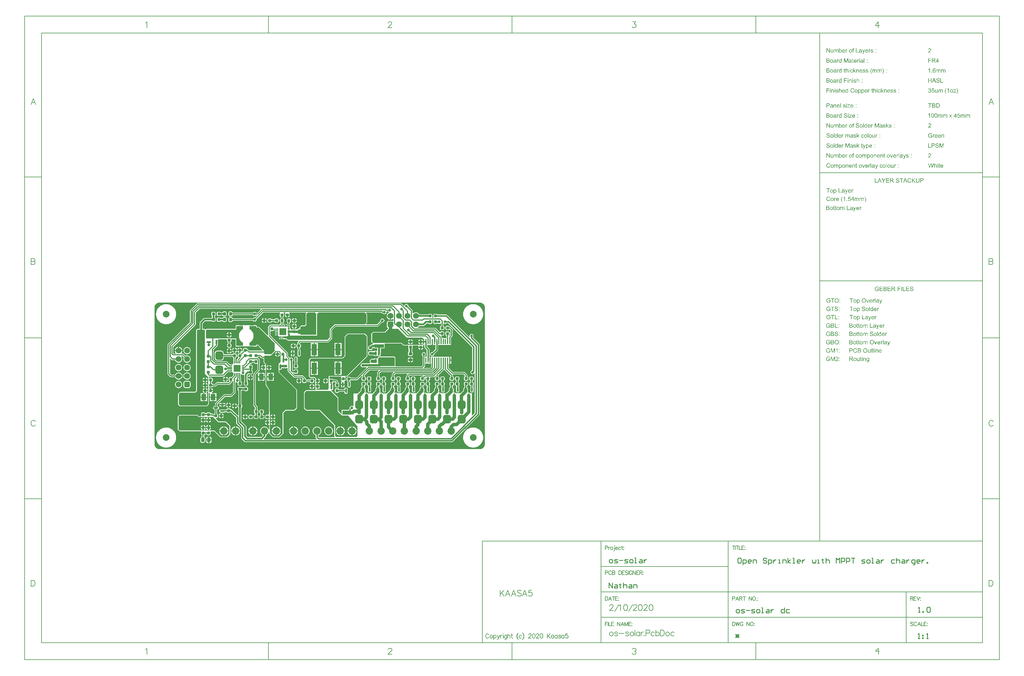
<source format=gtl>
G04*
G04 #@! TF.GenerationSoftware,Altium Limited,Altium Designer,20.2.4 (192)*
G04*
G04 Layer_Physical_Order=1*
G04 Layer_Color=255*
%FSLAX44Y44*%
%MOMM*%
G71*
G04*
G04 #@! TF.SameCoordinates,67114E77-E753-4292-8CED-1D2F6309BB80*
G04*
G04*
G04 #@! TF.FilePolarity,Positive*
G04*
G01*
G75*
%ADD10C,0.2000*%
%ADD12C,0.2540*%
%ADD13C,0.6000*%
%ADD20C,0.1270*%
%ADD21C,0.1778*%
G04:AMPARAMS|DCode=56|XSize=0.85mm|YSize=0.9mm|CornerRadius=0.2125mm|HoleSize=0mm|Usage=FLASHONLY|Rotation=90.000|XOffset=0mm|YOffset=0mm|HoleType=Round|Shape=RoundedRectangle|*
%AMROUNDEDRECTD56*
21,1,0.8500,0.4750,0,0,90.0*
21,1,0.4250,0.9000,0,0,90.0*
1,1,0.4250,0.2375,0.2125*
1,1,0.4250,0.2375,-0.2125*
1,1,0.4250,-0.2375,-0.2125*
1,1,0.4250,-0.2375,0.2125*
%
%ADD56ROUNDEDRECTD56*%
%ADD57R,1.6000X3.5000*%
G04:AMPARAMS|DCode=58|XSize=0.9mm|YSize=0.85mm|CornerRadius=0.2125mm|HoleSize=0mm|Usage=FLASHONLY|Rotation=0.000|XOffset=0mm|YOffset=0mm|HoleType=Round|Shape=RoundedRectangle|*
%AMROUNDEDRECTD58*
21,1,0.9000,0.4250,0,0,0.0*
21,1,0.4750,0.8500,0,0,0.0*
1,1,0.4250,0.2375,-0.2125*
1,1,0.4250,-0.2375,-0.2125*
1,1,0.4250,-0.2375,0.2125*
1,1,0.4250,0.2375,0.2125*
%
%ADD58ROUNDEDRECTD58*%
G04:AMPARAMS|DCode=59|XSize=0.5mm|YSize=1.4mm|CornerRadius=0.125mm|HoleSize=0mm|Usage=FLASHONLY|Rotation=0.000|XOffset=0mm|YOffset=0mm|HoleType=Round|Shape=RoundedRectangle|*
%AMROUNDEDRECTD59*
21,1,0.5000,1.1500,0,0,0.0*
21,1,0.2500,1.4000,0,0,0.0*
1,1,0.2500,0.1250,-0.5750*
1,1,0.2500,-0.1250,-0.5750*
1,1,0.2500,-0.1250,0.5750*
1,1,0.2500,0.1250,0.5750*
%
%ADD59ROUNDEDRECTD59*%
%ADD60R,1.8500X1.4000*%
G04:AMPARAMS|DCode=61|XSize=0.85mm|YSize=0.9mm|CornerRadius=0.2125mm|HoleSize=0mm|Usage=FLASHONLY|Rotation=0.000|XOffset=0mm|YOffset=0mm|HoleType=Round|Shape=RoundedRectangle|*
%AMROUNDEDRECTD61*
21,1,0.8500,0.4750,0,0,0.0*
21,1,0.4250,0.9000,0,0,0.0*
1,1,0.4250,0.2125,-0.2375*
1,1,0.4250,-0.2125,-0.2375*
1,1,0.4250,-0.2125,0.2375*
1,1,0.4250,0.2125,0.2375*
%
%ADD61ROUNDEDRECTD61*%
%ADD62O,0.8000X0.2800*%
%ADD63O,0.2800X0.8000*%
%ADD64R,2.1400X2.1400*%
G04:AMPARAMS|DCode=65|XSize=0.9mm|YSize=0.85mm|CornerRadius=0.2125mm|HoleSize=0mm|Usage=FLASHONLY|Rotation=90.000|XOffset=0mm|YOffset=0mm|HoleType=Round|Shape=RoundedRectangle|*
%AMROUNDEDRECTD65*
21,1,0.9000,0.4250,0,0,90.0*
21,1,0.4750,0.8500,0,0,90.0*
1,1,0.4250,0.2125,0.2375*
1,1,0.4250,0.2125,-0.2375*
1,1,0.4250,-0.2125,-0.2375*
1,1,0.4250,-0.2125,0.2375*
%
%ADD65ROUNDEDRECTD65*%
G04:AMPARAMS|DCode=66|XSize=1.05mm|YSize=0.9mm|CornerRadius=0.225mm|HoleSize=0mm|Usage=FLASHONLY|Rotation=90.000|XOffset=0mm|YOffset=0mm|HoleType=Round|Shape=RoundedRectangle|*
%AMROUNDEDRECTD66*
21,1,1.0500,0.4500,0,0,90.0*
21,1,0.6000,0.9000,0,0,90.0*
1,1,0.4500,0.2250,0.3000*
1,1,0.4500,0.2250,-0.3000*
1,1,0.4500,-0.2250,-0.3000*
1,1,0.4500,-0.2250,0.3000*
%
%ADD66ROUNDEDRECTD66*%
G04:AMPARAMS|DCode=67|XSize=6mm|YSize=0.8001mm|CornerRadius=0.1mm|HoleSize=0mm|Usage=FLASHONLY|Rotation=90.000|XOffset=0mm|YOffset=0mm|HoleType=Round|Shape=RoundedRectangle|*
%AMROUNDEDRECTD67*
21,1,6.0000,0.6001,0,0,90.0*
21,1,5.8000,0.8001,0,0,90.0*
1,1,0.2000,0.3000,2.9000*
1,1,0.2000,0.3000,-2.9000*
1,1,0.2000,-0.3000,-2.9000*
1,1,0.2000,-0.3000,2.9000*
%
%ADD67ROUNDEDRECTD67*%
G04:AMPARAMS|DCode=68|XSize=0.5mm|YSize=1.4mm|CornerRadius=0.125mm|HoleSize=0mm|Usage=FLASHONLY|Rotation=270.000|XOffset=0mm|YOffset=0mm|HoleType=Round|Shape=RoundedRectangle|*
%AMROUNDEDRECTD68*
21,1,0.5000,1.1500,0,0,270.0*
21,1,0.2500,1.4000,0,0,270.0*
1,1,0.2500,-0.5750,-0.1250*
1,1,0.2500,-0.5750,0.1250*
1,1,0.2500,0.5750,0.1250*
1,1,0.2500,0.5750,-0.1250*
%
%ADD68ROUNDEDRECTD68*%
G04:AMPARAMS|DCode=69|XSize=2.3mm|YSize=2.5mm|CornerRadius=0.575mm|HoleSize=0mm|Usage=FLASHONLY|Rotation=180.000|XOffset=0mm|YOffset=0mm|HoleType=Round|Shape=RoundedRectangle|*
%AMROUNDEDRECTD69*
21,1,2.3000,1.3500,0,0,180.0*
21,1,1.1500,2.5000,0,0,180.0*
1,1,1.1500,-0.5750,0.6750*
1,1,1.1500,0.5750,0.6750*
1,1,1.1500,0.5750,-0.6750*
1,1,1.1500,-0.5750,-0.6750*
%
%ADD69ROUNDEDRECTD69*%
%ADD70R,2.1400X2.1400*%
G04:AMPARAMS|DCode=71|XSize=3.8mm|YSize=2.3mm|CornerRadius=0.575mm|HoleSize=0mm|Usage=FLASHONLY|Rotation=0.000|XOffset=0mm|YOffset=0mm|HoleType=Round|Shape=RoundedRectangle|*
%AMROUNDEDRECTD71*
21,1,3.8000,1.1500,0,0,0.0*
21,1,2.6500,2.3000,0,0,0.0*
1,1,1.1500,1.3250,-0.5750*
1,1,1.1500,-1.3250,-0.5750*
1,1,1.1500,-1.3250,0.5750*
1,1,1.1500,1.3250,0.5750*
%
%ADD71ROUNDEDRECTD71*%
%ADD72R,1.4000X1.8500*%
G04:AMPARAMS|DCode=73|XSize=1.35mm|YSize=1.1mm|CornerRadius=0.275mm|HoleSize=0mm|Usage=FLASHONLY|Rotation=90.000|XOffset=0mm|YOffset=0mm|HoleType=Round|Shape=RoundedRectangle|*
%AMROUNDEDRECTD73*
21,1,1.3500,0.5500,0,0,90.0*
21,1,0.8000,1.1000,0,0,90.0*
1,1,0.5500,0.2750,0.4000*
1,1,0.5500,0.2750,-0.4000*
1,1,0.5500,-0.2750,-0.4000*
1,1,0.5500,-0.2750,0.4000*
%
%ADD73ROUNDEDRECTD73*%
G04:AMPARAMS|DCode=74|XSize=2.3mm|YSize=2.5mm|CornerRadius=0.575mm|HoleSize=0mm|Usage=FLASHONLY|Rotation=270.000|XOffset=0mm|YOffset=0mm|HoleType=Round|Shape=RoundedRectangle|*
%AMROUNDEDRECTD74*
21,1,2.3000,1.3500,0,0,270.0*
21,1,1.1500,2.5000,0,0,270.0*
1,1,1.1500,-0.6750,-0.5750*
1,1,1.1500,-0.6750,0.5750*
1,1,1.1500,0.6750,0.5750*
1,1,1.1500,0.6750,-0.5750*
%
%ADD74ROUNDEDRECTD74*%
G04:AMPARAMS|DCode=75|XSize=1.7mm|YSize=1.25mm|CornerRadius=0.3125mm|HoleSize=0mm|Usage=FLASHONLY|Rotation=0.000|XOffset=0mm|YOffset=0mm|HoleType=Round|Shape=RoundedRectangle|*
%AMROUNDEDRECTD75*
21,1,1.7000,0.6250,0,0,0.0*
21,1,1.0750,1.2500,0,0,0.0*
1,1,0.6250,0.5375,-0.3125*
1,1,0.6250,-0.5375,-0.3125*
1,1,0.6250,-0.5375,0.3125*
1,1,0.6250,0.5375,0.3125*
%
%ADD75ROUNDEDRECTD75*%
G04:AMPARAMS|DCode=76|XSize=3.8mm|YSize=2.3mm|CornerRadius=0.575mm|HoleSize=0mm|Usage=FLASHONLY|Rotation=270.000|XOffset=0mm|YOffset=0mm|HoleType=Round|Shape=RoundedRectangle|*
%AMROUNDEDRECTD76*
21,1,3.8000,1.1500,0,0,270.0*
21,1,2.6500,2.3000,0,0,270.0*
1,1,1.1500,-0.5750,-1.3250*
1,1,1.1500,-0.5750,1.3250*
1,1,1.1500,0.5750,1.3250*
1,1,1.1500,0.5750,-1.3250*
%
%ADD76ROUNDEDRECTD76*%
%ADD77R,2.6000X1.2000*%
%ADD78R,1.3000X4.7000*%
%ADD79R,0.4000X1.6000*%
G04:AMPARAMS|DCode=80|XSize=1.05mm|YSize=0.9mm|CornerRadius=0.225mm|HoleSize=0mm|Usage=FLASHONLY|Rotation=0.000|XOffset=0mm|YOffset=0mm|HoleType=Round|Shape=RoundedRectangle|*
%AMROUNDEDRECTD80*
21,1,1.0500,0.4500,0,0,0.0*
21,1,0.6000,0.9000,0,0,0.0*
1,1,0.4500,0.3000,-0.2250*
1,1,0.4500,-0.3000,-0.2250*
1,1,0.4500,-0.3000,0.2250*
1,1,0.4500,0.3000,0.2250*
%
%ADD80ROUNDEDRECTD80*%
%ADD81R,0.6000X1.1500*%
%ADD82R,2.9000X1.0000*%
%ADD83C,0.3000*%
%ADD84C,1.0000*%
%ADD85C,0.2600*%
%ADD86C,0.5000*%
%ADD87C,0.4000*%
%ADD88C,0.8000*%
%ADD89C,0.7000*%
%ADD90C,0.2800*%
%ADD91C,2.2000*%
%ADD92C,1.7500*%
G04:AMPARAMS|DCode=93|XSize=1.75mm|YSize=1.75mm|CornerRadius=0.4375mm|HoleSize=0mm|Usage=FLASHONLY|Rotation=180.000|XOffset=0mm|YOffset=0mm|HoleType=Round|Shape=RoundedRectangle|*
%AMROUNDEDRECTD93*
21,1,1.7500,0.8750,0,0,180.0*
21,1,0.8750,1.7500,0,0,180.0*
1,1,0.8750,-0.4375,0.4375*
1,1,0.8750,0.4375,0.4375*
1,1,0.8750,0.4375,-0.4375*
1,1,0.8750,-0.4375,-0.4375*
%
%ADD93ROUNDEDRECTD93*%
G04:AMPARAMS|DCode=94|XSize=1.75mm|YSize=1.75mm|CornerRadius=0.4375mm|HoleSize=0mm|Usage=FLASHONLY|Rotation=270.000|XOffset=0mm|YOffset=0mm|HoleType=Round|Shape=RoundedRectangle|*
%AMROUNDEDRECTD94*
21,1,1.7500,0.8750,0,0,270.0*
21,1,0.8750,1.7500,0,0,270.0*
1,1,0.8750,-0.4375,-0.4375*
1,1,0.8750,-0.4375,0.4375*
1,1,0.8750,0.4375,0.4375*
1,1,0.8750,0.4375,-0.4375*
%
%ADD94ROUNDEDRECTD94*%
%ADD95C,2.0000*%
%ADD96C,0.8000*%
%ADD97C,0.6600*%
G36*
X2100266Y1207771D02*
X2100480Y1207752D01*
X2100734Y1207713D01*
X2101007Y1207674D01*
X2101299Y1207615D01*
X2101065Y1206250D01*
X2101046D01*
X2100987Y1206269D01*
X2100890Y1206289D01*
X2100773Y1206308D01*
X2100617D01*
X2100461Y1206328D01*
X2100129Y1206347D01*
X2100012D01*
X2099895Y1206328D01*
X2099739Y1206308D01*
X2099583Y1206269D01*
X2099407Y1206211D01*
X2099251Y1206133D01*
X2099115Y1206035D01*
X2099095Y1206016D01*
X2099076Y1205977D01*
X2099017Y1205899D01*
X2098978Y1205781D01*
X2098920Y1205626D01*
X2098861Y1205411D01*
X2098842Y1205177D01*
X2098822Y1204884D01*
Y1204045D01*
X2100636D01*
Y1202816D01*
X2098842D01*
Y1194760D01*
X2097262D01*
Y1202816D01*
X2095876D01*
Y1204045D01*
X2097262D01*
Y1205021D01*
Y1205040D01*
Y1205060D01*
Y1205177D01*
X2097281Y1205333D01*
Y1205547D01*
X2097301Y1205762D01*
X2097340Y1205996D01*
X2097379Y1206211D01*
X2097437Y1206406D01*
X2097457Y1206425D01*
X2097476Y1206503D01*
X2097535Y1206620D01*
X2097613Y1206757D01*
X2097730Y1206933D01*
X2097866Y1207088D01*
X2098022Y1207245D01*
X2098217Y1207401D01*
X2098237Y1207420D01*
X2098334Y1207459D01*
X2098452Y1207518D01*
X2098647Y1207596D01*
X2098861Y1207674D01*
X2099154Y1207732D01*
X2099466Y1207771D01*
X2099836Y1207791D01*
X2100090D01*
X2100266Y1207771D01*
D02*
G37*
G36*
X2149346Y1204240D02*
X2149560Y1204202D01*
X2149794Y1204123D01*
X2150067Y1204045D01*
X2150360Y1203909D01*
X2150672Y1203733D01*
X2150107Y1202290D01*
X2150087Y1202309D01*
X2150009Y1202348D01*
X2149892Y1202407D01*
X2149755Y1202465D01*
X2149580Y1202524D01*
X2149385Y1202582D01*
X2149170Y1202621D01*
X2148956Y1202641D01*
X2148878D01*
X2148780Y1202621D01*
X2148643Y1202602D01*
X2148507Y1202563D01*
X2148351Y1202504D01*
X2148195Y1202426D01*
X2148039Y1202329D01*
X2148019Y1202309D01*
X2147980Y1202270D01*
X2147902Y1202192D01*
X2147824Y1202095D01*
X2147727Y1201978D01*
X2147629Y1201822D01*
X2147551Y1201646D01*
X2147473Y1201451D01*
X2147454Y1201412D01*
X2147434Y1201314D01*
X2147395Y1201139D01*
X2147356Y1200905D01*
X2147298Y1200632D01*
X2147258Y1200320D01*
X2147239Y1199988D01*
X2147220Y1199617D01*
Y1194760D01*
X2145639D01*
Y1204045D01*
X2147063D01*
Y1202660D01*
X2147083Y1202680D01*
X2147161Y1202797D01*
X2147258Y1202972D01*
X2147375Y1203168D01*
X2147532Y1203382D01*
X2147707Y1203597D01*
X2147863Y1203792D01*
X2148039Y1203928D01*
X2148058Y1203948D01*
X2148117Y1203987D01*
X2148214Y1204026D01*
X2148351Y1204104D01*
X2148487Y1204162D01*
X2148663Y1204202D01*
X2148858Y1204240D01*
X2149053Y1204260D01*
X2149190D01*
X2149346Y1204240D01*
D02*
G37*
G36*
X2079725D02*
X2079939Y1204202D01*
X2080173Y1204123D01*
X2080446Y1204045D01*
X2080739Y1203909D01*
X2081051Y1203733D01*
X2080485Y1202290D01*
X2080466Y1202309D01*
X2080388Y1202348D01*
X2080271Y1202407D01*
X2080134Y1202465D01*
X2079959Y1202524D01*
X2079764Y1202582D01*
X2079549Y1202621D01*
X2079334Y1202641D01*
X2079256D01*
X2079159Y1202621D01*
X2079022Y1202602D01*
X2078886Y1202563D01*
X2078730Y1202504D01*
X2078574Y1202426D01*
X2078418Y1202329D01*
X2078398Y1202309D01*
X2078359Y1202270D01*
X2078281Y1202192D01*
X2078203Y1202095D01*
X2078105Y1201978D01*
X2078008Y1201822D01*
X2077930Y1201646D01*
X2077852Y1201451D01*
X2077832Y1201412D01*
X2077813Y1201314D01*
X2077774Y1201139D01*
X2077735Y1200905D01*
X2077676Y1200632D01*
X2077637Y1200320D01*
X2077618Y1199988D01*
X2077598Y1199617D01*
Y1194760D01*
X2076018D01*
Y1204045D01*
X2077442D01*
Y1202660D01*
X2077462Y1202680D01*
X2077540Y1202797D01*
X2077637Y1202972D01*
X2077754Y1203168D01*
X2077910Y1203382D01*
X2078086Y1203597D01*
X2078242Y1203792D01*
X2078418Y1203928D01*
X2078437Y1203948D01*
X2078496Y1203987D01*
X2078593Y1204026D01*
X2078730Y1204104D01*
X2078866Y1204162D01*
X2079042Y1204202D01*
X2079237Y1204240D01*
X2079432Y1204260D01*
X2079568D01*
X2079725Y1204240D01*
D02*
G37*
G36*
X2051185D02*
X2051303D01*
X2051439Y1204221D01*
X2051732Y1204162D01*
X2052083Y1204065D01*
X2052434Y1203928D01*
X2052766Y1203733D01*
X2053078Y1203480D01*
X2053117Y1203441D01*
X2053195Y1203343D01*
X2053312Y1203148D01*
X2053468Y1202895D01*
X2053604Y1202563D01*
X2053721Y1202173D01*
X2053799Y1201685D01*
X2053839Y1201412D01*
Y1201119D01*
Y1194760D01*
X2052258D01*
Y1200593D01*
Y1200612D01*
Y1200632D01*
Y1200749D01*
Y1200924D01*
X2052239Y1201119D01*
X2052200Y1201568D01*
X2052161Y1201783D01*
X2052102Y1201958D01*
Y1201978D01*
X2052063Y1202036D01*
X2052024Y1202114D01*
X2051966Y1202212D01*
X2051888Y1202309D01*
X2051790Y1202426D01*
X2051673Y1202543D01*
X2051537Y1202641D01*
X2051517Y1202660D01*
X2051459Y1202680D01*
X2051381Y1202719D01*
X2051283Y1202777D01*
X2051147Y1202816D01*
X2050971Y1202856D01*
X2050795Y1202875D01*
X2050600Y1202895D01*
X2050444D01*
X2050249Y1202856D01*
X2050035Y1202816D01*
X2049781Y1202738D01*
X2049508Y1202621D01*
X2049215Y1202446D01*
X2048962Y1202231D01*
X2048942Y1202192D01*
X2048864Y1202114D01*
X2048767Y1201958D01*
X2048650Y1201724D01*
X2048513Y1201431D01*
X2048416Y1201080D01*
X2048338Y1200651D01*
X2048318Y1200144D01*
Y1194760D01*
X2046738D01*
Y1200788D01*
Y1200807D01*
Y1200827D01*
Y1200885D01*
Y1200963D01*
X2046718Y1201158D01*
X2046699Y1201373D01*
X2046640Y1201646D01*
X2046582Y1201900D01*
X2046484Y1202153D01*
X2046348Y1202368D01*
X2046328Y1202387D01*
X2046270Y1202446D01*
X2046192Y1202543D01*
X2046055Y1202641D01*
X2045880Y1202719D01*
X2045665Y1202816D01*
X2045411Y1202875D01*
X2045099Y1202895D01*
X2044982D01*
X2044865Y1202875D01*
X2044690Y1202856D01*
X2044514Y1202816D01*
X2044299Y1202738D01*
X2044085Y1202660D01*
X2043870Y1202543D01*
X2043851Y1202524D01*
X2043773Y1202485D01*
X2043675Y1202387D01*
X2043558Y1202290D01*
X2043422Y1202134D01*
X2043285Y1201958D01*
X2043168Y1201743D01*
X2043051Y1201509D01*
X2043031Y1201470D01*
X2043012Y1201392D01*
X2042973Y1201236D01*
X2042934Y1201022D01*
X2042876Y1200749D01*
X2042836Y1200417D01*
X2042817Y1200027D01*
X2042797Y1199578D01*
Y1194760D01*
X2041217D01*
Y1204045D01*
X2042622D01*
Y1202738D01*
X2042641Y1202777D01*
X2042700Y1202856D01*
X2042797Y1202972D01*
X2042934Y1203129D01*
X2043090Y1203304D01*
X2043285Y1203480D01*
X2043519Y1203675D01*
X2043773Y1203831D01*
X2043812Y1203850D01*
X2043909Y1203889D01*
X2044065Y1203967D01*
X2044261Y1204045D01*
X2044514Y1204123D01*
X2044787Y1204202D01*
X2045119Y1204240D01*
X2045450Y1204260D01*
X2045626D01*
X2045821Y1204240D01*
X2046055Y1204202D01*
X2046309Y1204162D01*
X2046601Y1204084D01*
X2046874Y1203967D01*
X2047128Y1203831D01*
X2047167Y1203811D01*
X2047245Y1203753D01*
X2047362Y1203655D01*
X2047499Y1203519D01*
X2047655Y1203343D01*
X2047811Y1203148D01*
X2047947Y1202895D01*
X2048064Y1202621D01*
X2048084Y1202641D01*
X2048123Y1202699D01*
X2048181Y1202777D01*
X2048259Y1202875D01*
X2048376Y1203011D01*
X2048513Y1203148D01*
X2048669Y1203285D01*
X2048845Y1203441D01*
X2049040Y1203597D01*
X2049254Y1203733D01*
X2049762Y1204006D01*
X2050035Y1204104D01*
X2050327Y1204182D01*
X2050620Y1204240D01*
X2050951Y1204260D01*
X2051088D01*
X2051185Y1204240D01*
D02*
G37*
G36*
X2167761Y1202251D02*
X2165966D01*
Y1204045D01*
X2167761D01*
Y1202251D01*
D02*
G37*
G36*
X2155022Y1204240D02*
X2155276Y1204221D01*
X2155588Y1204182D01*
X2155900Y1204123D01*
X2156232Y1204045D01*
X2156544Y1203928D01*
X2156563D01*
X2156583Y1203909D01*
X2156680Y1203870D01*
X2156837Y1203792D01*
X2157012Y1203714D01*
X2157207Y1203577D01*
X2157422Y1203441D01*
X2157617Y1203265D01*
X2157773Y1203070D01*
X2157792Y1203051D01*
X2157831Y1202972D01*
X2157909Y1202856D01*
X2158007Y1202699D01*
X2158085Y1202504D01*
X2158183Y1202251D01*
X2158261Y1201978D01*
X2158339Y1201665D01*
X2156797Y1201451D01*
Y1201490D01*
X2156778Y1201568D01*
X2156739Y1201704D01*
X2156680Y1201861D01*
X2156602Y1202036D01*
X2156485Y1202212D01*
X2156349Y1202407D01*
X2156173Y1202563D01*
X2156154Y1202582D01*
X2156076Y1202621D01*
X2155959Y1202699D01*
X2155803Y1202777D01*
X2155608Y1202836D01*
X2155354Y1202914D01*
X2155081Y1202953D01*
X2154749Y1202972D01*
X2154574D01*
X2154379Y1202953D01*
X2154144Y1202934D01*
X2153891Y1202875D01*
X2153637Y1202816D01*
X2153384Y1202719D01*
X2153189Y1202602D01*
X2153169Y1202582D01*
X2153111Y1202543D01*
X2153052Y1202465D01*
X2152974Y1202368D01*
X2152877Y1202251D01*
X2152818Y1202095D01*
X2152760Y1201939D01*
X2152740Y1201763D01*
Y1201743D01*
Y1201704D01*
X2152760Y1201646D01*
Y1201568D01*
X2152818Y1201392D01*
X2152916Y1201197D01*
X2152935Y1201178D01*
X2152955Y1201158D01*
X2153072Y1201061D01*
X2153150Y1200983D01*
X2153247Y1200924D01*
X2153384Y1200846D01*
X2153520Y1200788D01*
X2153540D01*
X2153579Y1200768D01*
X2153657Y1200749D01*
X2153793Y1200710D01*
X2153969Y1200651D01*
X2154223Y1200573D01*
X2154535Y1200495D01*
X2154710Y1200437D01*
X2154925Y1200378D01*
X2154944D01*
X2155003Y1200359D01*
X2155081Y1200339D01*
X2155198Y1200300D01*
X2155334Y1200261D01*
X2155491Y1200222D01*
X2155842Y1200124D01*
X2156232Y1200007D01*
X2156622Y1199871D01*
X2156973Y1199754D01*
X2157129Y1199695D01*
X2157266Y1199637D01*
X2157305Y1199617D01*
X2157383Y1199578D01*
X2157500Y1199520D01*
X2157636Y1199442D01*
X2157812Y1199325D01*
X2157988Y1199169D01*
X2158143Y1199013D01*
X2158300Y1198818D01*
X2158319Y1198798D01*
X2158358Y1198720D01*
X2158417Y1198603D01*
X2158495Y1198447D01*
X2158573Y1198252D01*
X2158631Y1198018D01*
X2158670Y1197764D01*
X2158690Y1197471D01*
Y1197432D01*
Y1197335D01*
X2158670Y1197179D01*
X2158631Y1197003D01*
X2158573Y1196769D01*
X2158495Y1196516D01*
X2158378Y1196262D01*
X2158221Y1195989D01*
X2158202Y1195950D01*
X2158143Y1195872D01*
X2158026Y1195755D01*
X2157870Y1195599D01*
X2157695Y1195423D01*
X2157461Y1195248D01*
X2157188Y1195072D01*
X2156875Y1194916D01*
X2156837Y1194896D01*
X2156720Y1194857D01*
X2156544Y1194799D01*
X2156310Y1194741D01*
X2156017Y1194662D01*
X2155686Y1194604D01*
X2155315Y1194565D01*
X2154925Y1194545D01*
X2154749D01*
X2154632Y1194565D01*
X2154476D01*
X2154301Y1194584D01*
X2153891Y1194643D01*
X2153442Y1194721D01*
X2152994Y1194857D01*
X2152545Y1195033D01*
X2152350Y1195150D01*
X2152155Y1195287D01*
X2152135D01*
X2152116Y1195326D01*
X2151999Y1195423D01*
X2151843Y1195599D01*
X2151648Y1195852D01*
X2151452Y1196164D01*
X2151257Y1196555D01*
X2151082Y1197003D01*
X2150965Y1197530D01*
X2152525Y1197784D01*
Y1197764D01*
Y1197745D01*
X2152545Y1197627D01*
X2152603Y1197452D01*
X2152662Y1197237D01*
X2152760Y1197003D01*
X2152877Y1196769D01*
X2153052Y1196535D01*
X2153247Y1196320D01*
X2153267Y1196301D01*
X2153364Y1196243D01*
X2153501Y1196164D01*
X2153676Y1196087D01*
X2153930Y1195989D01*
X2154203Y1195911D01*
X2154554Y1195852D01*
X2154925Y1195833D01*
X2155100D01*
X2155296Y1195852D01*
X2155529Y1195891D01*
X2155803Y1195930D01*
X2156076Y1196008D01*
X2156329Y1196125D01*
X2156544Y1196262D01*
X2156563Y1196282D01*
X2156622Y1196340D01*
X2156720Y1196438D01*
X2156817Y1196555D01*
X2156895Y1196711D01*
X2156993Y1196906D01*
X2157051Y1197101D01*
X2157071Y1197315D01*
Y1197335D01*
Y1197413D01*
X2157051Y1197491D01*
X2157012Y1197627D01*
X2156954Y1197745D01*
X2156875Y1197901D01*
X2156759Y1198037D01*
X2156602Y1198154D01*
X2156583Y1198174D01*
X2156524Y1198193D01*
X2156427Y1198232D01*
X2156271Y1198310D01*
X2156056Y1198369D01*
X2155783Y1198466D01*
X2155608Y1198525D01*
X2155432Y1198564D01*
X2155217Y1198622D01*
X2154983Y1198681D01*
X2154964D01*
X2154905Y1198700D01*
X2154827Y1198720D01*
X2154710Y1198759D01*
X2154554Y1198798D01*
X2154398Y1198837D01*
X2154028Y1198954D01*
X2153637Y1199071D01*
X2153228Y1199188D01*
X2152857Y1199325D01*
X2152701Y1199383D01*
X2152565Y1199442D01*
X2152545Y1199461D01*
X2152447Y1199500D01*
X2152330Y1199578D01*
X2152194Y1199676D01*
X2152018Y1199793D01*
X2151862Y1199949D01*
X2151687Y1200124D01*
X2151550Y1200320D01*
X2151531Y1200339D01*
X2151492Y1200417D01*
X2151452Y1200534D01*
X2151394Y1200690D01*
X2151316Y1200866D01*
X2151277Y1201080D01*
X2151238Y1201314D01*
X2151219Y1201568D01*
Y1201588D01*
Y1201665D01*
X2151238Y1201802D01*
X2151257Y1201939D01*
X2151277Y1202114D01*
X2151335Y1202309D01*
X2151394Y1202524D01*
X2151492Y1202719D01*
X2151511Y1202738D01*
X2151550Y1202816D01*
X2151609Y1202914D01*
X2151706Y1203031D01*
X2151804Y1203168D01*
X2151940Y1203304D01*
X2152096Y1203460D01*
X2152272Y1203597D01*
X2152291Y1203616D01*
X2152350Y1203636D01*
X2152428Y1203694D01*
X2152545Y1203753D01*
X2152681Y1203831D01*
X2152857Y1203909D01*
X2153052Y1203987D01*
X2153267Y1204065D01*
X2153306D01*
X2153384Y1204104D01*
X2153501Y1204123D01*
X2153676Y1204162D01*
X2153891Y1204202D01*
X2154106Y1204221D01*
X2154359Y1204260D01*
X2154808D01*
X2155022Y1204240D01*
D02*
G37*
G36*
X2028635Y1194760D02*
X2026899D01*
X2020169Y1204826D01*
Y1194760D01*
X2018550D01*
Y1207576D01*
X2020267D01*
X2027016Y1197511D01*
Y1207576D01*
X2028635D01*
Y1194760D01*
D02*
G37*
G36*
X2130833Y1194604D02*
Y1194584D01*
X2130814Y1194545D01*
X2130775Y1194467D01*
X2130736Y1194350D01*
X2130697Y1194233D01*
X2130638Y1194097D01*
X2130521Y1193765D01*
X2130365Y1193414D01*
X2130229Y1193082D01*
X2130092Y1192751D01*
X2130014Y1192614D01*
X2129956Y1192497D01*
X2129936Y1192458D01*
X2129878Y1192380D01*
X2129800Y1192243D01*
X2129682Y1192068D01*
X2129526Y1191892D01*
X2129370Y1191697D01*
X2129175Y1191522D01*
X2128980Y1191366D01*
X2128961Y1191346D01*
X2128883Y1191307D01*
X2128766Y1191249D01*
X2128610Y1191190D01*
X2128434Y1191112D01*
X2128200Y1191054D01*
X2127966Y1191015D01*
X2127693Y1190995D01*
X2127615D01*
X2127517Y1191015D01*
X2127400D01*
X2127244Y1191034D01*
X2127068Y1191073D01*
X2126678Y1191190D01*
X2126503Y1192653D01*
X2126522D01*
X2126581Y1192634D01*
X2126678Y1192614D01*
X2126815Y1192575D01*
X2127088Y1192517D01*
X2127400Y1192497D01*
X2127498D01*
X2127576Y1192517D01*
X2127712D01*
X2127985Y1192575D01*
X2128122Y1192614D01*
X2128239Y1192673D01*
X2128259D01*
X2128297Y1192712D01*
X2128356Y1192751D01*
X2128414Y1192809D01*
X2128590Y1192965D01*
X2128766Y1193180D01*
Y1193199D01*
X2128785Y1193238D01*
X2128824Y1193297D01*
X2128883Y1193414D01*
X2128941Y1193570D01*
X2129019Y1193765D01*
X2129117Y1194038D01*
X2129234Y1194350D01*
X2129253Y1194370D01*
X2129273Y1194448D01*
X2129331Y1194565D01*
X2129390Y1194741D01*
X2125859Y1204045D01*
X2127537D01*
X2129468Y1198700D01*
Y1198681D01*
X2129487Y1198661D01*
X2129507Y1198603D01*
X2129526Y1198525D01*
X2129604Y1198310D01*
X2129702Y1198037D01*
X2129800Y1197725D01*
X2129917Y1197354D01*
X2130034Y1196964D01*
X2130151Y1196555D01*
Y1196574D01*
X2130170Y1196594D01*
Y1196652D01*
X2130209Y1196730D01*
X2130248Y1196945D01*
X2130326Y1197198D01*
X2130424Y1197511D01*
X2130541Y1197862D01*
X2130658Y1198232D01*
X2130794Y1198622D01*
X2132784Y1204045D01*
X2134345D01*
X2130833Y1194604D01*
D02*
G37*
G36*
X2038759Y1194760D02*
X2037355D01*
Y1196106D01*
X2037335Y1196087D01*
X2037296Y1196047D01*
X2037238Y1195969D01*
X2037160Y1195872D01*
X2037043Y1195735D01*
X2036906Y1195618D01*
X2036750Y1195462D01*
X2036575Y1195326D01*
X2036380Y1195189D01*
X2036165Y1195033D01*
X2035911Y1194916D01*
X2035658Y1194799D01*
X2035365Y1194682D01*
X2035073Y1194604D01*
X2034741Y1194565D01*
X2034409Y1194545D01*
X2034273D01*
X2034117Y1194565D01*
X2033902Y1194584D01*
X2033668Y1194623D01*
X2033414Y1194682D01*
X2033141Y1194760D01*
X2032868Y1194857D01*
X2032829Y1194877D01*
X2032751Y1194916D01*
X2032634Y1194975D01*
X2032478Y1195072D01*
X2032303Y1195189D01*
X2032127Y1195326D01*
X2031971Y1195462D01*
X2031815Y1195638D01*
X2031795Y1195657D01*
X2031756Y1195716D01*
X2031698Y1195833D01*
X2031639Y1195969D01*
X2031542Y1196145D01*
X2031464Y1196340D01*
X2031386Y1196555D01*
X2031327Y1196808D01*
Y1196828D01*
X2031308Y1196906D01*
Y1197003D01*
X2031288Y1197159D01*
X2031269Y1197374D01*
Y1197627D01*
X2031249Y1197920D01*
Y1198271D01*
Y1204045D01*
X2032829D01*
Y1198876D01*
Y1198857D01*
Y1198818D01*
Y1198759D01*
Y1198681D01*
Y1198466D01*
X2032849Y1198213D01*
Y1197940D01*
X2032868Y1197666D01*
X2032888Y1197413D01*
X2032907Y1197218D01*
Y1197198D01*
X2032946Y1197120D01*
X2032985Y1197003D01*
X2033044Y1196867D01*
X2033122Y1196711D01*
X2033239Y1196535D01*
X2033376Y1196379D01*
X2033531Y1196243D01*
X2033551Y1196223D01*
X2033629Y1196184D01*
X2033727Y1196125D01*
X2033863Y1196067D01*
X2034039Y1196008D01*
X2034234Y1195950D01*
X2034468Y1195911D01*
X2034722Y1195891D01*
X2034839D01*
X2034975Y1195911D01*
X2035151Y1195930D01*
X2035346Y1195969D01*
X2035560Y1196047D01*
X2035794Y1196125D01*
X2036028Y1196243D01*
X2036048Y1196262D01*
X2036126Y1196320D01*
X2036243Y1196399D01*
X2036380Y1196516D01*
X2036516Y1196652D01*
X2036672Y1196828D01*
X2036789Y1197023D01*
X2036906Y1197237D01*
X2036926Y1197276D01*
X2036945Y1197354D01*
X2036984Y1197491D01*
X2037043Y1197706D01*
X2037101Y1197959D01*
X2037140Y1198271D01*
X2037160Y1198642D01*
X2037179Y1199052D01*
Y1204045D01*
X2038759D01*
Y1194760D01*
D02*
G37*
G36*
X2328329Y1207615D02*
X2328485Y1207596D01*
X2328661Y1207576D01*
X2328856Y1207557D01*
X2329070Y1207498D01*
X2329539Y1207381D01*
X2330026Y1207206D01*
X2330280Y1207088D01*
X2330514Y1206952D01*
X2330729Y1206776D01*
X2330943Y1206601D01*
X2330963Y1206581D01*
X2330982Y1206562D01*
X2331041Y1206503D01*
X2331119Y1206425D01*
X2331197Y1206308D01*
X2331294Y1206191D01*
X2331489Y1205899D01*
X2331685Y1205528D01*
X2331860Y1205099D01*
X2331997Y1204611D01*
X2332016Y1204338D01*
X2332036Y1204065D01*
Y1204026D01*
Y1203928D01*
X2332016Y1203772D01*
X2331997Y1203577D01*
X2331958Y1203343D01*
X2331899Y1203090D01*
X2331821Y1202816D01*
X2331704Y1202543D01*
X2331685Y1202504D01*
X2331646Y1202407D01*
X2331567Y1202270D01*
X2331450Y1202075D01*
X2331314Y1201841D01*
X2331138Y1201568D01*
X2330904Y1201295D01*
X2330651Y1200983D01*
X2330612Y1200944D01*
X2330514Y1200827D01*
X2330338Y1200651D01*
X2330222Y1200534D01*
X2330085Y1200397D01*
X2329929Y1200241D01*
X2329734Y1200066D01*
X2329539Y1199890D01*
X2329324Y1199676D01*
X2329090Y1199461D01*
X2328817Y1199227D01*
X2328544Y1198993D01*
X2328232Y1198720D01*
X2328212Y1198700D01*
X2328173Y1198661D01*
X2328095Y1198603D01*
X2327998Y1198525D01*
X2327764Y1198330D01*
X2327471Y1198076D01*
X2327178Y1197803D01*
X2326866Y1197530D01*
X2326613Y1197296D01*
X2326515Y1197198D01*
X2326418Y1197101D01*
X2326398Y1197081D01*
X2326359Y1197023D01*
X2326281Y1196945D01*
X2326183Y1196828D01*
X2325969Y1196574D01*
X2325754Y1196262D01*
X2332055D01*
Y1194760D01*
X2323569D01*
Y1194780D01*
Y1194857D01*
Y1194975D01*
X2323589Y1195111D01*
X2323609Y1195267D01*
X2323628Y1195443D01*
X2323687Y1195638D01*
X2323745Y1195833D01*
Y1195852D01*
X2323765Y1195872D01*
X2323804Y1195989D01*
X2323882Y1196145D01*
X2323999Y1196379D01*
X2324135Y1196633D01*
X2324330Y1196925D01*
X2324525Y1197218D01*
X2324779Y1197530D01*
Y1197550D01*
X2324818Y1197569D01*
X2324915Y1197686D01*
X2325072Y1197862D01*
X2325306Y1198096D01*
X2325598Y1198369D01*
X2325949Y1198700D01*
X2326378Y1199071D01*
X2326847Y1199481D01*
X2326866Y1199500D01*
X2326944Y1199559D01*
X2327042Y1199637D01*
X2327178Y1199773D01*
X2327354Y1199910D01*
X2327549Y1200085D01*
X2327978Y1200456D01*
X2328446Y1200905D01*
X2328914Y1201353D01*
X2329149Y1201568D01*
X2329344Y1201783D01*
X2329519Y1201997D01*
X2329675Y1202192D01*
Y1202212D01*
X2329714Y1202231D01*
X2329753Y1202290D01*
X2329792Y1202368D01*
X2329909Y1202563D01*
X2330046Y1202816D01*
X2330182Y1203109D01*
X2330300Y1203421D01*
X2330378Y1203772D01*
X2330417Y1204104D01*
Y1204123D01*
Y1204143D01*
X2330397Y1204260D01*
X2330378Y1204436D01*
X2330338Y1204650D01*
X2330241Y1204904D01*
X2330124Y1205157D01*
X2329968Y1205430D01*
X2329734Y1205684D01*
X2329695Y1205704D01*
X2329617Y1205781D01*
X2329461Y1205879D01*
X2329266Y1206016D01*
X2329012Y1206133D01*
X2328719Y1206230D01*
X2328368Y1206308D01*
X2327978Y1206328D01*
X2327861D01*
X2327783Y1206308D01*
X2327588Y1206289D01*
X2327334Y1206250D01*
X2327042Y1206152D01*
X2326730Y1206035D01*
X2326437Y1205860D01*
X2326164Y1205626D01*
X2326144Y1205586D01*
X2326066Y1205508D01*
X2325949Y1205352D01*
X2325832Y1205138D01*
X2325696Y1204865D01*
X2325598Y1204553D01*
X2325520Y1204182D01*
X2325481Y1203753D01*
X2323862Y1203928D01*
Y1203948D01*
Y1204006D01*
X2323882Y1204104D01*
X2323901Y1204221D01*
X2323940Y1204377D01*
X2323960Y1204553D01*
X2324077Y1204943D01*
X2324233Y1205391D01*
X2324447Y1205840D01*
X2324740Y1206289D01*
X2324896Y1206484D01*
X2325091Y1206679D01*
X2325111Y1206698D01*
X2325150Y1206718D01*
X2325208Y1206776D01*
X2325286Y1206835D01*
X2325403Y1206893D01*
X2325540Y1206991D01*
X2325696Y1207069D01*
X2325871Y1207167D01*
X2326066Y1207245D01*
X2326281Y1207342D01*
X2326535Y1207420D01*
X2326788Y1207479D01*
X2327373Y1207596D01*
X2327686Y1207615D01*
X2328017Y1207635D01*
X2328193D01*
X2328329Y1207615D01*
D02*
G37*
G36*
X2167761Y1194760D02*
X2165966D01*
Y1196555D01*
X2167761D01*
Y1194760D01*
D02*
G37*
G36*
X2121119Y1204240D02*
X2121392Y1204221D01*
X2121704Y1204182D01*
X2122036Y1204143D01*
X2122348Y1204065D01*
X2122640Y1203967D01*
X2122679Y1203948D01*
X2122758Y1203928D01*
X2122894Y1203850D01*
X2123050Y1203772D01*
X2123226Y1203675D01*
X2123421Y1203558D01*
X2123577Y1203421D01*
X2123733Y1203265D01*
X2123752Y1203246D01*
X2123791Y1203187D01*
X2123850Y1203109D01*
X2123928Y1202972D01*
X2124006Y1202816D01*
X2124084Y1202641D01*
X2124162Y1202426D01*
X2124220Y1202192D01*
Y1202173D01*
X2124240Y1202114D01*
X2124259Y1202017D01*
X2124279Y1201861D01*
Y1201665D01*
X2124299Y1201412D01*
X2124318Y1201119D01*
Y1200749D01*
Y1198642D01*
Y1198622D01*
Y1198544D01*
Y1198427D01*
Y1198291D01*
Y1198115D01*
Y1197920D01*
X2124337Y1197471D01*
Y1196984D01*
X2124357Y1196535D01*
X2124377Y1196320D01*
Y1196145D01*
X2124396Y1195989D01*
X2124416Y1195852D01*
Y1195833D01*
X2124435Y1195755D01*
X2124455Y1195638D01*
X2124494Y1195501D01*
X2124552Y1195345D01*
X2124630Y1195150D01*
X2124806Y1194760D01*
X2123167D01*
X2123148Y1194780D01*
X2123128Y1194838D01*
X2123089Y1194955D01*
X2123031Y1195092D01*
X2122972Y1195267D01*
X2122933Y1195462D01*
X2122894Y1195677D01*
X2122855Y1195930D01*
X2122816Y1195891D01*
X2122699Y1195813D01*
X2122543Y1195677D01*
X2122309Y1195521D01*
X2122055Y1195326D01*
X2121763Y1195150D01*
X2121470Y1194994D01*
X2121158Y1194857D01*
X2121119Y1194838D01*
X2121021Y1194818D01*
X2120865Y1194760D01*
X2120651Y1194701D01*
X2120378Y1194643D01*
X2120085Y1194604D01*
X2119773Y1194565D01*
X2119422Y1194545D01*
X2119285D01*
X2119168Y1194565D01*
X2119051D01*
X2118895Y1194584D01*
X2118563Y1194643D01*
X2118173Y1194721D01*
X2117803Y1194857D01*
X2117413Y1195033D01*
X2117081Y1195287D01*
X2117042Y1195326D01*
X2116944Y1195423D01*
X2116827Y1195579D01*
X2116671Y1195813D01*
X2116515Y1196087D01*
X2116398Y1196399D01*
X2116301Y1196789D01*
X2116262Y1197198D01*
Y1197237D01*
Y1197315D01*
X2116281Y1197452D01*
X2116301Y1197608D01*
X2116340Y1197803D01*
X2116379Y1198018D01*
X2116457Y1198232D01*
X2116554Y1198447D01*
X2116574Y1198466D01*
X2116613Y1198544D01*
X2116671Y1198642D01*
X2116769Y1198779D01*
X2116886Y1198915D01*
X2117042Y1199071D01*
X2117198Y1199208D01*
X2117374Y1199344D01*
X2117393Y1199364D01*
X2117471Y1199403D01*
X2117569Y1199461D01*
X2117705Y1199539D01*
X2117881Y1199637D01*
X2118056Y1199715D01*
X2118271Y1199793D01*
X2118505Y1199871D01*
X2118524D01*
X2118602Y1199890D01*
X2118700Y1199910D01*
X2118856Y1199949D01*
X2119051Y1199988D01*
X2119305Y1200027D01*
X2119578Y1200066D01*
X2119909Y1200105D01*
X2119929D01*
X2119987Y1200124D01*
X2120085D01*
X2120222Y1200144D01*
X2120378Y1200163D01*
X2120553Y1200183D01*
X2120982Y1200261D01*
X2121431Y1200339D01*
X2121899Y1200417D01*
X2122348Y1200534D01*
X2122543Y1200593D01*
X2122718Y1200651D01*
Y1200671D01*
Y1200710D01*
X2122738Y1200827D01*
Y1200963D01*
Y1201022D01*
Y1201061D01*
Y1201080D01*
Y1201100D01*
Y1201217D01*
X2122718Y1201392D01*
X2122679Y1201588D01*
X2122621Y1201802D01*
X2122543Y1202036D01*
X2122445Y1202231D01*
X2122289Y1202407D01*
X2122270Y1202426D01*
X2122172Y1202485D01*
X2122036Y1202582D01*
X2121841Y1202680D01*
X2121587Y1202777D01*
X2121275Y1202875D01*
X2120904Y1202934D01*
X2120495Y1202953D01*
X2120319D01*
X2120124Y1202934D01*
X2119870Y1202914D01*
X2119597Y1202856D01*
X2119344Y1202797D01*
X2119071Y1202699D01*
X2118856Y1202563D01*
X2118837Y1202543D01*
X2118778Y1202485D01*
X2118680Y1202387D01*
X2118563Y1202251D01*
X2118427Y1202056D01*
X2118310Y1201822D01*
X2118173Y1201529D01*
X2118076Y1201197D01*
X2116535Y1201412D01*
Y1201431D01*
X2116554Y1201451D01*
X2116574Y1201568D01*
X2116632Y1201743D01*
X2116691Y1201978D01*
X2116788Y1202231D01*
X2116905Y1202485D01*
X2117042Y1202758D01*
X2117217Y1202992D01*
X2117237Y1203011D01*
X2117315Y1203090D01*
X2117413Y1203207D01*
X2117569Y1203343D01*
X2117764Y1203480D01*
X2118017Y1203636D01*
X2118290Y1203792D01*
X2118602Y1203928D01*
X2118622D01*
X2118641Y1203948D01*
X2118700Y1203967D01*
X2118759Y1203987D01*
X2118954Y1204026D01*
X2119207Y1204104D01*
X2119519Y1204162D01*
X2119870Y1204202D01*
X2120280Y1204240D01*
X2120709Y1204260D01*
X2120904D01*
X2121119Y1204240D01*
D02*
G37*
G36*
X2108673Y1196262D02*
X2114974D01*
Y1194760D01*
X2106976D01*
Y1207576D01*
X2108673D01*
Y1196262D01*
D02*
G37*
G36*
X2139807Y1204240D02*
X2139963Y1204221D01*
X2140158Y1204202D01*
X2140353Y1204162D01*
X2140587Y1204104D01*
X2141055Y1203948D01*
X2141309Y1203850D01*
X2141562Y1203714D01*
X2141816Y1203577D01*
X2142070Y1203402D01*
X2142304Y1203207D01*
X2142538Y1202972D01*
X2142557Y1202953D01*
X2142596Y1202914D01*
X2142655Y1202836D01*
X2142733Y1202738D01*
X2142811Y1202602D01*
X2142908Y1202446D01*
X2143025Y1202270D01*
X2143143Y1202056D01*
X2143240Y1201802D01*
X2143357Y1201548D01*
X2143455Y1201256D01*
X2143552Y1200924D01*
X2143611Y1200593D01*
X2143669Y1200222D01*
X2143708Y1199832D01*
X2143728Y1199403D01*
Y1199383D01*
Y1199305D01*
Y1199169D01*
X2143708Y1198993D01*
X2136803D01*
Y1198973D01*
Y1198934D01*
X2136822Y1198837D01*
Y1198739D01*
X2136842Y1198603D01*
X2136861Y1198466D01*
X2136939Y1198115D01*
X2137056Y1197745D01*
X2137193Y1197354D01*
X2137407Y1196964D01*
X2137661Y1196633D01*
X2137700Y1196594D01*
X2137798Y1196516D01*
X2137973Y1196379D01*
X2138188Y1196243D01*
X2138480Y1196087D01*
X2138812Y1195950D01*
X2139182Y1195872D01*
X2139592Y1195833D01*
X2139748D01*
X2139904Y1195852D01*
X2140099Y1195891D01*
X2140333Y1195950D01*
X2140587Y1196028D01*
X2140841Y1196125D01*
X2141075Y1196282D01*
X2141094Y1196301D01*
X2141172Y1196379D01*
X2141289Y1196477D01*
X2141426Y1196652D01*
X2141582Y1196847D01*
X2141738Y1197101D01*
X2141894Y1197413D01*
X2142050Y1197764D01*
X2143669Y1197550D01*
Y1197530D01*
X2143650Y1197491D01*
X2143630Y1197413D01*
X2143591Y1197315D01*
X2143552Y1197198D01*
X2143494Y1197062D01*
X2143338Y1196730D01*
X2143143Y1196379D01*
X2142908Y1196008D01*
X2142596Y1195638D01*
X2142245Y1195326D01*
X2142226D01*
X2142206Y1195287D01*
X2142148Y1195248D01*
X2142050Y1195209D01*
X2141953Y1195150D01*
X2141835Y1195072D01*
X2141699Y1195014D01*
X2141523Y1194936D01*
X2141153Y1194799D01*
X2140685Y1194662D01*
X2140177Y1194584D01*
X2139592Y1194545D01*
X2139397D01*
X2139261Y1194565D01*
X2139085Y1194584D01*
X2138890Y1194604D01*
X2138675Y1194643D01*
X2138422Y1194701D01*
X2137914Y1194857D01*
X2137641Y1194955D01*
X2137388Y1195072D01*
X2137115Y1195209D01*
X2136861Y1195384D01*
X2136608Y1195579D01*
X2136373Y1195794D01*
X2136354Y1195813D01*
X2136315Y1195852D01*
X2136256Y1195930D01*
X2136198Y1196028D01*
X2136100Y1196145D01*
X2136003Y1196301D01*
X2135886Y1196496D01*
X2135788Y1196711D01*
X2135671Y1196945D01*
X2135554Y1197198D01*
X2135457Y1197491D01*
X2135379Y1197803D01*
X2135301Y1198135D01*
X2135242Y1198505D01*
X2135203Y1198895D01*
X2135184Y1199305D01*
Y1199325D01*
Y1199403D01*
Y1199539D01*
X2135203Y1199695D01*
X2135223Y1199890D01*
X2135242Y1200124D01*
X2135281Y1200378D01*
X2135340Y1200651D01*
X2135476Y1201236D01*
X2135574Y1201529D01*
X2135691Y1201841D01*
X2135827Y1202134D01*
X2135983Y1202426D01*
X2136159Y1202699D01*
X2136373Y1202953D01*
X2136393Y1202972D01*
X2136432Y1203011D01*
X2136490Y1203070D01*
X2136588Y1203168D01*
X2136705Y1203265D01*
X2136861Y1203363D01*
X2137017Y1203480D01*
X2137212Y1203616D01*
X2137427Y1203733D01*
X2137661Y1203850D01*
X2137914Y1203948D01*
X2138207Y1204065D01*
X2138500Y1204143D01*
X2138812Y1204202D01*
X2139144Y1204240D01*
X2139495Y1204260D01*
X2139670D01*
X2139807Y1204240D01*
D02*
G37*
G36*
X2091019D02*
X2091195Y1204221D01*
X2091370Y1204202D01*
X2091585Y1204162D01*
X2091819Y1204104D01*
X2092307Y1203948D01*
X2092560Y1203850D01*
X2092833Y1203733D01*
X2093087Y1203577D01*
X2093341Y1203402D01*
X2093594Y1203207D01*
X2093828Y1202992D01*
X2093848Y1202972D01*
X2093887Y1202934D01*
X2093945Y1202856D01*
X2094023Y1202758D01*
X2094121Y1202641D01*
X2094218Y1202485D01*
X2094335Y1202290D01*
X2094453Y1202095D01*
X2094550Y1201861D01*
X2094667Y1201588D01*
X2094765Y1201314D01*
X2094862Y1201002D01*
X2094940Y1200671D01*
X2094999Y1200300D01*
X2095038Y1199929D01*
X2095057Y1199520D01*
Y1199500D01*
Y1199442D01*
Y1199344D01*
Y1199227D01*
X2095038Y1199071D01*
Y1198895D01*
X2095018Y1198700D01*
X2094999Y1198486D01*
X2094921Y1198037D01*
X2094823Y1197569D01*
X2094687Y1197101D01*
X2094511Y1196691D01*
Y1196672D01*
X2094491Y1196652D01*
X2094413Y1196516D01*
X2094277Y1196340D01*
X2094101Y1196106D01*
X2093887Y1195852D01*
X2093614Y1195599D01*
X2093302Y1195345D01*
X2092931Y1195111D01*
X2092911D01*
X2092892Y1195092D01*
X2092833Y1195053D01*
X2092755Y1195033D01*
X2092541Y1194936D01*
X2092268Y1194838D01*
X2091936Y1194721D01*
X2091565Y1194643D01*
X2091156Y1194565D01*
X2090707Y1194545D01*
X2090512D01*
X2090376Y1194565D01*
X2090219Y1194584D01*
X2090024Y1194604D01*
X2089810Y1194643D01*
X2089576Y1194701D01*
X2089088Y1194857D01*
X2088815Y1194955D01*
X2088561Y1195072D01*
X2088288Y1195209D01*
X2088035Y1195384D01*
X2087781Y1195579D01*
X2087547Y1195794D01*
X2087527Y1195813D01*
X2087488Y1195852D01*
X2087430Y1195930D01*
X2087371Y1196028D01*
X2087274Y1196164D01*
X2087176Y1196320D01*
X2087059Y1196496D01*
X2086962Y1196711D01*
X2086845Y1196964D01*
X2086728Y1197218D01*
X2086630Y1197530D01*
X2086552Y1197842D01*
X2086474Y1198193D01*
X2086416Y1198564D01*
X2086376Y1198973D01*
X2086357Y1199403D01*
Y1199442D01*
Y1199520D01*
X2086376Y1199656D01*
Y1199832D01*
X2086396Y1200046D01*
X2086435Y1200281D01*
X2086474Y1200554D01*
X2086533Y1200846D01*
X2086611Y1201158D01*
X2086708Y1201470D01*
X2086825Y1201783D01*
X2086962Y1202095D01*
X2087118Y1202407D01*
X2087313Y1202699D01*
X2087527Y1202972D01*
X2087781Y1203226D01*
X2087800Y1203246D01*
X2087840Y1203265D01*
X2087898Y1203324D01*
X2087996Y1203382D01*
X2088113Y1203460D01*
X2088249Y1203558D01*
X2088405Y1203655D01*
X2088600Y1203753D01*
X2088795Y1203831D01*
X2089010Y1203928D01*
X2089517Y1204104D01*
X2090083Y1204221D01*
X2090395Y1204240D01*
X2090707Y1204260D01*
X2090883D01*
X2091019Y1204240D01*
D02*
G37*
G36*
X2070186D02*
X2070342Y1204221D01*
X2070537Y1204202D01*
X2070732Y1204162D01*
X2070966Y1204104D01*
X2071434Y1203948D01*
X2071688Y1203850D01*
X2071941Y1203714D01*
X2072195Y1203577D01*
X2072448Y1203402D01*
X2072682Y1203207D01*
X2072917Y1202972D01*
X2072936Y1202953D01*
X2072975Y1202914D01*
X2073034Y1202836D01*
X2073112Y1202738D01*
X2073190Y1202602D01*
X2073287Y1202446D01*
X2073404Y1202270D01*
X2073521Y1202056D01*
X2073619Y1201802D01*
X2073736Y1201548D01*
X2073833Y1201256D01*
X2073931Y1200924D01*
X2073990Y1200593D01*
X2074048Y1200222D01*
X2074087Y1199832D01*
X2074106Y1199403D01*
Y1199383D01*
Y1199305D01*
Y1199169D01*
X2074087Y1198993D01*
X2067181D01*
Y1198973D01*
Y1198934D01*
X2067201Y1198837D01*
Y1198739D01*
X2067220Y1198603D01*
X2067240Y1198466D01*
X2067318Y1198115D01*
X2067435Y1197745D01*
X2067572Y1197354D01*
X2067786Y1196964D01*
X2068040Y1196633D01*
X2068079Y1196594D01*
X2068176Y1196516D01*
X2068352Y1196379D01*
X2068566Y1196243D01*
X2068859Y1196087D01*
X2069191Y1195950D01*
X2069561Y1195872D01*
X2069971Y1195833D01*
X2070127D01*
X2070283Y1195852D01*
X2070478Y1195891D01*
X2070712Y1195950D01*
X2070966Y1196028D01*
X2071219Y1196125D01*
X2071454Y1196282D01*
X2071473Y1196301D01*
X2071551Y1196379D01*
X2071668Y1196477D01*
X2071805Y1196652D01*
X2071961Y1196847D01*
X2072117Y1197101D01*
X2072273Y1197413D01*
X2072429Y1197764D01*
X2074048Y1197550D01*
Y1197530D01*
X2074028Y1197491D01*
X2074009Y1197413D01*
X2073970Y1197315D01*
X2073931Y1197198D01*
X2073872Y1197062D01*
X2073716Y1196730D01*
X2073521Y1196379D01*
X2073287Y1196008D01*
X2072975Y1195638D01*
X2072624Y1195326D01*
X2072604D01*
X2072585Y1195287D01*
X2072526Y1195248D01*
X2072429Y1195209D01*
X2072331Y1195150D01*
X2072214Y1195072D01*
X2072078Y1195014D01*
X2071902Y1194936D01*
X2071532Y1194799D01*
X2071063Y1194662D01*
X2070556Y1194584D01*
X2069971Y1194545D01*
X2069776D01*
X2069639Y1194565D01*
X2069464Y1194584D01*
X2069269Y1194604D01*
X2069054Y1194643D01*
X2068801Y1194701D01*
X2068293Y1194857D01*
X2068020Y1194955D01*
X2067767Y1195072D01*
X2067494Y1195209D01*
X2067240Y1195384D01*
X2066986Y1195579D01*
X2066752Y1195794D01*
X2066733Y1195813D01*
X2066694Y1195852D01*
X2066635Y1195930D01*
X2066577Y1196028D01*
X2066479Y1196145D01*
X2066382Y1196301D01*
X2066265Y1196496D01*
X2066167Y1196711D01*
X2066050Y1196945D01*
X2065933Y1197198D01*
X2065835Y1197491D01*
X2065757Y1197803D01*
X2065679Y1198135D01*
X2065621Y1198505D01*
X2065582Y1198895D01*
X2065562Y1199305D01*
Y1199325D01*
Y1199403D01*
Y1199539D01*
X2065582Y1199695D01*
X2065601Y1199890D01*
X2065621Y1200124D01*
X2065660Y1200378D01*
X2065718Y1200651D01*
X2065855Y1201236D01*
X2065952Y1201529D01*
X2066069Y1201841D01*
X2066206Y1202134D01*
X2066362Y1202426D01*
X2066538Y1202699D01*
X2066752Y1202953D01*
X2066772Y1202972D01*
X2066811Y1203011D01*
X2066869Y1203070D01*
X2066967Y1203168D01*
X2067084Y1203265D01*
X2067240Y1203363D01*
X2067396Y1203480D01*
X2067591Y1203616D01*
X2067806Y1203733D01*
X2068040Y1203850D01*
X2068293Y1203948D01*
X2068586Y1204065D01*
X2068879Y1204143D01*
X2069191Y1204202D01*
X2069522Y1204240D01*
X2069873Y1204260D01*
X2070049D01*
X2070186Y1204240D01*
D02*
G37*
G36*
X2057681Y1203011D02*
X2057701Y1203031D01*
X2057720Y1203070D01*
X2057779Y1203129D01*
X2057857Y1203207D01*
X2057955Y1203304D01*
X2058072Y1203402D01*
X2058364Y1203636D01*
X2058715Y1203870D01*
X2059164Y1204065D01*
X2059398Y1204143D01*
X2059652Y1204202D01*
X2059925Y1204240D01*
X2060198Y1204260D01*
X2060354D01*
X2060510Y1204240D01*
X2060725Y1204221D01*
X2060978Y1204182D01*
X2061251Y1204104D01*
X2061524Y1204026D01*
X2061817Y1203909D01*
X2061856Y1203889D01*
X2061953Y1203850D01*
X2062090Y1203772D01*
X2062266Y1203655D01*
X2062461Y1203519D01*
X2062656Y1203343D01*
X2062870Y1203148D01*
X2063065Y1202934D01*
X2063085Y1202914D01*
X2063143Y1202816D01*
X2063241Y1202680D01*
X2063358Y1202504D01*
X2063475Y1202290D01*
X2063612Y1202036D01*
X2063729Y1201743D01*
X2063846Y1201412D01*
X2063865Y1201373D01*
X2063885Y1201256D01*
X2063943Y1201080D01*
X2064002Y1200846D01*
X2064041Y1200573D01*
X2064099Y1200261D01*
X2064119Y1199910D01*
X2064138Y1199539D01*
Y1199520D01*
Y1199442D01*
Y1199305D01*
X2064119Y1199149D01*
X2064099Y1198934D01*
X2064080Y1198720D01*
X2064041Y1198447D01*
X2063982Y1198174D01*
X2063846Y1197589D01*
X2063748Y1197276D01*
X2063631Y1196964D01*
X2063495Y1196652D01*
X2063338Y1196360D01*
X2063163Y1196087D01*
X2062948Y1195833D01*
X2062929Y1195813D01*
X2062890Y1195774D01*
X2062831Y1195716D01*
X2062734Y1195638D01*
X2062636Y1195540D01*
X2062500Y1195423D01*
X2062344Y1195306D01*
X2062149Y1195189D01*
X2061739Y1194955D01*
X2061271Y1194741D01*
X2060998Y1194662D01*
X2060725Y1194604D01*
X2060432Y1194565D01*
X2060120Y1194545D01*
X2059964D01*
X2059847Y1194565D01*
X2059710Y1194584D01*
X2059554Y1194623D01*
X2059184Y1194721D01*
X2058988Y1194780D01*
X2058774Y1194877D01*
X2058559Y1194994D01*
X2058345Y1195131D01*
X2058150Y1195287D01*
X2057935Y1195462D01*
X2057740Y1195677D01*
X2057564Y1195911D01*
Y1194760D01*
X2056101D01*
Y1207576D01*
X2057681D01*
Y1203011D01*
D02*
G37*
G36*
X2118446Y1175781D02*
X2116866D01*
Y1177576D01*
X2118446D01*
Y1175781D01*
D02*
G37*
G36*
X2063670Y1164760D02*
X2062207D01*
Y1165911D01*
X2062188Y1165891D01*
X2062168Y1165852D01*
X2062110Y1165794D01*
X2062032Y1165696D01*
X2061953Y1165599D01*
X2061837Y1165482D01*
X2061700Y1165365D01*
X2061544Y1165228D01*
X2061368Y1165111D01*
X2061173Y1164975D01*
X2060959Y1164857D01*
X2060744Y1164760D01*
X2060491Y1164662D01*
X2060217Y1164604D01*
X2059925Y1164565D01*
X2059613Y1164545D01*
X2059496D01*
X2059418Y1164565D01*
X2059203Y1164584D01*
X2058949Y1164623D01*
X2058618Y1164702D01*
X2058286Y1164799D01*
X2057915Y1164955D01*
X2057564Y1165150D01*
X2057545D01*
X2057525Y1165170D01*
X2057408Y1165267D01*
X2057252Y1165404D01*
X2057038Y1165599D01*
X2056823Y1165833D01*
X2056570Y1166125D01*
X2056355Y1166457D01*
X2056140Y1166847D01*
Y1166867D01*
X2056121Y1166906D01*
X2056101Y1166964D01*
X2056062Y1167042D01*
X2056023Y1167140D01*
X2055984Y1167276D01*
X2055887Y1167589D01*
X2055789Y1167959D01*
X2055711Y1168388D01*
X2055653Y1168857D01*
X2055633Y1169383D01*
Y1169403D01*
Y1169442D01*
Y1169520D01*
Y1169617D01*
X2055653Y1169734D01*
Y1169890D01*
X2055692Y1170222D01*
X2055750Y1170612D01*
X2055828Y1171022D01*
X2055926Y1171470D01*
X2056082Y1171900D01*
Y1171919D01*
X2056101Y1171958D01*
X2056140Y1172017D01*
X2056179Y1172095D01*
X2056277Y1172290D01*
X2056433Y1172543D01*
X2056628Y1172836D01*
X2056862Y1173129D01*
X2057135Y1173402D01*
X2057467Y1173655D01*
X2057486D01*
X2057506Y1173675D01*
X2057623Y1173753D01*
X2057818Y1173850D01*
X2058072Y1173967D01*
X2058384Y1174065D01*
X2058735Y1174162D01*
X2059125Y1174240D01*
X2059535Y1174260D01*
X2059671D01*
X2059827Y1174240D01*
X2060042Y1174221D01*
X2060256Y1174162D01*
X2060510Y1174104D01*
X2060764Y1174006D01*
X2061017Y1173889D01*
X2061056Y1173870D01*
X2061134Y1173831D01*
X2061251Y1173753D01*
X2061407Y1173636D01*
X2061563Y1173519D01*
X2061758Y1173363D01*
X2061934Y1173168D01*
X2062090Y1172972D01*
Y1177576D01*
X2063670D01*
Y1164760D01*
D02*
G37*
G36*
X2114603Y1174240D02*
X2114818Y1174202D01*
X2115052Y1174123D01*
X2115325Y1174045D01*
X2115618Y1173909D01*
X2115930Y1173733D01*
X2115364Y1172290D01*
X2115345Y1172309D01*
X2115267Y1172348D01*
X2115150Y1172407D01*
X2115013Y1172465D01*
X2114837Y1172524D01*
X2114642Y1172582D01*
X2114428Y1172621D01*
X2114213Y1172641D01*
X2114135D01*
X2114038Y1172621D01*
X2113901Y1172602D01*
X2113765Y1172563D01*
X2113609Y1172504D01*
X2113452Y1172426D01*
X2113297Y1172329D01*
X2113277Y1172309D01*
X2113238Y1172270D01*
X2113160Y1172192D01*
X2113082Y1172095D01*
X2112984Y1171978D01*
X2112887Y1171822D01*
X2112809Y1171646D01*
X2112731Y1171451D01*
X2112711Y1171412D01*
X2112692Y1171314D01*
X2112653Y1171139D01*
X2112614Y1170905D01*
X2112555Y1170632D01*
X2112516Y1170320D01*
X2112497Y1169988D01*
X2112477Y1169617D01*
Y1164760D01*
X2110897D01*
Y1174045D01*
X2112321D01*
Y1172660D01*
X2112341Y1172680D01*
X2112419Y1172797D01*
X2112516Y1172972D01*
X2112633Y1173168D01*
X2112789Y1173382D01*
X2112965Y1173597D01*
X2113121Y1173792D01*
X2113297Y1173928D01*
X2113316Y1173948D01*
X2113374Y1173987D01*
X2113472Y1174026D01*
X2113609Y1174104D01*
X2113745Y1174162D01*
X2113921Y1174202D01*
X2114116Y1174240D01*
X2114311Y1174260D01*
X2114447D01*
X2114603Y1174240D01*
D02*
G37*
G36*
X2053956D02*
X2054170Y1174202D01*
X2054404Y1174123D01*
X2054677Y1174045D01*
X2054970Y1173909D01*
X2055282Y1173733D01*
X2054716Y1172290D01*
X2054697Y1172309D01*
X2054619Y1172348D01*
X2054502Y1172407D01*
X2054365Y1172465D01*
X2054190Y1172524D01*
X2053995Y1172582D01*
X2053780Y1172621D01*
X2053565Y1172641D01*
X2053487D01*
X2053390Y1172621D01*
X2053253Y1172602D01*
X2053117Y1172563D01*
X2052961Y1172504D01*
X2052805Y1172426D01*
X2052649Y1172329D01*
X2052629Y1172309D01*
X2052590Y1172270D01*
X2052512Y1172192D01*
X2052434Y1172095D01*
X2052336Y1171978D01*
X2052239Y1171822D01*
X2052161Y1171646D01*
X2052083Y1171451D01*
X2052063Y1171412D01*
X2052044Y1171314D01*
X2052005Y1171139D01*
X2051966Y1170905D01*
X2051907Y1170632D01*
X2051868Y1170320D01*
X2051849Y1169988D01*
X2051829Y1169617D01*
Y1164760D01*
X2050249D01*
Y1174045D01*
X2051673D01*
Y1172660D01*
X2051693Y1172680D01*
X2051771Y1172797D01*
X2051868Y1172972D01*
X2051985Y1173168D01*
X2052141Y1173382D01*
X2052317Y1173597D01*
X2052473Y1173792D01*
X2052649Y1173928D01*
X2052668Y1173948D01*
X2052727Y1173987D01*
X2052824Y1174026D01*
X2052961Y1174104D01*
X2053097Y1174162D01*
X2053273Y1174202D01*
X2053468Y1174240D01*
X2053663Y1174260D01*
X2053799D01*
X2053956Y1174240D01*
D02*
G37*
G36*
X2141972Y1172251D02*
X2140177D01*
Y1174045D01*
X2141972D01*
Y1172251D01*
D02*
G37*
G36*
X2083509Y1164760D02*
X2081870D01*
Y1175489D01*
X2078125Y1164760D01*
X2076603D01*
X2072917Y1175665D01*
Y1164760D01*
X2071278D01*
Y1177576D01*
X2073814D01*
X2076857Y1168505D01*
Y1168486D01*
X2076877Y1168447D01*
X2076896Y1168388D01*
X2076915Y1168291D01*
X2076994Y1168076D01*
X2077091Y1167803D01*
X2077189Y1167491D01*
X2077286Y1167179D01*
X2077384Y1166867D01*
X2077462Y1166613D01*
X2077481Y1166652D01*
X2077501Y1166750D01*
X2077559Y1166906D01*
X2077637Y1167120D01*
X2077715Y1167413D01*
X2077832Y1167764D01*
X2077988Y1168174D01*
X2078145Y1168661D01*
X2081207Y1177576D01*
X2083509D01*
Y1164760D01*
D02*
G37*
G36*
X2353279Y1169266D02*
X2355015D01*
Y1167823D01*
X2353279D01*
Y1164760D01*
X2351699D01*
Y1167823D01*
X2346139D01*
Y1169266D01*
X2351991Y1177557D01*
X2353279D01*
Y1169266D01*
D02*
G37*
G36*
X2340521Y1177557D02*
X2340677D01*
X2341068Y1177537D01*
X2341477Y1177498D01*
X2341906Y1177420D01*
X2342316Y1177342D01*
X2342511Y1177284D01*
X2342687Y1177225D01*
X2342706D01*
X2342726Y1177206D01*
X2342843Y1177167D01*
X2342999Y1177069D01*
X2343194Y1176933D01*
X2343428Y1176776D01*
X2343662Y1176562D01*
X2343896Y1176308D01*
X2344111Y1175996D01*
X2344130Y1175957D01*
X2344189Y1175840D01*
X2344286Y1175665D01*
X2344384Y1175430D01*
X2344481Y1175138D01*
X2344579Y1174806D01*
X2344637Y1174455D01*
X2344657Y1174065D01*
Y1174045D01*
Y1174006D01*
Y1173928D01*
X2344637Y1173831D01*
Y1173714D01*
X2344618Y1173577D01*
X2344540Y1173265D01*
X2344442Y1172895D01*
X2344286Y1172524D01*
X2344052Y1172134D01*
X2343916Y1171939D01*
X2343759Y1171763D01*
X2343720Y1171724D01*
X2343662Y1171685D01*
X2343603Y1171607D01*
X2343506Y1171548D01*
X2343389Y1171451D01*
X2343252Y1171373D01*
X2343096Y1171275D01*
X2342921Y1171178D01*
X2342706Y1171080D01*
X2342491Y1170983D01*
X2342238Y1170885D01*
X2341984Y1170788D01*
X2341692Y1170710D01*
X2341380Y1170651D01*
X2341048Y1170593D01*
X2341087Y1170573D01*
X2341165Y1170534D01*
X2341282Y1170476D01*
X2341419Y1170398D01*
X2341750Y1170183D01*
X2341926Y1170066D01*
X2342062Y1169949D01*
X2342101Y1169910D01*
X2342199Y1169832D01*
X2342335Y1169676D01*
X2342511Y1169481D01*
X2342726Y1169227D01*
X2342960Y1168934D01*
X2343213Y1168603D01*
X2343467Y1168232D01*
X2345691Y1164760D01*
X2343564D01*
X2341867Y1167413D01*
Y1167432D01*
X2341828Y1167471D01*
X2341789Y1167530D01*
X2341750Y1167608D01*
X2341614Y1167803D01*
X2341438Y1168057D01*
X2341243Y1168349D01*
X2341028Y1168642D01*
X2340833Y1168915D01*
X2340638Y1169169D01*
X2340619Y1169188D01*
X2340560Y1169266D01*
X2340463Y1169383D01*
X2340365Y1169520D01*
X2340073Y1169793D01*
X2339936Y1169929D01*
X2339780Y1170027D01*
X2339760Y1170046D01*
X2339722Y1170066D01*
X2339643Y1170105D01*
X2339546Y1170163D01*
X2339312Y1170281D01*
X2339019Y1170378D01*
X2339000D01*
X2338961Y1170398D01*
X2338883D01*
X2338785Y1170417D01*
X2338649Y1170437D01*
X2338492D01*
X2338297Y1170456D01*
X2336113D01*
Y1164760D01*
X2334415D01*
Y1177576D01*
X2340365D01*
X2340521Y1177557D01*
D02*
G37*
G36*
X2332192Y1176074D02*
X2325247D01*
Y1172075D01*
X2331255D01*
Y1170573D01*
X2325247D01*
Y1164760D01*
X2323550D01*
Y1177576D01*
X2332192D01*
Y1176074D01*
D02*
G37*
G36*
X2141972Y1164760D02*
X2140177D01*
Y1166555D01*
X2141972D01*
Y1164760D01*
D02*
G37*
G36*
X2132336D02*
X2130755D01*
Y1177576D01*
X2132336D01*
Y1164760D01*
D02*
G37*
G36*
X2125157Y1174240D02*
X2125430Y1174221D01*
X2125742Y1174182D01*
X2126074Y1174143D01*
X2126386Y1174065D01*
X2126678Y1173967D01*
X2126717Y1173948D01*
X2126795Y1173928D01*
X2126932Y1173850D01*
X2127088Y1173772D01*
X2127264Y1173675D01*
X2127459Y1173558D01*
X2127615Y1173421D01*
X2127771Y1173265D01*
X2127790Y1173246D01*
X2127829Y1173187D01*
X2127888Y1173109D01*
X2127966Y1172972D01*
X2128044Y1172816D01*
X2128122Y1172641D01*
X2128200Y1172426D01*
X2128259Y1172192D01*
Y1172173D01*
X2128278Y1172114D01*
X2128297Y1172017D01*
X2128317Y1171861D01*
Y1171665D01*
X2128336Y1171412D01*
X2128356Y1171119D01*
Y1170749D01*
Y1168642D01*
Y1168622D01*
Y1168544D01*
Y1168427D01*
Y1168291D01*
Y1168115D01*
Y1167920D01*
X2128376Y1167471D01*
Y1166984D01*
X2128395Y1166535D01*
X2128414Y1166321D01*
Y1166145D01*
X2128434Y1165989D01*
X2128454Y1165852D01*
Y1165833D01*
X2128473Y1165755D01*
X2128493Y1165638D01*
X2128532Y1165501D01*
X2128590Y1165345D01*
X2128668Y1165150D01*
X2128844Y1164760D01*
X2127205D01*
X2127186Y1164780D01*
X2127166Y1164838D01*
X2127127Y1164955D01*
X2127068Y1165092D01*
X2127010Y1165267D01*
X2126971Y1165462D01*
X2126932Y1165677D01*
X2126893Y1165930D01*
X2126854Y1165891D01*
X2126737Y1165813D01*
X2126581Y1165677D01*
X2126347Y1165521D01*
X2126093Y1165326D01*
X2125801Y1165150D01*
X2125508Y1164994D01*
X2125196Y1164857D01*
X2125157Y1164838D01*
X2125059Y1164818D01*
X2124903Y1164760D01*
X2124689Y1164702D01*
X2124416Y1164643D01*
X2124123Y1164604D01*
X2123811Y1164565D01*
X2123460Y1164545D01*
X2123323D01*
X2123206Y1164565D01*
X2123089D01*
X2122933Y1164584D01*
X2122601Y1164643D01*
X2122211Y1164721D01*
X2121841Y1164857D01*
X2121451Y1165033D01*
X2121119Y1165287D01*
X2121080Y1165326D01*
X2120982Y1165423D01*
X2120865Y1165579D01*
X2120709Y1165813D01*
X2120553Y1166087D01*
X2120436Y1166399D01*
X2120339Y1166789D01*
X2120300Y1167198D01*
Y1167237D01*
Y1167315D01*
X2120319Y1167452D01*
X2120339Y1167608D01*
X2120378Y1167803D01*
X2120417Y1168018D01*
X2120495Y1168232D01*
X2120592Y1168447D01*
X2120612Y1168466D01*
X2120651Y1168544D01*
X2120709Y1168642D01*
X2120807Y1168779D01*
X2120924Y1168915D01*
X2121080Y1169071D01*
X2121236Y1169208D01*
X2121411Y1169344D01*
X2121431Y1169364D01*
X2121509Y1169403D01*
X2121606Y1169461D01*
X2121743Y1169539D01*
X2121919Y1169637D01*
X2122094Y1169715D01*
X2122309Y1169793D01*
X2122543Y1169871D01*
X2122562D01*
X2122640Y1169890D01*
X2122738Y1169910D01*
X2122894Y1169949D01*
X2123089Y1169988D01*
X2123343Y1170027D01*
X2123616Y1170066D01*
X2123947Y1170105D01*
X2123967D01*
X2124025Y1170125D01*
X2124123D01*
X2124259Y1170144D01*
X2124416Y1170163D01*
X2124591Y1170183D01*
X2125020Y1170261D01*
X2125469Y1170339D01*
X2125937Y1170417D01*
X2126386Y1170534D01*
X2126581Y1170593D01*
X2126756Y1170651D01*
Y1170671D01*
Y1170710D01*
X2126776Y1170827D01*
Y1170963D01*
Y1171022D01*
Y1171061D01*
Y1171080D01*
Y1171100D01*
Y1171217D01*
X2126756Y1171392D01*
X2126717Y1171588D01*
X2126659Y1171802D01*
X2126581Y1172036D01*
X2126483Y1172231D01*
X2126327Y1172407D01*
X2126308Y1172426D01*
X2126210Y1172485D01*
X2126074Y1172582D01*
X2125879Y1172680D01*
X2125625Y1172777D01*
X2125313Y1172875D01*
X2124942Y1172934D01*
X2124533Y1172953D01*
X2124357D01*
X2124162Y1172934D01*
X2123908Y1172914D01*
X2123635Y1172856D01*
X2123382Y1172797D01*
X2123109Y1172699D01*
X2122894Y1172563D01*
X2122874Y1172543D01*
X2122816Y1172485D01*
X2122718Y1172387D01*
X2122601Y1172251D01*
X2122465Y1172056D01*
X2122348Y1171822D01*
X2122211Y1171529D01*
X2122114Y1171197D01*
X2120573Y1171412D01*
Y1171431D01*
X2120592Y1171451D01*
X2120612Y1171568D01*
X2120670Y1171744D01*
X2120729Y1171978D01*
X2120826Y1172231D01*
X2120943Y1172485D01*
X2121080Y1172758D01*
X2121255Y1172992D01*
X2121275Y1173011D01*
X2121353Y1173090D01*
X2121451Y1173207D01*
X2121606Y1173343D01*
X2121802Y1173480D01*
X2122055Y1173636D01*
X2122328Y1173792D01*
X2122640Y1173928D01*
X2122660D01*
X2122679Y1173948D01*
X2122738Y1173967D01*
X2122796Y1173987D01*
X2122991Y1174026D01*
X2123245Y1174104D01*
X2123557Y1174162D01*
X2123908Y1174202D01*
X2124318Y1174240D01*
X2124747Y1174260D01*
X2124942D01*
X2125157Y1174240D01*
D02*
G37*
G36*
X2118446Y1164760D02*
X2116866D01*
Y1174045D01*
X2118446D01*
Y1164760D01*
D02*
G37*
G36*
X2090356Y1174240D02*
X2090629Y1174221D01*
X2090941Y1174182D01*
X2091273Y1174143D01*
X2091585Y1174065D01*
X2091878Y1173967D01*
X2091917Y1173948D01*
X2091995Y1173928D01*
X2092131Y1173850D01*
X2092287Y1173772D01*
X2092463Y1173675D01*
X2092658Y1173558D01*
X2092814Y1173421D01*
X2092970Y1173265D01*
X2092990Y1173246D01*
X2093029Y1173187D01*
X2093087Y1173109D01*
X2093165Y1172972D01*
X2093243Y1172816D01*
X2093321Y1172641D01*
X2093399Y1172426D01*
X2093458Y1172192D01*
Y1172173D01*
X2093477Y1172114D01*
X2093497Y1172017D01*
X2093516Y1171861D01*
Y1171665D01*
X2093536Y1171412D01*
X2093555Y1171119D01*
Y1170749D01*
Y1168642D01*
Y1168622D01*
Y1168544D01*
Y1168427D01*
Y1168291D01*
Y1168115D01*
Y1167920D01*
X2093575Y1167471D01*
Y1166984D01*
X2093594Y1166535D01*
X2093614Y1166321D01*
Y1166145D01*
X2093633Y1165989D01*
X2093653Y1165852D01*
Y1165833D01*
X2093672Y1165755D01*
X2093692Y1165638D01*
X2093731Y1165501D01*
X2093789Y1165345D01*
X2093867Y1165150D01*
X2094043Y1164760D01*
X2092404D01*
X2092385Y1164780D01*
X2092365Y1164838D01*
X2092326Y1164955D01*
X2092268Y1165092D01*
X2092209Y1165267D01*
X2092170Y1165462D01*
X2092131Y1165677D01*
X2092092Y1165930D01*
X2092053Y1165891D01*
X2091936Y1165813D01*
X2091780Y1165677D01*
X2091546Y1165521D01*
X2091292Y1165326D01*
X2091000Y1165150D01*
X2090707Y1164994D01*
X2090395Y1164857D01*
X2090356Y1164838D01*
X2090258Y1164818D01*
X2090102Y1164760D01*
X2089888Y1164702D01*
X2089615Y1164643D01*
X2089322Y1164604D01*
X2089010Y1164565D01*
X2088659Y1164545D01*
X2088522D01*
X2088405Y1164565D01*
X2088288D01*
X2088132Y1164584D01*
X2087800Y1164643D01*
X2087410Y1164721D01*
X2087040Y1164857D01*
X2086650Y1165033D01*
X2086318Y1165287D01*
X2086279Y1165326D01*
X2086181Y1165423D01*
X2086064Y1165579D01*
X2085908Y1165813D01*
X2085752Y1166087D01*
X2085635Y1166399D01*
X2085538Y1166789D01*
X2085499Y1167198D01*
Y1167237D01*
Y1167315D01*
X2085518Y1167452D01*
X2085538Y1167608D01*
X2085577Y1167803D01*
X2085616Y1168018D01*
X2085694Y1168232D01*
X2085791Y1168447D01*
X2085811Y1168466D01*
X2085850Y1168544D01*
X2085908Y1168642D01*
X2086006Y1168779D01*
X2086123Y1168915D01*
X2086279Y1169071D01*
X2086435Y1169208D01*
X2086611Y1169344D01*
X2086630Y1169364D01*
X2086708Y1169403D01*
X2086806Y1169461D01*
X2086942Y1169539D01*
X2087118Y1169637D01*
X2087293Y1169715D01*
X2087508Y1169793D01*
X2087742Y1169871D01*
X2087762D01*
X2087840Y1169890D01*
X2087937Y1169910D01*
X2088093Y1169949D01*
X2088288Y1169988D01*
X2088542Y1170027D01*
X2088815Y1170066D01*
X2089147Y1170105D01*
X2089166D01*
X2089225Y1170125D01*
X2089322D01*
X2089459Y1170144D01*
X2089615Y1170163D01*
X2089790Y1170183D01*
X2090219Y1170261D01*
X2090668Y1170339D01*
X2091136Y1170417D01*
X2091585Y1170534D01*
X2091780Y1170593D01*
X2091956Y1170651D01*
Y1170671D01*
Y1170710D01*
X2091975Y1170827D01*
Y1170963D01*
Y1171022D01*
Y1171061D01*
Y1171080D01*
Y1171100D01*
Y1171217D01*
X2091956Y1171392D01*
X2091917Y1171588D01*
X2091858Y1171802D01*
X2091780Y1172036D01*
X2091682Y1172231D01*
X2091526Y1172407D01*
X2091507Y1172426D01*
X2091409Y1172485D01*
X2091273Y1172582D01*
X2091078Y1172680D01*
X2090824Y1172777D01*
X2090512Y1172875D01*
X2090141Y1172934D01*
X2089732Y1172953D01*
X2089556D01*
X2089361Y1172934D01*
X2089108Y1172914D01*
X2088834Y1172856D01*
X2088581Y1172797D01*
X2088308Y1172699D01*
X2088093Y1172563D01*
X2088074Y1172543D01*
X2088015Y1172485D01*
X2087918Y1172387D01*
X2087800Y1172251D01*
X2087664Y1172056D01*
X2087547Y1171822D01*
X2087410Y1171529D01*
X2087313Y1171197D01*
X2085772Y1171412D01*
Y1171431D01*
X2085791Y1171451D01*
X2085811Y1171568D01*
X2085869Y1171744D01*
X2085928Y1171978D01*
X2086025Y1172231D01*
X2086142Y1172485D01*
X2086279Y1172758D01*
X2086455Y1172992D01*
X2086474Y1173011D01*
X2086552Y1173090D01*
X2086650Y1173207D01*
X2086806Y1173343D01*
X2087001Y1173480D01*
X2087254Y1173636D01*
X2087527Y1173792D01*
X2087840Y1173928D01*
X2087859D01*
X2087879Y1173948D01*
X2087937Y1173967D01*
X2087996Y1173987D01*
X2088191Y1174026D01*
X2088444Y1174104D01*
X2088756Y1174162D01*
X2089108Y1174202D01*
X2089517Y1174240D01*
X2089946Y1174260D01*
X2090141D01*
X2090356Y1174240D01*
D02*
G37*
G36*
X2044631D02*
X2044904Y1174221D01*
X2045216Y1174182D01*
X2045548Y1174143D01*
X2045860Y1174065D01*
X2046153Y1173967D01*
X2046192Y1173948D01*
X2046270Y1173928D01*
X2046406Y1173850D01*
X2046562Y1173772D01*
X2046738Y1173675D01*
X2046933Y1173558D01*
X2047089Y1173421D01*
X2047245Y1173265D01*
X2047265Y1173246D01*
X2047304Y1173187D01*
X2047362Y1173109D01*
X2047440Y1172972D01*
X2047518Y1172816D01*
X2047596Y1172641D01*
X2047674Y1172426D01*
X2047733Y1172192D01*
Y1172173D01*
X2047752Y1172114D01*
X2047772Y1172017D01*
X2047791Y1171861D01*
Y1171665D01*
X2047811Y1171412D01*
X2047830Y1171119D01*
Y1170749D01*
Y1168642D01*
Y1168622D01*
Y1168544D01*
Y1168427D01*
Y1168291D01*
Y1168115D01*
Y1167920D01*
X2047850Y1167471D01*
Y1166984D01*
X2047869Y1166535D01*
X2047889Y1166321D01*
Y1166145D01*
X2047908Y1165989D01*
X2047928Y1165852D01*
Y1165833D01*
X2047947Y1165755D01*
X2047967Y1165638D01*
X2048006Y1165501D01*
X2048064Y1165345D01*
X2048142Y1165150D01*
X2048318Y1164760D01*
X2046679D01*
X2046660Y1164780D01*
X2046640Y1164838D01*
X2046601Y1164955D01*
X2046543Y1165092D01*
X2046484Y1165267D01*
X2046445Y1165462D01*
X2046406Y1165677D01*
X2046367Y1165930D01*
X2046328Y1165891D01*
X2046211Y1165813D01*
X2046055Y1165677D01*
X2045821Y1165521D01*
X2045567Y1165326D01*
X2045275Y1165150D01*
X2044982Y1164994D01*
X2044670Y1164857D01*
X2044631Y1164838D01*
X2044534Y1164818D01*
X2044377Y1164760D01*
X2044163Y1164702D01*
X2043890Y1164643D01*
X2043597Y1164604D01*
X2043285Y1164565D01*
X2042934Y1164545D01*
X2042797D01*
X2042680Y1164565D01*
X2042563D01*
X2042407Y1164584D01*
X2042076Y1164643D01*
X2041685Y1164721D01*
X2041315Y1164857D01*
X2040925Y1165033D01*
X2040593Y1165287D01*
X2040554Y1165326D01*
X2040457Y1165423D01*
X2040340Y1165579D01*
X2040184Y1165813D01*
X2040027Y1166087D01*
X2039910Y1166399D01*
X2039813Y1166789D01*
X2039774Y1167198D01*
Y1167237D01*
Y1167315D01*
X2039793Y1167452D01*
X2039813Y1167608D01*
X2039852Y1167803D01*
X2039891Y1168018D01*
X2039969Y1168232D01*
X2040066Y1168447D01*
X2040086Y1168466D01*
X2040125Y1168544D01*
X2040184Y1168642D01*
X2040281Y1168779D01*
X2040398Y1168915D01*
X2040554Y1169071D01*
X2040710Y1169208D01*
X2040886Y1169344D01*
X2040905Y1169364D01*
X2040983Y1169403D01*
X2041081Y1169461D01*
X2041217Y1169539D01*
X2041393Y1169637D01*
X2041568Y1169715D01*
X2041783Y1169793D01*
X2042017Y1169871D01*
X2042037D01*
X2042115Y1169890D01*
X2042212Y1169910D01*
X2042368Y1169949D01*
X2042563Y1169988D01*
X2042817Y1170027D01*
X2043090Y1170066D01*
X2043422Y1170105D01*
X2043441D01*
X2043500Y1170125D01*
X2043597D01*
X2043734Y1170144D01*
X2043890Y1170163D01*
X2044065Y1170183D01*
X2044495Y1170261D01*
X2044943Y1170339D01*
X2045411Y1170417D01*
X2045860Y1170534D01*
X2046055Y1170593D01*
X2046231Y1170651D01*
Y1170671D01*
Y1170710D01*
X2046250Y1170827D01*
Y1170963D01*
Y1171022D01*
Y1171061D01*
Y1171080D01*
Y1171100D01*
Y1171217D01*
X2046231Y1171392D01*
X2046192Y1171588D01*
X2046133Y1171802D01*
X2046055Y1172036D01*
X2045958Y1172231D01*
X2045802Y1172407D01*
X2045782Y1172426D01*
X2045685Y1172485D01*
X2045548Y1172582D01*
X2045353Y1172680D01*
X2045099Y1172777D01*
X2044787Y1172875D01*
X2044417Y1172934D01*
X2044007Y1172953D01*
X2043831D01*
X2043636Y1172934D01*
X2043383Y1172914D01*
X2043110Y1172856D01*
X2042856Y1172797D01*
X2042583Y1172699D01*
X2042368Y1172563D01*
X2042349Y1172543D01*
X2042290Y1172485D01*
X2042193Y1172387D01*
X2042076Y1172251D01*
X2041939Y1172056D01*
X2041822Y1171822D01*
X2041685Y1171529D01*
X2041588Y1171197D01*
X2040047Y1171412D01*
Y1171431D01*
X2040066Y1171451D01*
X2040086Y1171568D01*
X2040145Y1171744D01*
X2040203Y1171978D01*
X2040300Y1172231D01*
X2040418Y1172485D01*
X2040554Y1172758D01*
X2040730Y1172992D01*
X2040749Y1173011D01*
X2040827Y1173090D01*
X2040925Y1173207D01*
X2041081Y1173343D01*
X2041276Y1173480D01*
X2041530Y1173636D01*
X2041803Y1173792D01*
X2042115Y1173928D01*
X2042134D01*
X2042154Y1173948D01*
X2042212Y1173967D01*
X2042271Y1173987D01*
X2042466Y1174026D01*
X2042719Y1174104D01*
X2043031Y1174162D01*
X2043383Y1174202D01*
X2043792Y1174240D01*
X2044221Y1174260D01*
X2044417D01*
X2044631Y1174240D01*
D02*
G37*
G36*
X2023719Y1177557D02*
X2023856D01*
X2024188Y1177537D01*
X2024558Y1177479D01*
X2024948Y1177420D01*
X2025338Y1177323D01*
X2025690Y1177186D01*
X2025709D01*
X2025729Y1177167D01*
X2025846Y1177108D01*
X2026002Y1177010D01*
X2026197Y1176893D01*
X2026431Y1176718D01*
X2026665Y1176503D01*
X2026880Y1176269D01*
X2027094Y1175977D01*
X2027114Y1175938D01*
X2027172Y1175840D01*
X2027250Y1175665D01*
X2027348Y1175450D01*
X2027445Y1175196D01*
X2027523Y1174923D01*
X2027582Y1174611D01*
X2027601Y1174279D01*
Y1174240D01*
Y1174143D01*
X2027582Y1173987D01*
X2027543Y1173772D01*
X2027484Y1173538D01*
X2027406Y1173285D01*
X2027309Y1172992D01*
X2027153Y1172719D01*
X2027133Y1172680D01*
X2027075Y1172602D01*
X2026958Y1172465D01*
X2026821Y1172309D01*
X2026626Y1172114D01*
X2026392Y1171939D01*
X2026119Y1171744D01*
X2025787Y1171568D01*
X2025807D01*
X2025846Y1171548D01*
X2025904Y1171529D01*
X2025982Y1171509D01*
X2026197Y1171412D01*
X2026450Y1171295D01*
X2026743Y1171119D01*
X2027036Y1170924D01*
X2027328Y1170690D01*
X2027582Y1170398D01*
X2027601Y1170359D01*
X2027679Y1170261D01*
X2027777Y1170085D01*
X2027913Y1169851D01*
X2028031Y1169559D01*
X2028128Y1169247D01*
X2028206Y1168876D01*
X2028226Y1168466D01*
Y1168427D01*
Y1168310D01*
X2028206Y1168135D01*
X2028186Y1167920D01*
X2028128Y1167666D01*
X2028069Y1167374D01*
X2027972Y1167081D01*
X2027835Y1166789D01*
X2027816Y1166750D01*
X2027777Y1166652D01*
X2027679Y1166516D01*
X2027582Y1166340D01*
X2027445Y1166145D01*
X2027289Y1165950D01*
X2027094Y1165755D01*
X2026899Y1165579D01*
X2026880Y1165560D01*
X2026801Y1165521D01*
X2026685Y1165443D01*
X2026509Y1165345D01*
X2026314Y1165248D01*
X2026060Y1165150D01*
X2025787Y1165053D01*
X2025495Y1164955D01*
X2025455D01*
X2025338Y1164916D01*
X2025163Y1164896D01*
X2024929Y1164857D01*
X2024617Y1164818D01*
X2024266Y1164799D01*
X2023875Y1164760D01*
X2018550D01*
Y1177576D01*
X2023583D01*
X2023719Y1177557D01*
D02*
G37*
G36*
X2097827Y1174045D02*
X2099407D01*
Y1172816D01*
X2097827D01*
Y1167374D01*
Y1167354D01*
Y1167276D01*
Y1167159D01*
X2097847Y1167023D01*
X2097866Y1166730D01*
X2097886Y1166613D01*
X2097905Y1166516D01*
X2097925Y1166477D01*
X2097964Y1166399D01*
X2098042Y1166301D01*
X2098159Y1166204D01*
X2098198Y1166184D01*
X2098295Y1166164D01*
X2098471Y1166125D01*
X2098705Y1166106D01*
X2098900D01*
X2098998Y1166125D01*
X2099115D01*
X2099407Y1166164D01*
X2099622Y1164780D01*
X2099583D01*
X2099505Y1164760D01*
X2099388Y1164741D01*
X2099212Y1164721D01*
X2099037Y1164682D01*
X2098842Y1164662D01*
X2098432Y1164643D01*
X2098295D01*
X2098139Y1164662D01*
X2097944Y1164682D01*
X2097730Y1164702D01*
X2097496Y1164760D01*
X2097281Y1164818D01*
X2097086Y1164896D01*
X2097066Y1164916D01*
X2097008Y1164955D01*
X2096930Y1165014D01*
X2096832Y1165092D01*
X2096715Y1165189D01*
X2096618Y1165306D01*
X2096501Y1165443D01*
X2096423Y1165599D01*
Y1165618D01*
X2096403Y1165696D01*
X2096364Y1165813D01*
X2096345Y1166008D01*
X2096306Y1166262D01*
X2096286Y1166399D01*
X2096267Y1166574D01*
Y1166769D01*
X2096247Y1166984D01*
Y1167218D01*
Y1167471D01*
Y1172816D01*
X2095077D01*
Y1174045D01*
X2096247D01*
Y1176328D01*
X2097827Y1177284D01*
Y1174045D01*
D02*
G37*
G36*
X2105064Y1174240D02*
X2105220Y1174221D01*
X2105416Y1174202D01*
X2105611Y1174162D01*
X2105845Y1174104D01*
X2106313Y1173948D01*
X2106566Y1173850D01*
X2106820Y1173714D01*
X2107074Y1173577D01*
X2107327Y1173402D01*
X2107561Y1173207D01*
X2107795Y1172972D01*
X2107815Y1172953D01*
X2107854Y1172914D01*
X2107912Y1172836D01*
X2107991Y1172738D01*
X2108069Y1172602D01*
X2108166Y1172446D01*
X2108283Y1172270D01*
X2108400Y1172056D01*
X2108498Y1171802D01*
X2108615Y1171548D01*
X2108712Y1171256D01*
X2108810Y1170924D01*
X2108868Y1170593D01*
X2108927Y1170222D01*
X2108966Y1169832D01*
X2108985Y1169403D01*
Y1169383D01*
Y1169305D01*
Y1169169D01*
X2108966Y1168993D01*
X2102060D01*
Y1168973D01*
Y1168934D01*
X2102080Y1168837D01*
Y1168739D01*
X2102099Y1168603D01*
X2102119Y1168466D01*
X2102197Y1168115D01*
X2102314Y1167745D01*
X2102451Y1167354D01*
X2102665Y1166964D01*
X2102919Y1166633D01*
X2102958Y1166594D01*
X2103055Y1166516D01*
X2103231Y1166379D01*
X2103445Y1166243D01*
X2103738Y1166087D01*
X2104070Y1165950D01*
X2104440Y1165872D01*
X2104850Y1165833D01*
X2105006D01*
X2105162Y1165852D01*
X2105357Y1165891D01*
X2105591Y1165950D01*
X2105845Y1166028D01*
X2106098Y1166125D01*
X2106332Y1166282D01*
X2106352Y1166301D01*
X2106430Y1166379D01*
X2106547Y1166477D01*
X2106684Y1166652D01*
X2106840Y1166847D01*
X2106996Y1167101D01*
X2107152Y1167413D01*
X2107308Y1167764D01*
X2108927Y1167550D01*
Y1167530D01*
X2108907Y1167491D01*
X2108888Y1167413D01*
X2108849Y1167315D01*
X2108810Y1167198D01*
X2108751Y1167062D01*
X2108595Y1166730D01*
X2108400Y1166379D01*
X2108166Y1166008D01*
X2107854Y1165638D01*
X2107503Y1165326D01*
X2107483D01*
X2107464Y1165287D01*
X2107405Y1165248D01*
X2107308Y1165209D01*
X2107210Y1165150D01*
X2107093Y1165072D01*
X2106957Y1165014D01*
X2106781Y1164936D01*
X2106410Y1164799D01*
X2105942Y1164662D01*
X2105435Y1164584D01*
X2104850Y1164545D01*
X2104655D01*
X2104518Y1164565D01*
X2104343Y1164584D01*
X2104148Y1164604D01*
X2103933Y1164643D01*
X2103679Y1164702D01*
X2103172Y1164857D01*
X2102899Y1164955D01*
X2102646Y1165072D01*
X2102372Y1165209D01*
X2102119Y1165384D01*
X2101865Y1165579D01*
X2101631Y1165794D01*
X2101612Y1165813D01*
X2101573Y1165852D01*
X2101514Y1165930D01*
X2101456Y1166028D01*
X2101358Y1166145D01*
X2101261Y1166301D01*
X2101143Y1166496D01*
X2101046Y1166711D01*
X2100929Y1166945D01*
X2100812Y1167198D01*
X2100714Y1167491D01*
X2100636Y1167803D01*
X2100558Y1168135D01*
X2100500Y1168505D01*
X2100461Y1168895D01*
X2100441Y1169305D01*
Y1169325D01*
Y1169403D01*
Y1169539D01*
X2100461Y1169695D01*
X2100480Y1169890D01*
X2100500Y1170125D01*
X2100539Y1170378D01*
X2100597Y1170651D01*
X2100734Y1171236D01*
X2100831Y1171529D01*
X2100948Y1171841D01*
X2101085Y1172134D01*
X2101241Y1172426D01*
X2101417Y1172699D01*
X2101631Y1172953D01*
X2101651Y1172972D01*
X2101690Y1173011D01*
X2101748Y1173070D01*
X2101846Y1173168D01*
X2101963Y1173265D01*
X2102119Y1173363D01*
X2102275Y1173480D01*
X2102470Y1173616D01*
X2102684Y1173733D01*
X2102919Y1173850D01*
X2103172Y1173948D01*
X2103465Y1174065D01*
X2103757Y1174143D01*
X2104070Y1174202D01*
X2104401Y1174240D01*
X2104752Y1174260D01*
X2104928D01*
X2105064Y1174240D01*
D02*
G37*
G36*
X2034429D02*
X2034604Y1174221D01*
X2034780Y1174202D01*
X2034995Y1174162D01*
X2035229Y1174104D01*
X2035716Y1173948D01*
X2035970Y1173850D01*
X2036243Y1173733D01*
X2036497Y1173577D01*
X2036750Y1173402D01*
X2037004Y1173207D01*
X2037238Y1172992D01*
X2037257Y1172972D01*
X2037296Y1172934D01*
X2037355Y1172856D01*
X2037433Y1172758D01*
X2037531Y1172641D01*
X2037628Y1172485D01*
X2037745Y1172290D01*
X2037862Y1172095D01*
X2037960Y1171861D01*
X2038077Y1171588D01*
X2038174Y1171314D01*
X2038272Y1171002D01*
X2038350Y1170671D01*
X2038408Y1170300D01*
X2038447Y1169929D01*
X2038467Y1169520D01*
Y1169500D01*
Y1169442D01*
Y1169344D01*
Y1169227D01*
X2038447Y1169071D01*
Y1168895D01*
X2038428Y1168700D01*
X2038408Y1168486D01*
X2038330Y1168037D01*
X2038233Y1167569D01*
X2038096Y1167101D01*
X2037921Y1166691D01*
Y1166672D01*
X2037901Y1166652D01*
X2037823Y1166516D01*
X2037687Y1166340D01*
X2037511Y1166106D01*
X2037296Y1165852D01*
X2037023Y1165599D01*
X2036711Y1165345D01*
X2036341Y1165111D01*
X2036321D01*
X2036302Y1165092D01*
X2036243Y1165053D01*
X2036165Y1165033D01*
X2035950Y1164936D01*
X2035677Y1164838D01*
X2035346Y1164721D01*
X2034975Y1164643D01*
X2034565Y1164565D01*
X2034117Y1164545D01*
X2033922D01*
X2033785Y1164565D01*
X2033629Y1164584D01*
X2033434Y1164604D01*
X2033219Y1164643D01*
X2032985Y1164702D01*
X2032498Y1164857D01*
X2032224Y1164955D01*
X2031971Y1165072D01*
X2031698Y1165209D01*
X2031444Y1165384D01*
X2031191Y1165579D01*
X2030957Y1165794D01*
X2030937Y1165813D01*
X2030898Y1165852D01*
X2030840Y1165930D01*
X2030781Y1166028D01*
X2030683Y1166164D01*
X2030586Y1166321D01*
X2030469Y1166496D01*
X2030371Y1166711D01*
X2030254Y1166964D01*
X2030137Y1167218D01*
X2030040Y1167530D01*
X2029962Y1167842D01*
X2029884Y1168193D01*
X2029825Y1168564D01*
X2029786Y1168973D01*
X2029767Y1169403D01*
Y1169442D01*
Y1169520D01*
X2029786Y1169656D01*
Y1169832D01*
X2029806Y1170046D01*
X2029845Y1170281D01*
X2029884Y1170554D01*
X2029942Y1170846D01*
X2030020Y1171158D01*
X2030118Y1171470D01*
X2030235Y1171783D01*
X2030371Y1172095D01*
X2030527Y1172407D01*
X2030723Y1172699D01*
X2030937Y1172972D01*
X2031191Y1173226D01*
X2031210Y1173246D01*
X2031249Y1173265D01*
X2031308Y1173324D01*
X2031405Y1173382D01*
X2031522Y1173460D01*
X2031659Y1173558D01*
X2031815Y1173655D01*
X2032010Y1173753D01*
X2032205Y1173831D01*
X2032420Y1173928D01*
X2032927Y1174104D01*
X2033492Y1174221D01*
X2033805Y1174240D01*
X2034117Y1174260D01*
X2034292D01*
X2034429Y1174240D01*
D02*
G37*
G36*
X2087645Y1145781D02*
X2086064D01*
Y1147576D01*
X2087645D01*
Y1145781D01*
D02*
G37*
G36*
X2342043Y1147615D02*
X2342160D01*
X2342316Y1147596D01*
X2342667Y1147537D01*
X2343057Y1147420D01*
X2343467Y1147264D01*
X2343876Y1147069D01*
X2344072Y1146933D01*
X2344267Y1146776D01*
X2344286D01*
X2344306Y1146737D01*
X2344423Y1146620D01*
X2344579Y1146425D01*
X2344774Y1146172D01*
X2344988Y1145840D01*
X2345164Y1145450D01*
X2345340Y1144982D01*
X2345437Y1144455D01*
X2343876Y1144338D01*
Y1144358D01*
Y1144377D01*
X2343837Y1144494D01*
X2343779Y1144650D01*
X2343720Y1144845D01*
X2343525Y1145294D01*
X2343408Y1145489D01*
X2343272Y1145665D01*
X2343252Y1145704D01*
X2343155Y1145781D01*
X2343018Y1145879D01*
X2342843Y1146016D01*
X2342608Y1146133D01*
X2342335Y1146250D01*
X2342023Y1146328D01*
X2341692Y1146347D01*
X2341555D01*
X2341419Y1146328D01*
X2341243Y1146289D01*
X2341028Y1146250D01*
X2340794Y1146172D01*
X2340580Y1146055D01*
X2340346Y1145918D01*
X2340307Y1145899D01*
X2340229Y1145820D01*
X2340092Y1145684D01*
X2339936Y1145508D01*
X2339741Y1145294D01*
X2339546Y1145021D01*
X2339351Y1144689D01*
X2339175Y1144318D01*
Y1144299D01*
X2339156Y1144279D01*
X2339136Y1144201D01*
X2339117Y1144123D01*
X2339078Y1144026D01*
X2339039Y1143889D01*
X2339000Y1143733D01*
X2338961Y1143558D01*
X2338922Y1143363D01*
X2338883Y1143148D01*
X2338844Y1142895D01*
X2338805Y1142641D01*
X2338785Y1142348D01*
X2338766Y1142036D01*
X2338746Y1141704D01*
Y1141373D01*
X2338766Y1141392D01*
X2338844Y1141490D01*
X2338961Y1141646D01*
X2339136Y1141841D01*
X2339331Y1142056D01*
X2339565Y1142270D01*
X2339839Y1142465D01*
X2340131Y1142641D01*
X2340170Y1142660D01*
X2340268Y1142699D01*
X2340443Y1142777D01*
X2340658Y1142855D01*
X2340911Y1142934D01*
X2341204Y1143011D01*
X2341516Y1143051D01*
X2341848Y1143070D01*
X2342004D01*
X2342121Y1143051D01*
X2342257Y1143031D01*
X2342413Y1143011D01*
X2342784Y1142934D01*
X2343194Y1142777D01*
X2343428Y1142699D01*
X2343642Y1142582D01*
X2343876Y1142446D01*
X2344111Y1142290D01*
X2344325Y1142114D01*
X2344540Y1141900D01*
X2344559Y1141880D01*
X2344579Y1141841D01*
X2344637Y1141783D01*
X2344715Y1141685D01*
X2344793Y1141568D01*
X2344891Y1141431D01*
X2344988Y1141275D01*
X2345105Y1141100D01*
X2345203Y1140885D01*
X2345300Y1140671D01*
X2345398Y1140417D01*
X2345476Y1140163D01*
X2345554Y1139871D01*
X2345613Y1139578D01*
X2345632Y1139247D01*
X2345652Y1138915D01*
Y1138895D01*
Y1138857D01*
Y1138798D01*
Y1138720D01*
X2345632Y1138603D01*
Y1138486D01*
X2345593Y1138174D01*
X2345515Y1137842D01*
X2345437Y1137452D01*
X2345300Y1137062D01*
X2345125Y1136672D01*
Y1136652D01*
X2345105Y1136633D01*
X2345066Y1136574D01*
X2345027Y1136496D01*
X2344910Y1136320D01*
X2344754Y1136087D01*
X2344540Y1135833D01*
X2344286Y1135579D01*
X2344013Y1135326D01*
X2343681Y1135092D01*
X2343642Y1135072D01*
X2343525Y1135014D01*
X2343330Y1134916D01*
X2343096Y1134818D01*
X2342784Y1134721D01*
X2342433Y1134623D01*
X2342043Y1134565D01*
X2341633Y1134545D01*
X2341555D01*
X2341438Y1134565D01*
X2341302D01*
X2341145Y1134584D01*
X2340950Y1134623D01*
X2340736Y1134662D01*
X2340502Y1134721D01*
X2340248Y1134799D01*
X2339975Y1134896D01*
X2339722Y1135014D01*
X2339448Y1135150D01*
X2339175Y1135326D01*
X2338902Y1135521D01*
X2338649Y1135735D01*
X2338414Y1135989D01*
X2338395Y1136008D01*
X2338356Y1136067D01*
X2338297Y1136145D01*
X2338219Y1136262D01*
X2338122Y1136418D01*
X2338024Y1136613D01*
X2337907Y1136847D01*
X2337810Y1137120D01*
X2337693Y1137432D01*
X2337576Y1137784D01*
X2337478Y1138174D01*
X2337381Y1138603D01*
X2337303Y1139071D01*
X2337244Y1139598D01*
X2337205Y1140144D01*
X2337186Y1140749D01*
Y1140768D01*
Y1140788D01*
Y1140846D01*
Y1140905D01*
Y1141100D01*
X2337205Y1141353D01*
X2337224Y1141665D01*
X2337263Y1142017D01*
X2337303Y1142407D01*
X2337361Y1142816D01*
X2337420Y1143265D01*
X2337517Y1143714D01*
X2337634Y1144162D01*
X2337771Y1144592D01*
X2337927Y1145040D01*
X2338102Y1145430D01*
X2338317Y1145820D01*
X2338551Y1146152D01*
X2338571Y1146172D01*
X2338609Y1146211D01*
X2338668Y1146289D01*
X2338766Y1146386D01*
X2338902Y1146503D01*
X2339039Y1146620D01*
X2339214Y1146757D01*
X2339409Y1146893D01*
X2339624Y1147030D01*
X2339877Y1147167D01*
X2340131Y1147284D01*
X2340424Y1147401D01*
X2340736Y1147498D01*
X2341068Y1147576D01*
X2341419Y1147615D01*
X2341789Y1147635D01*
X2341926D01*
X2342043Y1147615D01*
D02*
G37*
G36*
X2063670Y1134760D02*
X2062207D01*
Y1135911D01*
X2062188Y1135891D01*
X2062168Y1135852D01*
X2062110Y1135794D01*
X2062032Y1135696D01*
X2061953Y1135599D01*
X2061837Y1135482D01*
X2061700Y1135365D01*
X2061544Y1135228D01*
X2061368Y1135111D01*
X2061173Y1134975D01*
X2060959Y1134857D01*
X2060744Y1134760D01*
X2060491Y1134662D01*
X2060217Y1134604D01*
X2059925Y1134565D01*
X2059613Y1134545D01*
X2059496D01*
X2059418Y1134565D01*
X2059203Y1134584D01*
X2058949Y1134623D01*
X2058618Y1134701D01*
X2058286Y1134799D01*
X2057915Y1134955D01*
X2057564Y1135150D01*
X2057545D01*
X2057525Y1135170D01*
X2057408Y1135267D01*
X2057252Y1135404D01*
X2057038Y1135599D01*
X2056823Y1135833D01*
X2056570Y1136125D01*
X2056355Y1136457D01*
X2056140Y1136847D01*
Y1136867D01*
X2056121Y1136906D01*
X2056101Y1136964D01*
X2056062Y1137042D01*
X2056023Y1137140D01*
X2055984Y1137276D01*
X2055887Y1137589D01*
X2055789Y1137959D01*
X2055711Y1138388D01*
X2055653Y1138857D01*
X2055633Y1139383D01*
Y1139403D01*
Y1139442D01*
Y1139520D01*
Y1139617D01*
X2055653Y1139734D01*
Y1139890D01*
X2055692Y1140222D01*
X2055750Y1140612D01*
X2055828Y1141022D01*
X2055926Y1141470D01*
X2056082Y1141900D01*
Y1141919D01*
X2056101Y1141958D01*
X2056140Y1142017D01*
X2056179Y1142095D01*
X2056277Y1142290D01*
X2056433Y1142543D01*
X2056628Y1142836D01*
X2056862Y1143129D01*
X2057135Y1143402D01*
X2057467Y1143655D01*
X2057486D01*
X2057506Y1143675D01*
X2057623Y1143753D01*
X2057818Y1143850D01*
X2058072Y1143967D01*
X2058384Y1144065D01*
X2058735Y1144162D01*
X2059125Y1144240D01*
X2059535Y1144260D01*
X2059671D01*
X2059827Y1144240D01*
X2060042Y1144221D01*
X2060256Y1144162D01*
X2060510Y1144104D01*
X2060764Y1144006D01*
X2061017Y1143889D01*
X2061056Y1143870D01*
X2061134Y1143831D01*
X2061251Y1143753D01*
X2061407Y1143636D01*
X2061563Y1143519D01*
X2061758Y1143363D01*
X2061934Y1143168D01*
X2062090Y1142972D01*
Y1147576D01*
X2063670D01*
Y1134760D01*
D02*
G37*
G36*
X2112614Y1144240D02*
X2112809Y1144221D01*
X2113043Y1144182D01*
X2113316Y1144123D01*
X2113570Y1144045D01*
X2113843Y1143948D01*
X2113882Y1143928D01*
X2113960Y1143889D01*
X2114077Y1143831D01*
X2114233Y1143733D01*
X2114408Y1143616D01*
X2114584Y1143480D01*
X2114760Y1143324D01*
X2114896Y1143148D01*
X2114916Y1143129D01*
X2114955Y1143070D01*
X2115013Y1142953D01*
X2115091Y1142816D01*
X2115169Y1142660D01*
X2115247Y1142465D01*
X2115325Y1142231D01*
X2115384Y1141997D01*
Y1141978D01*
X2115403Y1141919D01*
X2115423Y1141802D01*
X2115442Y1141646D01*
Y1141431D01*
X2115462Y1141158D01*
X2115481Y1140846D01*
Y1140456D01*
Y1134760D01*
X2113901D01*
Y1140397D01*
Y1140417D01*
Y1140437D01*
Y1140554D01*
Y1140729D01*
X2113882Y1140944D01*
X2113862Y1141158D01*
X2113823Y1141412D01*
X2113765Y1141627D01*
X2113706Y1141822D01*
Y1141841D01*
X2113667Y1141900D01*
X2113628Y1141997D01*
X2113570Y1142095D01*
X2113472Y1142231D01*
X2113355Y1142348D01*
X2113218Y1142485D01*
X2113062Y1142602D01*
X2113043Y1142621D01*
X2112984Y1142641D01*
X2112887Y1142699D01*
X2112750Y1142758D01*
X2112594Y1142797D01*
X2112399Y1142855D01*
X2112204Y1142875D01*
X2111970Y1142895D01*
X2111794D01*
X2111619Y1142855D01*
X2111365Y1142816D01*
X2111092Y1142738D01*
X2110819Y1142621D01*
X2110507Y1142465D01*
X2110234Y1142251D01*
X2110195Y1142212D01*
X2110117Y1142114D01*
X2110000Y1141958D01*
X2109941Y1141841D01*
X2109883Y1141704D01*
X2109805Y1141548D01*
X2109746Y1141373D01*
X2109688Y1141178D01*
X2109629Y1140963D01*
X2109571Y1140710D01*
X2109551Y1140437D01*
X2109512Y1140144D01*
Y1139832D01*
Y1134760D01*
X2107932D01*
Y1144045D01*
X2109356D01*
Y1142719D01*
X2109375Y1142738D01*
X2109395Y1142777D01*
X2109453Y1142855D01*
X2109551Y1142953D01*
X2109649Y1143070D01*
X2109785Y1143207D01*
X2109922Y1143343D01*
X2110097Y1143499D01*
X2110312Y1143636D01*
X2110526Y1143772D01*
X2110760Y1143909D01*
X2111034Y1144026D01*
X2111307Y1144123D01*
X2111619Y1144201D01*
X2111951Y1144240D01*
X2112302Y1144260D01*
X2112438D01*
X2112614Y1144240D01*
D02*
G37*
G36*
X2053956D02*
X2054170Y1144201D01*
X2054404Y1144123D01*
X2054677Y1144045D01*
X2054970Y1143909D01*
X2055282Y1143733D01*
X2054716Y1142290D01*
X2054697Y1142309D01*
X2054619Y1142348D01*
X2054502Y1142407D01*
X2054365Y1142465D01*
X2054190Y1142524D01*
X2053995Y1142582D01*
X2053780Y1142621D01*
X2053565Y1142641D01*
X2053487D01*
X2053390Y1142621D01*
X2053253Y1142602D01*
X2053117Y1142563D01*
X2052961Y1142504D01*
X2052805Y1142426D01*
X2052649Y1142329D01*
X2052629Y1142309D01*
X2052590Y1142270D01*
X2052512Y1142192D01*
X2052434Y1142095D01*
X2052336Y1141978D01*
X2052239Y1141822D01*
X2052161Y1141646D01*
X2052083Y1141451D01*
X2052063Y1141412D01*
X2052044Y1141314D01*
X2052005Y1141139D01*
X2051966Y1140905D01*
X2051907Y1140632D01*
X2051868Y1140320D01*
X2051849Y1139988D01*
X2051829Y1139617D01*
Y1134760D01*
X2050249D01*
Y1144045D01*
X2051673D01*
Y1142660D01*
X2051693Y1142680D01*
X2051771Y1142797D01*
X2051868Y1142972D01*
X2051985Y1143168D01*
X2052141Y1143382D01*
X2052317Y1143597D01*
X2052473Y1143792D01*
X2052649Y1143928D01*
X2052668Y1143948D01*
X2052727Y1143987D01*
X2052824Y1144026D01*
X2052961Y1144104D01*
X2053097Y1144162D01*
X2053273Y1144201D01*
X2053468Y1144240D01*
X2053663Y1144260D01*
X2053799D01*
X2053956Y1144240D01*
D02*
G37*
G36*
X2372513D02*
X2372630D01*
X2372767Y1144221D01*
X2373059Y1144162D01*
X2373410Y1144065D01*
X2373761Y1143928D01*
X2374093Y1143733D01*
X2374405Y1143480D01*
X2374444Y1143441D01*
X2374522Y1143343D01*
X2374639Y1143148D01*
X2374795Y1142895D01*
X2374932Y1142563D01*
X2375049Y1142173D01*
X2375127Y1141685D01*
X2375166Y1141412D01*
Y1141119D01*
Y1134760D01*
X2373586D01*
Y1140593D01*
Y1140612D01*
Y1140632D01*
Y1140749D01*
Y1140924D01*
X2373566Y1141119D01*
X2373527Y1141568D01*
X2373488Y1141783D01*
X2373430Y1141958D01*
Y1141978D01*
X2373391Y1142036D01*
X2373352Y1142114D01*
X2373293Y1142212D01*
X2373215Y1142309D01*
X2373118Y1142426D01*
X2373001Y1142543D01*
X2372864Y1142641D01*
X2372845Y1142660D01*
X2372786Y1142680D01*
X2372708Y1142719D01*
X2372611Y1142777D01*
X2372474Y1142816D01*
X2372298Y1142855D01*
X2372123Y1142875D01*
X2371928Y1142895D01*
X2371772D01*
X2371577Y1142855D01*
X2371362Y1142816D01*
X2371109Y1142738D01*
X2370835Y1142621D01*
X2370543Y1142446D01*
X2370289Y1142231D01*
X2370270Y1142192D01*
X2370192Y1142114D01*
X2370094Y1141958D01*
X2369977Y1141724D01*
X2369841Y1141431D01*
X2369743Y1141080D01*
X2369665Y1140651D01*
X2369646Y1140144D01*
Y1134760D01*
X2368065D01*
Y1140788D01*
Y1140807D01*
Y1140827D01*
Y1140885D01*
Y1140963D01*
X2368046Y1141158D01*
X2368026Y1141373D01*
X2367968Y1141646D01*
X2367909Y1141900D01*
X2367812Y1142153D01*
X2367675Y1142368D01*
X2367656Y1142387D01*
X2367597Y1142446D01*
X2367519Y1142543D01*
X2367383Y1142641D01*
X2367207Y1142719D01*
X2366992Y1142816D01*
X2366739Y1142875D01*
X2366427Y1142895D01*
X2366310D01*
X2366193Y1142875D01*
X2366017Y1142855D01*
X2365842Y1142816D01*
X2365627Y1142738D01*
X2365412Y1142660D01*
X2365198Y1142543D01*
X2365178Y1142524D01*
X2365100Y1142485D01*
X2365003Y1142387D01*
X2364886Y1142290D01*
X2364749Y1142134D01*
X2364613Y1141958D01*
X2364496Y1141743D01*
X2364379Y1141509D01*
X2364359Y1141470D01*
X2364339Y1141392D01*
X2364301Y1141236D01*
X2364261Y1141022D01*
X2364203Y1140749D01*
X2364164Y1140417D01*
X2364144Y1140027D01*
X2364125Y1139578D01*
Y1134760D01*
X2362545D01*
Y1144045D01*
X2363949D01*
Y1142738D01*
X2363969Y1142777D01*
X2364027Y1142855D01*
X2364125Y1142972D01*
X2364261Y1143129D01*
X2364418Y1143304D01*
X2364613Y1143480D01*
X2364847Y1143675D01*
X2365100Y1143831D01*
X2365139Y1143850D01*
X2365237Y1143889D01*
X2365393Y1143967D01*
X2365588Y1144045D01*
X2365842Y1144123D01*
X2366115Y1144201D01*
X2366446Y1144240D01*
X2366778Y1144260D01*
X2366953D01*
X2367149Y1144240D01*
X2367383Y1144201D01*
X2367636Y1144162D01*
X2367929Y1144084D01*
X2368202Y1143967D01*
X2368456Y1143831D01*
X2368495Y1143811D01*
X2368573Y1143753D01*
X2368690Y1143655D01*
X2368826Y1143519D01*
X2368982Y1143343D01*
X2369138Y1143148D01*
X2369275Y1142895D01*
X2369392Y1142621D01*
X2369411Y1142641D01*
X2369450Y1142699D01*
X2369509Y1142777D01*
X2369587Y1142875D01*
X2369704Y1143011D01*
X2369841Y1143148D01*
X2369997Y1143285D01*
X2370172Y1143441D01*
X2370367Y1143597D01*
X2370582Y1143733D01*
X2371089Y1144006D01*
X2371362Y1144104D01*
X2371655Y1144182D01*
X2371947Y1144240D01*
X2372279Y1144260D01*
X2372415D01*
X2372513Y1144240D01*
D02*
G37*
G36*
X2357610D02*
X2357727D01*
X2357863Y1144221D01*
X2358156Y1144162D01*
X2358507Y1144065D01*
X2358858Y1143928D01*
X2359190Y1143733D01*
X2359502Y1143480D01*
X2359541Y1143441D01*
X2359619Y1143343D01*
X2359736Y1143148D01*
X2359892Y1142895D01*
X2360029Y1142563D01*
X2360146Y1142173D01*
X2360224Y1141685D01*
X2360262Y1141412D01*
Y1141119D01*
Y1134760D01*
X2358683D01*
Y1140593D01*
Y1140612D01*
Y1140632D01*
Y1140749D01*
Y1140924D01*
X2358663Y1141119D01*
X2358624Y1141568D01*
X2358585Y1141783D01*
X2358526Y1141958D01*
Y1141978D01*
X2358487Y1142036D01*
X2358448Y1142114D01*
X2358390Y1142212D01*
X2358312Y1142309D01*
X2358214Y1142426D01*
X2358097Y1142543D01*
X2357961Y1142641D01*
X2357941Y1142660D01*
X2357883Y1142680D01*
X2357805Y1142719D01*
X2357707Y1142777D01*
X2357570Y1142816D01*
X2357395Y1142855D01*
X2357219Y1142875D01*
X2357024Y1142895D01*
X2356868D01*
X2356673Y1142855D01*
X2356459Y1142816D01*
X2356205Y1142738D01*
X2355932Y1142621D01*
X2355639Y1142446D01*
X2355386Y1142231D01*
X2355366Y1142192D01*
X2355288Y1142114D01*
X2355191Y1141958D01*
X2355074Y1141724D01*
X2354937Y1141431D01*
X2354839Y1141080D01*
X2354762Y1140651D01*
X2354742Y1140144D01*
Y1134760D01*
X2353162D01*
Y1140788D01*
Y1140807D01*
Y1140827D01*
Y1140885D01*
Y1140963D01*
X2353142Y1141158D01*
X2353123Y1141373D01*
X2353064Y1141646D01*
X2353006Y1141900D01*
X2352908Y1142153D01*
X2352772Y1142368D01*
X2352752Y1142387D01*
X2352694Y1142446D01*
X2352616Y1142543D01*
X2352479Y1142641D01*
X2352304Y1142719D01*
X2352089Y1142816D01*
X2351835Y1142875D01*
X2351523Y1142895D01*
X2351406D01*
X2351289Y1142875D01*
X2351114Y1142855D01*
X2350938Y1142816D01*
X2350724Y1142738D01*
X2350509Y1142660D01*
X2350294Y1142543D01*
X2350275Y1142524D01*
X2350197Y1142485D01*
X2350099Y1142387D01*
X2349982Y1142290D01*
X2349846Y1142134D01*
X2349709Y1141958D01*
X2349592Y1141743D01*
X2349475Y1141509D01*
X2349456Y1141470D01*
X2349436Y1141392D01*
X2349397Y1141236D01*
X2349358Y1141022D01*
X2349299Y1140749D01*
X2349261Y1140417D01*
X2349241Y1140027D01*
X2349221Y1139578D01*
Y1134760D01*
X2347641D01*
Y1144045D01*
X2349046D01*
Y1142738D01*
X2349065Y1142777D01*
X2349124Y1142855D01*
X2349221Y1142972D01*
X2349358Y1143129D01*
X2349514Y1143304D01*
X2349709Y1143480D01*
X2349943Y1143675D01*
X2350197Y1143831D01*
X2350236Y1143850D01*
X2350333Y1143889D01*
X2350489Y1143967D01*
X2350685Y1144045D01*
X2350938Y1144123D01*
X2351211Y1144201D01*
X2351543Y1144240D01*
X2351874Y1144260D01*
X2352050D01*
X2352245Y1144240D01*
X2352479Y1144201D01*
X2352733Y1144162D01*
X2353025Y1144084D01*
X2353298Y1143967D01*
X2353552Y1143831D01*
X2353591Y1143811D01*
X2353669Y1143753D01*
X2353786Y1143655D01*
X2353923Y1143519D01*
X2354079Y1143343D01*
X2354235Y1143148D01*
X2354371Y1142895D01*
X2354488Y1142621D01*
X2354508Y1142641D01*
X2354547Y1142699D01*
X2354606Y1142777D01*
X2354684Y1142875D01*
X2354801Y1143011D01*
X2354937Y1143148D01*
X2355093Y1143285D01*
X2355269Y1143441D01*
X2355464Y1143597D01*
X2355678Y1143733D01*
X2356185Y1144006D01*
X2356459Y1144104D01*
X2356751Y1144182D01*
X2357044Y1144240D01*
X2357375Y1144260D01*
X2357512D01*
X2357610Y1144240D01*
D02*
G37*
G36*
X2181533D02*
X2181650D01*
X2181786Y1144221D01*
X2182079Y1144162D01*
X2182430Y1144065D01*
X2182781Y1143928D01*
X2183113Y1143733D01*
X2183425Y1143480D01*
X2183464Y1143441D01*
X2183542Y1143343D01*
X2183659Y1143148D01*
X2183815Y1142895D01*
X2183952Y1142563D01*
X2184069Y1142173D01*
X2184147Y1141685D01*
X2184186Y1141412D01*
Y1141119D01*
Y1134760D01*
X2182605D01*
Y1140593D01*
Y1140612D01*
Y1140632D01*
Y1140749D01*
Y1140924D01*
X2182586Y1141119D01*
X2182547Y1141568D01*
X2182508Y1141783D01*
X2182449Y1141958D01*
Y1141978D01*
X2182410Y1142036D01*
X2182372Y1142114D01*
X2182313Y1142212D01*
X2182235Y1142309D01*
X2182137Y1142426D01*
X2182020Y1142543D01*
X2181884Y1142641D01*
X2181864Y1142660D01*
X2181806Y1142680D01*
X2181728Y1142719D01*
X2181630Y1142777D01*
X2181494Y1142816D01*
X2181318Y1142855D01*
X2181142Y1142875D01*
X2180947Y1142895D01*
X2180791D01*
X2180596Y1142855D01*
X2180382Y1142816D01*
X2180128Y1142738D01*
X2179855Y1142621D01*
X2179562Y1142446D01*
X2179309Y1142231D01*
X2179289Y1142192D01*
X2179211Y1142114D01*
X2179114Y1141958D01*
X2178997Y1141724D01*
X2178860Y1141431D01*
X2178763Y1141080D01*
X2178685Y1140651D01*
X2178665Y1140144D01*
Y1134760D01*
X2177085D01*
Y1140788D01*
Y1140807D01*
Y1140827D01*
Y1140885D01*
Y1140963D01*
X2177065Y1141158D01*
X2177046Y1141373D01*
X2176987Y1141646D01*
X2176929Y1141900D01*
X2176831Y1142153D01*
X2176695Y1142368D01*
X2176675Y1142387D01*
X2176617Y1142446D01*
X2176539Y1142543D01*
X2176402Y1142641D01*
X2176227Y1142719D01*
X2176012Y1142816D01*
X2175759Y1142875D01*
X2175446Y1142895D01*
X2175329D01*
X2175212Y1142875D01*
X2175037Y1142855D01*
X2174861Y1142816D01*
X2174647Y1142738D01*
X2174432Y1142660D01*
X2174217Y1142543D01*
X2174198Y1142524D01*
X2174120Y1142485D01*
X2174022Y1142387D01*
X2173905Y1142290D01*
X2173769Y1142134D01*
X2173632Y1141958D01*
X2173515Y1141743D01*
X2173398Y1141509D01*
X2173379Y1141470D01*
X2173359Y1141392D01*
X2173320Y1141236D01*
X2173281Y1141022D01*
X2173223Y1140749D01*
X2173184Y1140417D01*
X2173164Y1140027D01*
X2173145Y1139578D01*
Y1134760D01*
X2171564D01*
Y1144045D01*
X2172969D01*
Y1142738D01*
X2172988Y1142777D01*
X2173047Y1142855D01*
X2173145Y1142972D01*
X2173281Y1143129D01*
X2173437Y1143304D01*
X2173632Y1143480D01*
X2173866Y1143675D01*
X2174120Y1143831D01*
X2174159Y1143850D01*
X2174256Y1143889D01*
X2174413Y1143967D01*
X2174608Y1144045D01*
X2174861Y1144123D01*
X2175134Y1144201D01*
X2175466Y1144240D01*
X2175797Y1144260D01*
X2175973D01*
X2176168Y1144240D01*
X2176402Y1144201D01*
X2176656Y1144162D01*
X2176949Y1144084D01*
X2177222Y1143967D01*
X2177475Y1143831D01*
X2177514Y1143811D01*
X2177592Y1143753D01*
X2177709Y1143655D01*
X2177846Y1143519D01*
X2178002Y1143343D01*
X2178158Y1143148D01*
X2178294Y1142895D01*
X2178412Y1142621D01*
X2178431Y1142641D01*
X2178470Y1142699D01*
X2178528Y1142777D01*
X2178607Y1142875D01*
X2178724Y1143011D01*
X2178860Y1143148D01*
X2179016Y1143285D01*
X2179192Y1143441D01*
X2179387Y1143597D01*
X2179601Y1143733D01*
X2180109Y1144006D01*
X2180382Y1144104D01*
X2180674Y1144182D01*
X2180967Y1144240D01*
X2181299Y1144260D01*
X2181435D01*
X2181533Y1144240D01*
D02*
G37*
G36*
X2166629D02*
X2166746D01*
X2166883Y1144221D01*
X2167175Y1144162D01*
X2167527Y1144065D01*
X2167878Y1143928D01*
X2168209Y1143733D01*
X2168521Y1143480D01*
X2168560Y1143441D01*
X2168638Y1143343D01*
X2168755Y1143148D01*
X2168911Y1142895D01*
X2169048Y1142563D01*
X2169165Y1142173D01*
X2169243Y1141685D01*
X2169282Y1141412D01*
Y1141119D01*
Y1134760D01*
X2167702D01*
Y1140593D01*
Y1140612D01*
Y1140632D01*
Y1140749D01*
Y1140924D01*
X2167682Y1141119D01*
X2167643Y1141568D01*
X2167605Y1141783D01*
X2167546Y1141958D01*
Y1141978D01*
X2167507Y1142036D01*
X2167468Y1142114D01*
X2167409Y1142212D01*
X2167331Y1142309D01*
X2167234Y1142426D01*
X2167117Y1142543D01*
X2166980Y1142641D01*
X2166961Y1142660D01*
X2166902Y1142680D01*
X2166824Y1142719D01*
X2166727Y1142777D01*
X2166590Y1142816D01*
X2166415Y1142855D01*
X2166239Y1142875D01*
X2166044Y1142895D01*
X2165888D01*
X2165693Y1142855D01*
X2165478Y1142816D01*
X2165225Y1142738D01*
X2164951Y1142621D01*
X2164659Y1142446D01*
X2164405Y1142231D01*
X2164386Y1142192D01*
X2164308Y1142114D01*
X2164210Y1141958D01*
X2164093Y1141724D01*
X2163957Y1141431D01*
X2163859Y1141080D01*
X2163781Y1140651D01*
X2163762Y1140144D01*
Y1134760D01*
X2162182D01*
Y1140788D01*
Y1140807D01*
Y1140827D01*
Y1140885D01*
Y1140963D01*
X2162162Y1141158D01*
X2162142Y1141373D01*
X2162084Y1141646D01*
X2162025Y1141900D01*
X2161928Y1142153D01*
X2161791Y1142368D01*
X2161772Y1142387D01*
X2161713Y1142446D01*
X2161635Y1142543D01*
X2161499Y1142641D01*
X2161323Y1142719D01*
X2161109Y1142816D01*
X2160855Y1142875D01*
X2160543Y1142895D01*
X2160426D01*
X2160309Y1142875D01*
X2160133Y1142855D01*
X2159958Y1142816D01*
X2159743Y1142738D01*
X2159529Y1142660D01*
X2159314Y1142543D01*
X2159294Y1142524D01*
X2159216Y1142485D01*
X2159119Y1142387D01*
X2159002Y1142290D01*
X2158865Y1142134D01*
X2158729Y1141958D01*
X2158612Y1141743D01*
X2158495Y1141509D01*
X2158475Y1141470D01*
X2158456Y1141392D01*
X2158417Y1141236D01*
X2158378Y1141022D01*
X2158319Y1140749D01*
X2158280Y1140417D01*
X2158261Y1140027D01*
X2158241Y1139578D01*
Y1134760D01*
X2156661D01*
Y1144045D01*
X2158065D01*
Y1142738D01*
X2158085Y1142777D01*
X2158143Y1142855D01*
X2158241Y1142972D01*
X2158378Y1143129D01*
X2158534Y1143304D01*
X2158729Y1143480D01*
X2158963Y1143675D01*
X2159216Y1143831D01*
X2159255Y1143850D01*
X2159353Y1143889D01*
X2159509Y1143967D01*
X2159704Y1144045D01*
X2159958Y1144123D01*
X2160231Y1144201D01*
X2160562Y1144240D01*
X2160894Y1144260D01*
X2161070D01*
X2161265Y1144240D01*
X2161499Y1144201D01*
X2161752Y1144162D01*
X2162045Y1144084D01*
X2162318Y1143967D01*
X2162572Y1143831D01*
X2162611Y1143811D01*
X2162689Y1143753D01*
X2162806Y1143655D01*
X2162942Y1143519D01*
X2163098Y1143343D01*
X2163254Y1143148D01*
X2163391Y1142895D01*
X2163508Y1142621D01*
X2163528Y1142641D01*
X2163566Y1142699D01*
X2163625Y1142777D01*
X2163703Y1142875D01*
X2163820Y1143011D01*
X2163957Y1143148D01*
X2164113Y1143285D01*
X2164288Y1143441D01*
X2164483Y1143597D01*
X2164698Y1143733D01*
X2165205Y1144006D01*
X2165478Y1144104D01*
X2165771Y1144182D01*
X2166063Y1144240D01*
X2166395Y1144260D01*
X2166532D01*
X2166629Y1144240D01*
D02*
G37*
G36*
X2199635Y1142251D02*
X2197841D01*
Y1144045D01*
X2199635D01*
Y1142251D01*
D02*
G37*
G36*
X2140216Y1144240D02*
X2140470Y1144221D01*
X2140782Y1144182D01*
X2141094Y1144123D01*
X2141426Y1144045D01*
X2141738Y1143928D01*
X2141758D01*
X2141777Y1143909D01*
X2141875Y1143870D01*
X2142031Y1143792D01*
X2142206Y1143714D01*
X2142401Y1143577D01*
X2142616Y1143441D01*
X2142811Y1143265D01*
X2142967Y1143070D01*
X2142986Y1143051D01*
X2143025Y1142972D01*
X2143103Y1142855D01*
X2143201Y1142699D01*
X2143279Y1142504D01*
X2143377Y1142251D01*
X2143455Y1141978D01*
X2143533Y1141665D01*
X2141992Y1141451D01*
Y1141490D01*
X2141972Y1141568D01*
X2141933Y1141704D01*
X2141875Y1141861D01*
X2141797Y1142036D01*
X2141679Y1142212D01*
X2141543Y1142407D01*
X2141367Y1142563D01*
X2141348Y1142582D01*
X2141270Y1142621D01*
X2141153Y1142699D01*
X2140997Y1142777D01*
X2140802Y1142836D01*
X2140548Y1142914D01*
X2140275Y1142953D01*
X2139943Y1142972D01*
X2139768D01*
X2139573Y1142953D01*
X2139339Y1142934D01*
X2139085Y1142875D01*
X2138831Y1142816D01*
X2138578Y1142719D01*
X2138383Y1142602D01*
X2138363Y1142582D01*
X2138305Y1142543D01*
X2138246Y1142465D01*
X2138168Y1142368D01*
X2138071Y1142251D01*
X2138012Y1142095D01*
X2137954Y1141939D01*
X2137934Y1141763D01*
Y1141743D01*
Y1141704D01*
X2137954Y1141646D01*
Y1141568D01*
X2138012Y1141392D01*
X2138110Y1141197D01*
X2138129Y1141178D01*
X2138149Y1141158D01*
X2138266Y1141061D01*
X2138344Y1140983D01*
X2138441Y1140924D01*
X2138578Y1140846D01*
X2138714Y1140788D01*
X2138734D01*
X2138773Y1140768D01*
X2138851Y1140749D01*
X2138987Y1140710D01*
X2139163Y1140651D01*
X2139417Y1140573D01*
X2139729Y1140495D01*
X2139904Y1140437D01*
X2140119Y1140378D01*
X2140138D01*
X2140197Y1140359D01*
X2140275Y1140339D01*
X2140392Y1140300D01*
X2140529Y1140261D01*
X2140685Y1140222D01*
X2141036Y1140124D01*
X2141426Y1140007D01*
X2141816Y1139871D01*
X2142167Y1139754D01*
X2142323Y1139695D01*
X2142460Y1139637D01*
X2142499Y1139617D01*
X2142577Y1139578D01*
X2142694Y1139520D01*
X2142830Y1139442D01*
X2143006Y1139325D01*
X2143181Y1139169D01*
X2143338Y1139013D01*
X2143494Y1138818D01*
X2143513Y1138798D01*
X2143552Y1138720D01*
X2143611Y1138603D01*
X2143689Y1138447D01*
X2143767Y1138252D01*
X2143825Y1138018D01*
X2143864Y1137764D01*
X2143884Y1137471D01*
Y1137432D01*
Y1137335D01*
X2143864Y1137179D01*
X2143825Y1137003D01*
X2143767Y1136769D01*
X2143689Y1136516D01*
X2143572Y1136262D01*
X2143416Y1135989D01*
X2143396Y1135950D01*
X2143338Y1135872D01*
X2143221Y1135755D01*
X2143064Y1135599D01*
X2142889Y1135423D01*
X2142655Y1135248D01*
X2142382Y1135072D01*
X2142070Y1134916D01*
X2142031Y1134896D01*
X2141913Y1134857D01*
X2141738Y1134799D01*
X2141504Y1134741D01*
X2141211Y1134662D01*
X2140880Y1134604D01*
X2140509Y1134565D01*
X2140119Y1134545D01*
X2139943D01*
X2139826Y1134565D01*
X2139670D01*
X2139495Y1134584D01*
X2139085Y1134643D01*
X2138636Y1134721D01*
X2138188Y1134857D01*
X2137739Y1135033D01*
X2137544Y1135150D01*
X2137349Y1135287D01*
X2137329D01*
X2137310Y1135326D01*
X2137193Y1135423D01*
X2137037Y1135599D01*
X2136842Y1135852D01*
X2136647Y1136164D01*
X2136452Y1136555D01*
X2136276Y1137003D01*
X2136159Y1137530D01*
X2137720Y1137784D01*
Y1137764D01*
Y1137745D01*
X2137739Y1137627D01*
X2137798Y1137452D01*
X2137856Y1137237D01*
X2137954Y1137003D01*
X2138071Y1136769D01*
X2138246Y1136535D01*
X2138441Y1136320D01*
X2138461Y1136301D01*
X2138558Y1136243D01*
X2138695Y1136164D01*
X2138870Y1136087D01*
X2139124Y1135989D01*
X2139397Y1135911D01*
X2139748Y1135852D01*
X2140119Y1135833D01*
X2140294D01*
X2140490Y1135852D01*
X2140724Y1135891D01*
X2140997Y1135930D01*
X2141270Y1136008D01*
X2141523Y1136125D01*
X2141738Y1136262D01*
X2141758Y1136282D01*
X2141816Y1136340D01*
X2141913Y1136438D01*
X2142011Y1136555D01*
X2142089Y1136711D01*
X2142187Y1136906D01*
X2142245Y1137101D01*
X2142265Y1137315D01*
Y1137335D01*
Y1137413D01*
X2142245Y1137491D01*
X2142206Y1137627D01*
X2142148Y1137745D01*
X2142070Y1137901D01*
X2141953Y1138037D01*
X2141797Y1138154D01*
X2141777Y1138174D01*
X2141718Y1138193D01*
X2141621Y1138232D01*
X2141465Y1138310D01*
X2141250Y1138369D01*
X2140977Y1138466D01*
X2140802Y1138525D01*
X2140626Y1138564D01*
X2140412Y1138622D01*
X2140177Y1138681D01*
X2140158D01*
X2140099Y1138700D01*
X2140021Y1138720D01*
X2139904Y1138759D01*
X2139748Y1138798D01*
X2139592Y1138837D01*
X2139221Y1138954D01*
X2138831Y1139071D01*
X2138422Y1139188D01*
X2138051Y1139325D01*
X2137895Y1139383D01*
X2137758Y1139442D01*
X2137739Y1139461D01*
X2137641Y1139500D01*
X2137524Y1139578D01*
X2137388Y1139676D01*
X2137212Y1139793D01*
X2137056Y1139949D01*
X2136881Y1140124D01*
X2136744Y1140320D01*
X2136725Y1140339D01*
X2136686Y1140417D01*
X2136647Y1140534D01*
X2136588Y1140690D01*
X2136510Y1140866D01*
X2136471Y1141080D01*
X2136432Y1141314D01*
X2136413Y1141568D01*
Y1141588D01*
Y1141665D01*
X2136432Y1141802D01*
X2136452Y1141939D01*
X2136471Y1142114D01*
X2136530Y1142309D01*
X2136588Y1142524D01*
X2136686Y1142719D01*
X2136705Y1142738D01*
X2136744Y1142816D01*
X2136803Y1142914D01*
X2136900Y1143031D01*
X2136998Y1143168D01*
X2137134Y1143304D01*
X2137290Y1143460D01*
X2137466Y1143597D01*
X2137485Y1143616D01*
X2137544Y1143636D01*
X2137622Y1143694D01*
X2137739Y1143753D01*
X2137876Y1143831D01*
X2138051Y1143909D01*
X2138246Y1143987D01*
X2138461Y1144065D01*
X2138500D01*
X2138578Y1144104D01*
X2138695Y1144123D01*
X2138870Y1144162D01*
X2139085Y1144201D01*
X2139300Y1144221D01*
X2139553Y1144260D01*
X2140002D01*
X2140216Y1144240D01*
D02*
G37*
G36*
X2131263D02*
X2131516Y1144221D01*
X2131828Y1144182D01*
X2132140Y1144123D01*
X2132472Y1144045D01*
X2132784Y1143928D01*
X2132804D01*
X2132823Y1143909D01*
X2132921Y1143870D01*
X2133077Y1143792D01*
X2133252Y1143714D01*
X2133447Y1143577D01*
X2133662Y1143441D01*
X2133857Y1143265D01*
X2134013Y1143070D01*
X2134033Y1143051D01*
X2134072Y1142972D01*
X2134150Y1142855D01*
X2134247Y1142699D01*
X2134325Y1142504D01*
X2134423Y1142251D01*
X2134501Y1141978D01*
X2134579Y1141665D01*
X2133038Y1141451D01*
Y1141490D01*
X2133018Y1141568D01*
X2132979Y1141704D01*
X2132921Y1141861D01*
X2132843Y1142036D01*
X2132726Y1142212D01*
X2132589Y1142407D01*
X2132413Y1142563D01*
X2132394Y1142582D01*
X2132316Y1142621D01*
X2132199Y1142699D01*
X2132043Y1142777D01*
X2131848Y1142836D01*
X2131594Y1142914D01*
X2131321Y1142953D01*
X2130990Y1142972D01*
X2130814D01*
X2130619Y1142953D01*
X2130385Y1142934D01*
X2130131Y1142875D01*
X2129878Y1142816D01*
X2129624Y1142719D01*
X2129429Y1142602D01*
X2129409Y1142582D01*
X2129351Y1142543D01*
X2129292Y1142465D01*
X2129214Y1142368D01*
X2129117Y1142251D01*
X2129058Y1142095D01*
X2129000Y1141939D01*
X2128980Y1141763D01*
Y1141743D01*
Y1141704D01*
X2129000Y1141646D01*
Y1141568D01*
X2129058Y1141392D01*
X2129156Y1141197D01*
X2129175Y1141178D01*
X2129195Y1141158D01*
X2129312Y1141061D01*
X2129390Y1140983D01*
X2129487Y1140924D01*
X2129624Y1140846D01*
X2129760Y1140788D01*
X2129780D01*
X2129819Y1140768D01*
X2129897Y1140749D01*
X2130034Y1140710D01*
X2130209Y1140651D01*
X2130463Y1140573D01*
X2130775Y1140495D01*
X2130950Y1140437D01*
X2131165Y1140378D01*
X2131185D01*
X2131243Y1140359D01*
X2131321Y1140339D01*
X2131438Y1140300D01*
X2131575Y1140261D01*
X2131731Y1140222D01*
X2132082Y1140124D01*
X2132472Y1140007D01*
X2132862Y1139871D01*
X2133213Y1139754D01*
X2133369Y1139695D01*
X2133506Y1139637D01*
X2133545Y1139617D01*
X2133623Y1139578D01*
X2133740Y1139520D01*
X2133877Y1139442D01*
X2134052Y1139325D01*
X2134228Y1139169D01*
X2134384Y1139013D01*
X2134540Y1138818D01*
X2134559Y1138798D01*
X2134598Y1138720D01*
X2134657Y1138603D01*
X2134735Y1138447D01*
X2134813Y1138252D01*
X2134871Y1138018D01*
X2134910Y1137764D01*
X2134930Y1137471D01*
Y1137432D01*
Y1137335D01*
X2134910Y1137179D01*
X2134871Y1137003D01*
X2134813Y1136769D01*
X2134735Y1136516D01*
X2134618Y1136262D01*
X2134462Y1135989D01*
X2134442Y1135950D01*
X2134384Y1135872D01*
X2134267Y1135755D01*
X2134111Y1135599D01*
X2133935Y1135423D01*
X2133701Y1135248D01*
X2133428Y1135072D01*
X2133116Y1134916D01*
X2133077Y1134896D01*
X2132960Y1134857D01*
X2132784Y1134799D01*
X2132550Y1134741D01*
X2132258Y1134662D01*
X2131926Y1134604D01*
X2131555Y1134565D01*
X2131165Y1134545D01*
X2130990D01*
X2130872Y1134565D01*
X2130716D01*
X2130541Y1134584D01*
X2130131Y1134643D01*
X2129682Y1134721D01*
X2129234Y1134857D01*
X2128785Y1135033D01*
X2128590Y1135150D01*
X2128395Y1135287D01*
X2128376D01*
X2128356Y1135326D01*
X2128239Y1135423D01*
X2128083Y1135599D01*
X2127888Y1135852D01*
X2127693Y1136164D01*
X2127498Y1136555D01*
X2127322Y1137003D01*
X2127205Y1137530D01*
X2128766Y1137784D01*
Y1137764D01*
Y1137745D01*
X2128785Y1137627D01*
X2128844Y1137452D01*
X2128902Y1137237D01*
X2129000Y1137003D01*
X2129117Y1136769D01*
X2129292Y1136535D01*
X2129487Y1136320D01*
X2129507Y1136301D01*
X2129604Y1136243D01*
X2129741Y1136164D01*
X2129917Y1136087D01*
X2130170Y1135989D01*
X2130443Y1135911D01*
X2130794Y1135852D01*
X2131165Y1135833D01*
X2131341D01*
X2131536Y1135852D01*
X2131770Y1135891D01*
X2132043Y1135930D01*
X2132316Y1136008D01*
X2132570Y1136125D01*
X2132784Y1136262D01*
X2132804Y1136282D01*
X2132862Y1136340D01*
X2132960Y1136438D01*
X2133057Y1136555D01*
X2133135Y1136711D01*
X2133233Y1136906D01*
X2133291Y1137101D01*
X2133311Y1137315D01*
Y1137335D01*
Y1137413D01*
X2133291Y1137491D01*
X2133252Y1137627D01*
X2133194Y1137745D01*
X2133116Y1137901D01*
X2132999Y1138037D01*
X2132843Y1138154D01*
X2132823Y1138174D01*
X2132765Y1138193D01*
X2132667Y1138232D01*
X2132511Y1138310D01*
X2132296Y1138369D01*
X2132023Y1138466D01*
X2131848Y1138525D01*
X2131672Y1138564D01*
X2131458Y1138622D01*
X2131224Y1138681D01*
X2131204D01*
X2131145Y1138700D01*
X2131068Y1138720D01*
X2130950Y1138759D01*
X2130794Y1138798D01*
X2130638Y1138837D01*
X2130268Y1138954D01*
X2129878Y1139071D01*
X2129468Y1139188D01*
X2129097Y1139325D01*
X2128941Y1139383D01*
X2128805Y1139442D01*
X2128785Y1139461D01*
X2128688Y1139500D01*
X2128571Y1139578D01*
X2128434Y1139676D01*
X2128259Y1139793D01*
X2128102Y1139949D01*
X2127927Y1140124D01*
X2127790Y1140320D01*
X2127771Y1140339D01*
X2127732Y1140417D01*
X2127693Y1140534D01*
X2127634Y1140690D01*
X2127556Y1140866D01*
X2127517Y1141080D01*
X2127478Y1141314D01*
X2127459Y1141568D01*
Y1141588D01*
Y1141665D01*
X2127478Y1141802D01*
X2127498Y1141939D01*
X2127517Y1142114D01*
X2127576Y1142309D01*
X2127634Y1142524D01*
X2127732Y1142719D01*
X2127751Y1142738D01*
X2127790Y1142816D01*
X2127849Y1142914D01*
X2127946Y1143031D01*
X2128044Y1143168D01*
X2128181Y1143304D01*
X2128336Y1143460D01*
X2128512Y1143597D01*
X2128532Y1143616D01*
X2128590Y1143636D01*
X2128668Y1143694D01*
X2128785Y1143753D01*
X2128922Y1143831D01*
X2129097Y1143909D01*
X2129292Y1143987D01*
X2129507Y1144065D01*
X2129546D01*
X2129624Y1144104D01*
X2129741Y1144123D01*
X2129917Y1144162D01*
X2130131Y1144201D01*
X2130346Y1144221D01*
X2130599Y1144260D01*
X2131048D01*
X2131263Y1144240D01*
D02*
G37*
G36*
X2094023D02*
X2094160D01*
X2094296Y1144221D01*
X2094648Y1144162D01*
X2095038Y1144065D01*
X2095467Y1143928D01*
X2095876Y1143733D01*
X2096247Y1143480D01*
X2096267D01*
X2096286Y1143441D01*
X2096403Y1143343D01*
X2096559Y1143168D01*
X2096754Y1142934D01*
X2096969Y1142621D01*
X2097164Y1142251D01*
X2097340Y1141802D01*
X2097476Y1141314D01*
X2095955Y1141080D01*
Y1141100D01*
X2095935Y1141119D01*
X2095916Y1141236D01*
X2095857Y1141392D01*
X2095779Y1141607D01*
X2095662Y1141841D01*
X2095525Y1142075D01*
X2095369Y1142290D01*
X2095174Y1142485D01*
X2095155Y1142504D01*
X2095077Y1142563D01*
X2094960Y1142641D01*
X2094804Y1142738D01*
X2094609Y1142816D01*
X2094394Y1142895D01*
X2094121Y1142953D01*
X2093848Y1142972D01*
X2093731D01*
X2093653Y1142953D01*
X2093438Y1142934D01*
X2093165Y1142875D01*
X2092853Y1142758D01*
X2092541Y1142602D01*
X2092209Y1142407D01*
X2092053Y1142270D01*
X2091917Y1142114D01*
X2091878Y1142075D01*
X2091858Y1142017D01*
X2091799Y1141958D01*
X2091741Y1141861D01*
X2091682Y1141743D01*
X2091624Y1141607D01*
X2091565Y1141451D01*
X2091487Y1141275D01*
X2091429Y1141080D01*
X2091370Y1140846D01*
X2091312Y1140612D01*
X2091253Y1140339D01*
X2091234Y1140046D01*
X2091195Y1139734D01*
Y1139403D01*
Y1139383D01*
Y1139325D01*
Y1139227D01*
X2091214Y1139091D01*
Y1138934D01*
X2091234Y1138759D01*
X2091292Y1138369D01*
X2091370Y1137920D01*
X2091487Y1137452D01*
X2091663Y1137042D01*
X2091780Y1136847D01*
X2091897Y1136672D01*
X2091936Y1136633D01*
X2092034Y1136535D01*
X2092190Y1136399D01*
X2092404Y1136262D01*
X2092658Y1136106D01*
X2092990Y1135969D01*
X2093341Y1135872D01*
X2093536Y1135852D01*
X2093750Y1135833D01*
X2093906D01*
X2094082Y1135872D01*
X2094296Y1135911D01*
X2094530Y1135969D01*
X2094804Y1136067D01*
X2095057Y1136204D01*
X2095291Y1136399D01*
X2095311Y1136418D01*
X2095389Y1136516D01*
X2095506Y1136633D01*
X2095623Y1136828D01*
X2095759Y1137081D01*
X2095896Y1137374D01*
X2096013Y1137745D01*
X2096091Y1138154D01*
X2097632Y1137940D01*
Y1137920D01*
X2097613Y1137862D01*
X2097593Y1137784D01*
X2097574Y1137686D01*
X2097535Y1137550D01*
X2097496Y1137393D01*
X2097379Y1137023D01*
X2097203Y1136633D01*
X2096969Y1136204D01*
X2096676Y1135813D01*
X2096325Y1135443D01*
X2096306D01*
X2096286Y1135404D01*
X2096228Y1135365D01*
X2096150Y1135306D01*
X2096033Y1135228D01*
X2095916Y1135150D01*
X2095623Y1134994D01*
X2095252Y1134838D01*
X2094804Y1134682D01*
X2094316Y1134584D01*
X2094043Y1134565D01*
X2093770Y1134545D01*
X2093594D01*
X2093458Y1134565D01*
X2093302Y1134584D01*
X2093107Y1134604D01*
X2092911Y1134643D01*
X2092677Y1134701D01*
X2092190Y1134838D01*
X2091936Y1134955D01*
X2091682Y1135072D01*
X2091429Y1135209D01*
X2091195Y1135365D01*
X2090961Y1135560D01*
X2090727Y1135774D01*
X2090707Y1135794D01*
X2090668Y1135833D01*
X2090629Y1135911D01*
X2090551Y1136008D01*
X2090453Y1136145D01*
X2090356Y1136301D01*
X2090258Y1136477D01*
X2090161Y1136691D01*
X2090044Y1136925D01*
X2089946Y1137198D01*
X2089849Y1137491D01*
X2089751Y1137823D01*
X2089673Y1138154D01*
X2089634Y1138544D01*
X2089595Y1138934D01*
X2089576Y1139364D01*
Y1139383D01*
Y1139422D01*
Y1139520D01*
Y1139617D01*
X2089595Y1139754D01*
Y1139890D01*
X2089634Y1140261D01*
X2089693Y1140671D01*
X2089790Y1141100D01*
X2089907Y1141568D01*
X2090063Y1141997D01*
Y1142017D01*
X2090083Y1142056D01*
X2090122Y1142114D01*
X2090161Y1142192D01*
X2090278Y1142387D01*
X2090434Y1142641D01*
X2090649Y1142914D01*
X2090902Y1143187D01*
X2091214Y1143460D01*
X2091565Y1143694D01*
X2091585D01*
X2091604Y1143714D01*
X2091663Y1143753D01*
X2091741Y1143792D01*
X2091956Y1143870D01*
X2092229Y1143987D01*
X2092541Y1144084D01*
X2092931Y1144182D01*
X2093341Y1144240D01*
X2093770Y1144260D01*
X2093926D01*
X2094023Y1144240D01*
D02*
G37*
G36*
X2334962Y1134760D02*
X2333167D01*
Y1136555D01*
X2334962D01*
Y1134760D01*
D02*
G37*
G36*
X2328271D02*
X2326691D01*
Y1144787D01*
X2326671Y1144767D01*
X2326593Y1144689D01*
X2326457Y1144592D01*
X2326281Y1144455D01*
X2326066Y1144279D01*
X2325813Y1144104D01*
X2325520Y1143889D01*
X2325189Y1143694D01*
X2325169D01*
X2325150Y1143675D01*
X2325033Y1143597D01*
X2324857Y1143499D01*
X2324642Y1143382D01*
X2324389Y1143246D01*
X2324116Y1143129D01*
X2323823Y1142992D01*
X2323550Y1142875D01*
Y1144416D01*
X2323569D01*
X2323609Y1144436D01*
X2323687Y1144474D01*
X2323765Y1144533D01*
X2323882Y1144592D01*
X2324018Y1144650D01*
X2324330Y1144826D01*
X2324681Y1145040D01*
X2325072Y1145294D01*
X2325462Y1145586D01*
X2325832Y1145899D01*
X2325852Y1145918D01*
X2325871Y1145938D01*
X2325988Y1146055D01*
X2326164Y1146230D01*
X2326378Y1146445D01*
X2326613Y1146718D01*
X2326847Y1147010D01*
X2327061Y1147323D01*
X2327237Y1147635D01*
X2328271D01*
Y1134760D01*
D02*
G37*
G36*
X2199635D02*
X2197841D01*
Y1136555D01*
X2199635D01*
Y1134760D01*
D02*
G37*
G36*
X2100558Y1140281D02*
X2104284Y1144045D01*
X2106332D01*
X2102782Y1140593D01*
X2106684Y1134760D01*
X2104733D01*
X2101651Y1139500D01*
X2100558Y1138447D01*
Y1134760D01*
X2098978D01*
Y1147576D01*
X2100558D01*
Y1140281D01*
D02*
G37*
G36*
X2087645Y1134760D02*
X2086064D01*
Y1144045D01*
X2087645D01*
Y1134760D01*
D02*
G37*
G36*
X2077676Y1142992D02*
X2077696Y1143011D01*
X2077735Y1143051D01*
X2077793Y1143109D01*
X2077871Y1143187D01*
X2077988Y1143285D01*
X2078105Y1143402D01*
X2078262Y1143499D01*
X2078437Y1143636D01*
X2078632Y1143753D01*
X2078827Y1143850D01*
X2079315Y1144065D01*
X2079568Y1144143D01*
X2079842Y1144201D01*
X2080134Y1144240D01*
X2080446Y1144260D01*
X2080622D01*
X2080817Y1144240D01*
X2081051Y1144201D01*
X2081324Y1144162D01*
X2081617Y1144084D01*
X2081929Y1143987D01*
X2082222Y1143850D01*
X2082260Y1143831D01*
X2082339Y1143772D01*
X2082475Y1143675D01*
X2082651Y1143558D01*
X2082826Y1143402D01*
X2083002Y1143207D01*
X2083177Y1142972D01*
X2083314Y1142719D01*
X2083333Y1142680D01*
X2083372Y1142582D01*
X2083411Y1142426D01*
X2083490Y1142192D01*
X2083548Y1141900D01*
X2083587Y1141529D01*
X2083626Y1141119D01*
X2083645Y1140632D01*
Y1134760D01*
X2082065D01*
Y1140651D01*
Y1140671D01*
Y1140710D01*
Y1140768D01*
Y1140846D01*
X2082046Y1141041D01*
X2082007Y1141314D01*
X2081929Y1141588D01*
X2081851Y1141861D01*
X2081714Y1142134D01*
X2081539Y1142368D01*
X2081519Y1142387D01*
X2081441Y1142446D01*
X2081324Y1142543D01*
X2081168Y1142641D01*
X2080973Y1142738D01*
X2080719Y1142836D01*
X2080446Y1142895D01*
X2080115Y1142914D01*
X2079998D01*
X2079861Y1142895D01*
X2079686Y1142875D01*
X2079491Y1142816D01*
X2079256Y1142758D01*
X2079022Y1142660D01*
X2078788Y1142543D01*
X2078769Y1142524D01*
X2078691Y1142485D01*
X2078593Y1142387D01*
X2078457Y1142290D01*
X2078320Y1142134D01*
X2078164Y1141978D01*
X2078047Y1141763D01*
X2077930Y1141548D01*
X2077910Y1141529D01*
X2077891Y1141431D01*
X2077852Y1141295D01*
X2077813Y1141100D01*
X2077754Y1140846D01*
X2077715Y1140554D01*
X2077696Y1140222D01*
X2077676Y1139832D01*
Y1134760D01*
X2076096D01*
Y1147576D01*
X2077676D01*
Y1142992D01*
D02*
G37*
G36*
X2044631Y1144240D02*
X2044904Y1144221D01*
X2045216Y1144182D01*
X2045548Y1144143D01*
X2045860Y1144065D01*
X2046153Y1143967D01*
X2046192Y1143948D01*
X2046270Y1143928D01*
X2046406Y1143850D01*
X2046562Y1143772D01*
X2046738Y1143675D01*
X2046933Y1143558D01*
X2047089Y1143421D01*
X2047245Y1143265D01*
X2047265Y1143246D01*
X2047304Y1143187D01*
X2047362Y1143109D01*
X2047440Y1142972D01*
X2047518Y1142816D01*
X2047596Y1142641D01*
X2047674Y1142426D01*
X2047733Y1142192D01*
Y1142173D01*
X2047752Y1142114D01*
X2047772Y1142017D01*
X2047791Y1141861D01*
Y1141665D01*
X2047811Y1141412D01*
X2047830Y1141119D01*
Y1140749D01*
Y1138642D01*
Y1138622D01*
Y1138544D01*
Y1138427D01*
Y1138291D01*
Y1138115D01*
Y1137920D01*
X2047850Y1137471D01*
Y1136984D01*
X2047869Y1136535D01*
X2047889Y1136320D01*
Y1136145D01*
X2047908Y1135989D01*
X2047928Y1135852D01*
Y1135833D01*
X2047947Y1135755D01*
X2047967Y1135638D01*
X2048006Y1135501D01*
X2048064Y1135345D01*
X2048142Y1135150D01*
X2048318Y1134760D01*
X2046679D01*
X2046660Y1134780D01*
X2046640Y1134838D01*
X2046601Y1134955D01*
X2046543Y1135092D01*
X2046484Y1135267D01*
X2046445Y1135462D01*
X2046406Y1135677D01*
X2046367Y1135930D01*
X2046328Y1135891D01*
X2046211Y1135813D01*
X2046055Y1135677D01*
X2045821Y1135521D01*
X2045567Y1135326D01*
X2045275Y1135150D01*
X2044982Y1134994D01*
X2044670Y1134857D01*
X2044631Y1134838D01*
X2044534Y1134818D01*
X2044377Y1134760D01*
X2044163Y1134701D01*
X2043890Y1134643D01*
X2043597Y1134604D01*
X2043285Y1134565D01*
X2042934Y1134545D01*
X2042797D01*
X2042680Y1134565D01*
X2042563D01*
X2042407Y1134584D01*
X2042076Y1134643D01*
X2041685Y1134721D01*
X2041315Y1134857D01*
X2040925Y1135033D01*
X2040593Y1135287D01*
X2040554Y1135326D01*
X2040457Y1135423D01*
X2040340Y1135579D01*
X2040184Y1135813D01*
X2040027Y1136087D01*
X2039910Y1136399D01*
X2039813Y1136789D01*
X2039774Y1137198D01*
Y1137237D01*
Y1137315D01*
X2039793Y1137452D01*
X2039813Y1137608D01*
X2039852Y1137803D01*
X2039891Y1138018D01*
X2039969Y1138232D01*
X2040066Y1138447D01*
X2040086Y1138466D01*
X2040125Y1138544D01*
X2040184Y1138642D01*
X2040281Y1138778D01*
X2040398Y1138915D01*
X2040554Y1139071D01*
X2040710Y1139208D01*
X2040886Y1139344D01*
X2040905Y1139364D01*
X2040983Y1139403D01*
X2041081Y1139461D01*
X2041217Y1139539D01*
X2041393Y1139637D01*
X2041568Y1139715D01*
X2041783Y1139793D01*
X2042017Y1139871D01*
X2042037D01*
X2042115Y1139890D01*
X2042212Y1139910D01*
X2042368Y1139949D01*
X2042563Y1139988D01*
X2042817Y1140027D01*
X2043090Y1140066D01*
X2043422Y1140105D01*
X2043441D01*
X2043500Y1140124D01*
X2043597D01*
X2043734Y1140144D01*
X2043890Y1140163D01*
X2044065Y1140183D01*
X2044495Y1140261D01*
X2044943Y1140339D01*
X2045411Y1140417D01*
X2045860Y1140534D01*
X2046055Y1140593D01*
X2046231Y1140651D01*
Y1140671D01*
Y1140710D01*
X2046250Y1140827D01*
Y1140963D01*
Y1141022D01*
Y1141061D01*
Y1141080D01*
Y1141100D01*
Y1141217D01*
X2046231Y1141392D01*
X2046192Y1141588D01*
X2046133Y1141802D01*
X2046055Y1142036D01*
X2045958Y1142231D01*
X2045802Y1142407D01*
X2045782Y1142426D01*
X2045685Y1142485D01*
X2045548Y1142582D01*
X2045353Y1142680D01*
X2045099Y1142777D01*
X2044787Y1142875D01*
X2044417Y1142934D01*
X2044007Y1142953D01*
X2043831D01*
X2043636Y1142934D01*
X2043383Y1142914D01*
X2043110Y1142855D01*
X2042856Y1142797D01*
X2042583Y1142699D01*
X2042368Y1142563D01*
X2042349Y1142543D01*
X2042290Y1142485D01*
X2042193Y1142387D01*
X2042076Y1142251D01*
X2041939Y1142056D01*
X2041822Y1141822D01*
X2041685Y1141529D01*
X2041588Y1141197D01*
X2040047Y1141412D01*
Y1141431D01*
X2040066Y1141451D01*
X2040086Y1141568D01*
X2040145Y1141743D01*
X2040203Y1141978D01*
X2040300Y1142231D01*
X2040418Y1142485D01*
X2040554Y1142758D01*
X2040730Y1142992D01*
X2040749Y1143011D01*
X2040827Y1143090D01*
X2040925Y1143207D01*
X2041081Y1143343D01*
X2041276Y1143480D01*
X2041530Y1143636D01*
X2041803Y1143792D01*
X2042115Y1143928D01*
X2042134D01*
X2042154Y1143948D01*
X2042212Y1143967D01*
X2042271Y1143987D01*
X2042466Y1144026D01*
X2042719Y1144104D01*
X2043031Y1144162D01*
X2043383Y1144201D01*
X2043792Y1144240D01*
X2044221Y1144260D01*
X2044417D01*
X2044631Y1144240D01*
D02*
G37*
G36*
X2023719Y1147557D02*
X2023856D01*
X2024188Y1147537D01*
X2024558Y1147479D01*
X2024948Y1147420D01*
X2025338Y1147323D01*
X2025690Y1147186D01*
X2025709D01*
X2025729Y1147167D01*
X2025846Y1147108D01*
X2026002Y1147010D01*
X2026197Y1146893D01*
X2026431Y1146718D01*
X2026665Y1146503D01*
X2026880Y1146269D01*
X2027094Y1145977D01*
X2027114Y1145938D01*
X2027172Y1145840D01*
X2027250Y1145665D01*
X2027348Y1145450D01*
X2027445Y1145196D01*
X2027523Y1144923D01*
X2027582Y1144611D01*
X2027601Y1144279D01*
Y1144240D01*
Y1144143D01*
X2027582Y1143987D01*
X2027543Y1143772D01*
X2027484Y1143538D01*
X2027406Y1143285D01*
X2027309Y1142992D01*
X2027153Y1142719D01*
X2027133Y1142680D01*
X2027075Y1142602D01*
X2026958Y1142465D01*
X2026821Y1142309D01*
X2026626Y1142114D01*
X2026392Y1141939D01*
X2026119Y1141743D01*
X2025787Y1141568D01*
X2025807D01*
X2025846Y1141548D01*
X2025904Y1141529D01*
X2025982Y1141509D01*
X2026197Y1141412D01*
X2026450Y1141295D01*
X2026743Y1141119D01*
X2027036Y1140924D01*
X2027328Y1140690D01*
X2027582Y1140397D01*
X2027601Y1140359D01*
X2027679Y1140261D01*
X2027777Y1140085D01*
X2027913Y1139851D01*
X2028031Y1139559D01*
X2028128Y1139247D01*
X2028206Y1138876D01*
X2028226Y1138466D01*
Y1138427D01*
Y1138310D01*
X2028206Y1138135D01*
X2028186Y1137920D01*
X2028128Y1137666D01*
X2028069Y1137374D01*
X2027972Y1137081D01*
X2027835Y1136789D01*
X2027816Y1136750D01*
X2027777Y1136652D01*
X2027679Y1136516D01*
X2027582Y1136340D01*
X2027445Y1136145D01*
X2027289Y1135950D01*
X2027094Y1135755D01*
X2026899Y1135579D01*
X2026880Y1135560D01*
X2026801Y1135521D01*
X2026685Y1135443D01*
X2026509Y1135345D01*
X2026314Y1135248D01*
X2026060Y1135150D01*
X2025787Y1135053D01*
X2025495Y1134955D01*
X2025455D01*
X2025338Y1134916D01*
X2025163Y1134896D01*
X2024929Y1134857D01*
X2024617Y1134818D01*
X2024266Y1134799D01*
X2023875Y1134760D01*
X2018550D01*
Y1147576D01*
X2023583D01*
X2023719Y1147557D01*
D02*
G37*
G36*
X2072975Y1144045D02*
X2074555D01*
Y1142816D01*
X2072975D01*
Y1137374D01*
Y1137354D01*
Y1137276D01*
Y1137159D01*
X2072995Y1137023D01*
X2073014Y1136730D01*
X2073034Y1136613D01*
X2073053Y1136516D01*
X2073073Y1136477D01*
X2073112Y1136399D01*
X2073190Y1136301D01*
X2073307Y1136204D01*
X2073346Y1136184D01*
X2073443Y1136164D01*
X2073619Y1136125D01*
X2073853Y1136106D01*
X2074048D01*
X2074146Y1136125D01*
X2074263D01*
X2074555Y1136164D01*
X2074770Y1134780D01*
X2074731D01*
X2074653Y1134760D01*
X2074536Y1134741D01*
X2074360Y1134721D01*
X2074185Y1134682D01*
X2073990Y1134662D01*
X2073580Y1134643D01*
X2073443D01*
X2073287Y1134662D01*
X2073092Y1134682D01*
X2072878Y1134701D01*
X2072643Y1134760D01*
X2072429Y1134818D01*
X2072234Y1134896D01*
X2072214Y1134916D01*
X2072156Y1134955D01*
X2072078Y1135014D01*
X2071980Y1135092D01*
X2071863Y1135189D01*
X2071766Y1135306D01*
X2071649Y1135443D01*
X2071571Y1135599D01*
Y1135618D01*
X2071551Y1135696D01*
X2071512Y1135813D01*
X2071492Y1136008D01*
X2071454Y1136262D01*
X2071434Y1136399D01*
X2071414Y1136574D01*
Y1136769D01*
X2071395Y1136984D01*
Y1137218D01*
Y1137471D01*
Y1142816D01*
X2070225D01*
Y1144045D01*
X2071395D01*
Y1146328D01*
X2072975Y1147284D01*
Y1144045D01*
D02*
G37*
G36*
X2121997Y1144240D02*
X2122153Y1144221D01*
X2122348Y1144201D01*
X2122543Y1144162D01*
X2122777Y1144104D01*
X2123245Y1143948D01*
X2123499Y1143850D01*
X2123752Y1143714D01*
X2124006Y1143577D01*
X2124259Y1143402D01*
X2124494Y1143207D01*
X2124728Y1142972D01*
X2124747Y1142953D01*
X2124786Y1142914D01*
X2124845Y1142836D01*
X2124923Y1142738D01*
X2125001Y1142602D01*
X2125098Y1142446D01*
X2125215Y1142270D01*
X2125332Y1142056D01*
X2125430Y1141802D01*
X2125547Y1141548D01*
X2125645Y1141256D01*
X2125742Y1140924D01*
X2125801Y1140593D01*
X2125859Y1140222D01*
X2125898Y1139832D01*
X2125918Y1139403D01*
Y1139383D01*
Y1139305D01*
Y1139169D01*
X2125898Y1138993D01*
X2118993D01*
Y1138973D01*
Y1138934D01*
X2119012Y1138837D01*
Y1138739D01*
X2119032Y1138603D01*
X2119051Y1138466D01*
X2119129Y1138115D01*
X2119246Y1137745D01*
X2119383Y1137354D01*
X2119597Y1136964D01*
X2119851Y1136633D01*
X2119890Y1136594D01*
X2119987Y1136516D01*
X2120163Y1136379D01*
X2120378Y1136243D01*
X2120670Y1136087D01*
X2121002Y1135950D01*
X2121372Y1135872D01*
X2121782Y1135833D01*
X2121938D01*
X2122094Y1135852D01*
X2122289Y1135891D01*
X2122523Y1135950D01*
X2122777Y1136028D01*
X2123031Y1136125D01*
X2123265Y1136282D01*
X2123284Y1136301D01*
X2123362Y1136379D01*
X2123479Y1136477D01*
X2123616Y1136652D01*
X2123772Y1136847D01*
X2123928Y1137101D01*
X2124084Y1137413D01*
X2124240Y1137764D01*
X2125859Y1137550D01*
Y1137530D01*
X2125840Y1137491D01*
X2125820Y1137413D01*
X2125781Y1137315D01*
X2125742Y1137198D01*
X2125683Y1137062D01*
X2125527Y1136730D01*
X2125332Y1136379D01*
X2125098Y1136008D01*
X2124786Y1135638D01*
X2124435Y1135326D01*
X2124416D01*
X2124396Y1135287D01*
X2124337Y1135248D01*
X2124240Y1135209D01*
X2124142Y1135150D01*
X2124025Y1135072D01*
X2123889Y1135014D01*
X2123713Y1134936D01*
X2123343Y1134799D01*
X2122874Y1134662D01*
X2122367Y1134584D01*
X2121782Y1134545D01*
X2121587D01*
X2121451Y1134565D01*
X2121275Y1134584D01*
X2121080Y1134604D01*
X2120865Y1134643D01*
X2120612Y1134701D01*
X2120105Y1134857D01*
X2119831Y1134955D01*
X2119578Y1135072D01*
X2119305Y1135209D01*
X2119051Y1135384D01*
X2118797Y1135579D01*
X2118563Y1135794D01*
X2118544Y1135813D01*
X2118505Y1135852D01*
X2118446Y1135930D01*
X2118388Y1136028D01*
X2118290Y1136145D01*
X2118193Y1136301D01*
X2118076Y1136496D01*
X2117978Y1136711D01*
X2117861Y1136945D01*
X2117744Y1137198D01*
X2117647Y1137491D01*
X2117569Y1137803D01*
X2117491Y1138135D01*
X2117432Y1138505D01*
X2117393Y1138895D01*
X2117374Y1139305D01*
Y1139325D01*
Y1139403D01*
Y1139539D01*
X2117393Y1139695D01*
X2117413Y1139890D01*
X2117432Y1140124D01*
X2117471Y1140378D01*
X2117529Y1140651D01*
X2117666Y1141236D01*
X2117764Y1141529D01*
X2117881Y1141841D01*
X2118017Y1142134D01*
X2118173Y1142426D01*
X2118349Y1142699D01*
X2118563Y1142953D01*
X2118583Y1142972D01*
X2118622Y1143011D01*
X2118680Y1143070D01*
X2118778Y1143168D01*
X2118895Y1143265D01*
X2119051Y1143363D01*
X2119207Y1143480D01*
X2119402Y1143616D01*
X2119617Y1143733D01*
X2119851Y1143850D01*
X2120105Y1143948D01*
X2120397Y1144065D01*
X2120690Y1144143D01*
X2121002Y1144201D01*
X2121333Y1144240D01*
X2121685Y1144260D01*
X2121860D01*
X2121997Y1144240D01*
D02*
G37*
G36*
X2034429D02*
X2034604Y1144221D01*
X2034780Y1144201D01*
X2034995Y1144162D01*
X2035229Y1144104D01*
X2035716Y1143948D01*
X2035970Y1143850D01*
X2036243Y1143733D01*
X2036497Y1143577D01*
X2036750Y1143402D01*
X2037004Y1143207D01*
X2037238Y1142992D01*
X2037257Y1142972D01*
X2037296Y1142934D01*
X2037355Y1142855D01*
X2037433Y1142758D01*
X2037531Y1142641D01*
X2037628Y1142485D01*
X2037745Y1142290D01*
X2037862Y1142095D01*
X2037960Y1141861D01*
X2038077Y1141588D01*
X2038174Y1141314D01*
X2038272Y1141002D01*
X2038350Y1140671D01*
X2038408Y1140300D01*
X2038447Y1139929D01*
X2038467Y1139520D01*
Y1139500D01*
Y1139442D01*
Y1139344D01*
Y1139227D01*
X2038447Y1139071D01*
Y1138895D01*
X2038428Y1138700D01*
X2038408Y1138486D01*
X2038330Y1138037D01*
X2038233Y1137569D01*
X2038096Y1137101D01*
X2037921Y1136691D01*
Y1136672D01*
X2037901Y1136652D01*
X2037823Y1136516D01*
X2037687Y1136340D01*
X2037511Y1136106D01*
X2037296Y1135852D01*
X2037023Y1135599D01*
X2036711Y1135345D01*
X2036341Y1135111D01*
X2036321D01*
X2036302Y1135092D01*
X2036243Y1135053D01*
X2036165Y1135033D01*
X2035950Y1134936D01*
X2035677Y1134838D01*
X2035346Y1134721D01*
X2034975Y1134643D01*
X2034565Y1134565D01*
X2034117Y1134545D01*
X2033922D01*
X2033785Y1134565D01*
X2033629Y1134584D01*
X2033434Y1134604D01*
X2033219Y1134643D01*
X2032985Y1134701D01*
X2032498Y1134857D01*
X2032224Y1134955D01*
X2031971Y1135072D01*
X2031698Y1135209D01*
X2031444Y1135384D01*
X2031191Y1135579D01*
X2030957Y1135794D01*
X2030937Y1135813D01*
X2030898Y1135852D01*
X2030840Y1135930D01*
X2030781Y1136028D01*
X2030683Y1136164D01*
X2030586Y1136320D01*
X2030469Y1136496D01*
X2030371Y1136711D01*
X2030254Y1136964D01*
X2030137Y1137218D01*
X2030040Y1137530D01*
X2029962Y1137842D01*
X2029884Y1138193D01*
X2029825Y1138564D01*
X2029786Y1138973D01*
X2029767Y1139403D01*
Y1139442D01*
Y1139520D01*
X2029786Y1139656D01*
Y1139832D01*
X2029806Y1140046D01*
X2029845Y1140281D01*
X2029884Y1140554D01*
X2029942Y1140846D01*
X2030020Y1141158D01*
X2030118Y1141470D01*
X2030235Y1141783D01*
X2030371Y1142095D01*
X2030527Y1142407D01*
X2030723Y1142699D01*
X2030937Y1142972D01*
X2031191Y1143226D01*
X2031210Y1143246D01*
X2031249Y1143265D01*
X2031308Y1143324D01*
X2031405Y1143382D01*
X2031522Y1143460D01*
X2031659Y1143558D01*
X2031815Y1143655D01*
X2032010Y1143753D01*
X2032205Y1143831D01*
X2032420Y1143928D01*
X2032927Y1144104D01*
X2033492Y1144221D01*
X2033805Y1144240D01*
X2034117Y1144260D01*
X2034292D01*
X2034429Y1144240D01*
D02*
G37*
G36*
X2187521Y1147771D02*
X2187580Y1147693D01*
X2187658Y1147576D01*
X2187775Y1147420D01*
X2187912Y1147206D01*
X2188068Y1146972D01*
X2188243Y1146718D01*
X2188419Y1146406D01*
X2188614Y1146094D01*
X2188809Y1145742D01*
X2189218Y1145001D01*
X2189589Y1144201D01*
X2189765Y1143792D01*
X2189921Y1143382D01*
Y1143363D01*
X2189960Y1143304D01*
X2189979Y1143187D01*
X2190038Y1143051D01*
X2190077Y1142875D01*
X2190135Y1142660D01*
X2190194Y1142426D01*
X2190272Y1142173D01*
X2190330Y1141880D01*
X2190389Y1141568D01*
X2190506Y1140885D01*
X2190584Y1140163D01*
X2190603Y1139383D01*
Y1139364D01*
Y1139286D01*
Y1139149D01*
X2190584Y1138993D01*
Y1138778D01*
X2190565Y1138525D01*
X2190526Y1138252D01*
X2190486Y1137940D01*
X2190447Y1137608D01*
X2190389Y1137237D01*
X2190213Y1136477D01*
X2189999Y1135657D01*
X2189843Y1135248D01*
X2189687Y1134838D01*
X2189667Y1134818D01*
X2189648Y1134741D01*
X2189589Y1134623D01*
X2189531Y1134467D01*
X2189433Y1134272D01*
X2189335Y1134058D01*
X2189218Y1133804D01*
X2189082Y1133531D01*
X2188750Y1132946D01*
X2188380Y1132302D01*
X2187970Y1131639D01*
X2187502Y1130995D01*
X2186370D01*
Y1131015D01*
X2186409Y1131034D01*
X2186429Y1131112D01*
X2186487Y1131190D01*
X2186546Y1131288D01*
X2186604Y1131405D01*
X2186682Y1131561D01*
X2186780Y1131717D01*
X2186975Y1132087D01*
X2187190Y1132536D01*
X2187443Y1133043D01*
X2187677Y1133609D01*
X2187931Y1134233D01*
X2188165Y1134877D01*
X2188380Y1135579D01*
X2188575Y1136301D01*
X2188750Y1137062D01*
X2188867Y1137823D01*
X2188965Y1138603D01*
X2188984Y1139383D01*
Y1139403D01*
Y1139461D01*
Y1139539D01*
Y1139656D01*
X2188965Y1139812D01*
Y1139988D01*
X2188945Y1140183D01*
Y1140397D01*
X2188887Y1140905D01*
X2188828Y1141451D01*
X2188731Y1142036D01*
X2188594Y1142641D01*
Y1142660D01*
X2188575Y1142699D01*
X2188555Y1142777D01*
X2188536Y1142855D01*
X2188516Y1142972D01*
X2188477Y1143129D01*
X2188380Y1143441D01*
X2188263Y1143831D01*
X2188126Y1144260D01*
X2187970Y1144709D01*
X2187775Y1145157D01*
X2187755Y1145196D01*
X2187736Y1145235D01*
X2187697Y1145313D01*
X2187658Y1145391D01*
X2187599Y1145508D01*
X2187541Y1145626D01*
X2187463Y1145781D01*
X2187385Y1145957D01*
X2187287Y1146152D01*
X2187170Y1146367D01*
X2187034Y1146601D01*
X2186897Y1146854D01*
X2186741Y1147147D01*
X2186566Y1147459D01*
X2186370Y1147791D01*
X2187502D01*
X2187521Y1147771D01*
D02*
G37*
G36*
X2154847D02*
X2154827Y1147713D01*
X2154769Y1147615D01*
X2154691Y1147498D01*
X2154613Y1147342D01*
X2154515Y1147167D01*
X2154281Y1146776D01*
X2154047Y1146347D01*
X2153813Y1145918D01*
X2153618Y1145508D01*
X2153540Y1145333D01*
X2153462Y1145177D01*
Y1145157D01*
X2153442Y1145118D01*
X2153403Y1145060D01*
X2153364Y1144962D01*
X2153325Y1144865D01*
X2153267Y1144728D01*
X2153150Y1144416D01*
X2153013Y1144045D01*
X2152877Y1143616D01*
X2152740Y1143148D01*
X2152623Y1142660D01*
Y1142641D01*
X2152603Y1142582D01*
X2152584Y1142504D01*
X2152565Y1142387D01*
X2152545Y1142231D01*
X2152506Y1142056D01*
X2152467Y1141861D01*
X2152447Y1141646D01*
X2152369Y1141158D01*
X2152311Y1140593D01*
X2152272Y1140007D01*
X2152252Y1139383D01*
Y1139364D01*
Y1139344D01*
Y1139286D01*
Y1139188D01*
X2152272Y1139091D01*
Y1138973D01*
Y1138818D01*
X2152291Y1138661D01*
X2152330Y1138291D01*
X2152389Y1137842D01*
X2152467Y1137335D01*
X2152584Y1136769D01*
X2152720Y1136145D01*
X2152896Y1135501D01*
X2153111Y1134799D01*
X2153364Y1134077D01*
X2153657Y1133336D01*
X2154008Y1132556D01*
X2154398Y1131775D01*
X2154866Y1130995D01*
X2153735D01*
X2153715Y1131015D01*
X2153676Y1131073D01*
X2153618Y1131171D01*
X2153520Y1131288D01*
X2153403Y1131444D01*
X2153267Y1131639D01*
X2153130Y1131853D01*
X2152974Y1132107D01*
X2152798Y1132361D01*
X2152623Y1132653D01*
X2152447Y1132985D01*
X2152252Y1133316D01*
X2151882Y1134038D01*
X2151531Y1134838D01*
Y1134857D01*
X2151492Y1134936D01*
X2151452Y1135053D01*
X2151394Y1135228D01*
X2151316Y1135423D01*
X2151238Y1135657D01*
X2151160Y1135930D01*
X2151082Y1136243D01*
X2151004Y1136555D01*
X2150926Y1136925D01*
X2150848Y1137296D01*
X2150770Y1137686D01*
X2150672Y1138525D01*
X2150653Y1138954D01*
X2150633Y1139383D01*
Y1139403D01*
Y1139481D01*
Y1139598D01*
X2150653Y1139734D01*
Y1139929D01*
X2150672Y1140144D01*
X2150692Y1140397D01*
X2150711Y1140671D01*
X2150750Y1140963D01*
X2150789Y1141275D01*
X2150906Y1141958D01*
X2151082Y1142660D01*
X2151297Y1143382D01*
X2151316Y1143402D01*
X2151335Y1143480D01*
X2151375Y1143597D01*
X2151452Y1143753D01*
X2151531Y1143967D01*
X2151628Y1144201D01*
X2151745Y1144455D01*
X2151901Y1144767D01*
X2152057Y1145079D01*
X2152233Y1145430D01*
X2152428Y1145801D01*
X2152662Y1146172D01*
X2152896Y1146562D01*
X2153150Y1146972D01*
X2153442Y1147381D01*
X2153735Y1147791D01*
X2154866D01*
X2154847Y1147771D01*
D02*
G37*
G36*
X2097574Y1115781D02*
X2095994D01*
Y1117576D01*
X2097574D01*
Y1115781D01*
D02*
G37*
G36*
X2083645D02*
X2082065D01*
Y1117576D01*
X2083645D01*
Y1115781D01*
D02*
G37*
G36*
X2353123Y1117771D02*
X2353259D01*
X2353591Y1117732D01*
X2353981Y1117674D01*
X2354410Y1117596D01*
X2354839Y1117479D01*
X2355249Y1117323D01*
X2355269D01*
X2355288Y1117303D01*
X2355347Y1117284D01*
X2355425Y1117245D01*
X2355620Y1117128D01*
X2355873Y1116991D01*
X2356147Y1116796D01*
X2356420Y1116562D01*
X2356693Y1116289D01*
X2356927Y1115977D01*
X2356946Y1115938D01*
X2357024Y1115821D01*
X2357122Y1115626D01*
X2357219Y1115391D01*
X2357336Y1115099D01*
X2357453Y1114748D01*
X2357531Y1114377D01*
X2357570Y1113967D01*
X2355951Y1113850D01*
Y1113870D01*
Y1113909D01*
X2355932Y1113967D01*
X2355912Y1114045D01*
X2355873Y1114260D01*
X2355795Y1114533D01*
X2355678Y1114826D01*
X2355522Y1115118D01*
X2355308Y1115411D01*
X2355054Y1115665D01*
X2355015Y1115684D01*
X2354918Y1115762D01*
X2354742Y1115860D01*
X2354508Y1115977D01*
X2354196Y1116094D01*
X2353806Y1116191D01*
X2353357Y1116269D01*
X2352830Y1116289D01*
X2352577D01*
X2352460Y1116269D01*
X2352304D01*
X2351972Y1116211D01*
X2351601Y1116152D01*
X2351231Y1116055D01*
X2350880Y1115918D01*
X2350724Y1115821D01*
X2350587Y1115723D01*
X2350567Y1115704D01*
X2350489Y1115626D01*
X2350372Y1115508D01*
X2350255Y1115333D01*
X2350119Y1115138D01*
X2350021Y1114904D01*
X2349943Y1114650D01*
X2349904Y1114358D01*
Y1114318D01*
Y1114240D01*
X2349924Y1114104D01*
X2349963Y1113948D01*
X2350021Y1113772D01*
X2350119Y1113577D01*
X2350236Y1113402D01*
X2350392Y1113226D01*
X2350411Y1113207D01*
X2350509Y1113148D01*
X2350567Y1113109D01*
X2350645Y1113051D01*
X2350762Y1113011D01*
X2350899Y1112953D01*
X2351055Y1112875D01*
X2351231Y1112797D01*
X2351426Y1112738D01*
X2351660Y1112660D01*
X2351933Y1112563D01*
X2352226Y1112485D01*
X2352557Y1112407D01*
X2352928Y1112309D01*
X2352947D01*
X2353025Y1112290D01*
X2353123Y1112270D01*
X2353259Y1112231D01*
X2353435Y1112192D01*
X2353630Y1112134D01*
X2354059Y1112036D01*
X2354527Y1111900D01*
X2354996Y1111763D01*
X2355230Y1111704D01*
X2355425Y1111627D01*
X2355620Y1111548D01*
X2355776Y1111490D01*
X2355795D01*
X2355834Y1111470D01*
X2355873Y1111431D01*
X2355951Y1111392D01*
X2356147Y1111275D01*
X2356400Y1111139D01*
X2356673Y1110944D01*
X2356946Y1110710D01*
X2357200Y1110456D01*
X2357415Y1110183D01*
X2357434Y1110144D01*
X2357493Y1110046D01*
X2357590Y1109890D01*
X2357688Y1109656D01*
X2357785Y1109403D01*
X2357883Y1109091D01*
X2357941Y1108739D01*
X2357961Y1108369D01*
Y1108349D01*
Y1108330D01*
Y1108271D01*
Y1108193D01*
X2357922Y1107998D01*
X2357883Y1107745D01*
X2357824Y1107452D01*
X2357707Y1107120D01*
X2357570Y1106769D01*
X2357375Y1106438D01*
X2357356Y1106399D01*
X2357258Y1106282D01*
X2357141Y1106125D01*
X2356946Y1105930D01*
X2356712Y1105696D01*
X2356420Y1105462D01*
X2356069Y1105248D01*
X2355678Y1105033D01*
X2355659D01*
X2355620Y1105014D01*
X2355561Y1104994D01*
X2355483Y1104955D01*
X2355386Y1104916D01*
X2355269Y1104877D01*
X2354957Y1104799D01*
X2354606Y1104701D01*
X2354176Y1104623D01*
X2353728Y1104565D01*
X2353220Y1104545D01*
X2352928D01*
X2352791Y1104565D01*
X2352616D01*
X2352421Y1104584D01*
X2352206Y1104604D01*
X2351757Y1104662D01*
X2351270Y1104760D01*
X2350782Y1104877D01*
X2350314Y1105033D01*
X2350294D01*
X2350255Y1105053D01*
X2350197Y1105092D01*
X2350119Y1105131D01*
X2349904Y1105248D01*
X2349651Y1105423D01*
X2349339Y1105638D01*
X2349046Y1105891D01*
X2348734Y1106204D01*
X2348461Y1106555D01*
Y1106574D01*
X2348441Y1106594D01*
X2348402Y1106652D01*
X2348363Y1106730D01*
X2348305Y1106828D01*
X2348246Y1106945D01*
X2348129Y1107237D01*
X2348012Y1107569D01*
X2347895Y1107979D01*
X2347817Y1108408D01*
X2347778Y1108876D01*
X2349377Y1109013D01*
Y1108993D01*
Y1108973D01*
X2349397Y1108857D01*
X2349436Y1108681D01*
X2349475Y1108447D01*
X2349553Y1108193D01*
X2349631Y1107920D01*
X2349748Y1107666D01*
X2349885Y1107413D01*
X2349904Y1107393D01*
X2349963Y1107315D01*
X2350060Y1107198D01*
X2350216Y1107062D01*
X2350392Y1106906D01*
X2350607Y1106730D01*
X2350880Y1106574D01*
X2351172Y1106418D01*
X2351192D01*
X2351211Y1106399D01*
X2351328Y1106360D01*
X2351504Y1106301D01*
X2351757Y1106243D01*
X2352030Y1106164D01*
X2352382Y1106106D01*
X2352752Y1106067D01*
X2353142Y1106047D01*
X2353298D01*
X2353493Y1106067D01*
X2353708Y1106087D01*
X2353981Y1106106D01*
X2354254Y1106164D01*
X2354547Y1106223D01*
X2354839Y1106320D01*
X2354879Y1106340D01*
X2354957Y1106379D01*
X2355093Y1106438D01*
X2355249Y1106535D01*
X2355444Y1106652D01*
X2355620Y1106789D01*
X2355795Y1106945D01*
X2355951Y1107120D01*
X2355971Y1107140D01*
X2356010Y1107218D01*
X2356069Y1107315D01*
X2356147Y1107452D01*
X2356205Y1107608D01*
X2356264Y1107803D01*
X2356303Y1107998D01*
X2356322Y1108213D01*
Y1108232D01*
Y1108310D01*
X2356303Y1108427D01*
X2356283Y1108564D01*
X2356244Y1108739D01*
X2356166Y1108915D01*
X2356088Y1109091D01*
X2355971Y1109266D01*
X2355951Y1109286D01*
X2355912Y1109344D01*
X2355815Y1109422D01*
X2355698Y1109539D01*
X2355542Y1109656D01*
X2355347Y1109773D01*
X2355093Y1109910D01*
X2354820Y1110027D01*
X2354801Y1110046D01*
X2354722Y1110066D01*
X2354566Y1110105D01*
X2354469Y1110144D01*
X2354352Y1110183D01*
X2354196Y1110222D01*
X2354040Y1110261D01*
X2353845Y1110320D01*
X2353650Y1110378D01*
X2353416Y1110437D01*
X2353142Y1110495D01*
X2352850Y1110573D01*
X2352538Y1110651D01*
X2352518D01*
X2352460Y1110671D01*
X2352362Y1110690D01*
X2352245Y1110729D01*
X2352108Y1110768D01*
X2351953Y1110807D01*
X2351582Y1110905D01*
X2351172Y1111041D01*
X2350762Y1111178D01*
X2350392Y1111314D01*
X2350216Y1111373D01*
X2350080Y1111451D01*
X2350060D01*
X2350041Y1111470D01*
X2349924Y1111548D01*
X2349768Y1111646D01*
X2349573Y1111783D01*
X2349339Y1111958D01*
X2349124Y1112153D01*
X2348909Y1112387D01*
X2348714Y1112641D01*
X2348695Y1112680D01*
X2348636Y1112777D01*
X2348578Y1112914D01*
X2348500Y1113109D01*
X2348402Y1113343D01*
X2348344Y1113616D01*
X2348285Y1113928D01*
X2348266Y1114240D01*
Y1114260D01*
Y1114279D01*
Y1114338D01*
Y1114416D01*
X2348305Y1114592D01*
X2348344Y1114826D01*
X2348402Y1115118D01*
X2348500Y1115411D01*
X2348636Y1115742D01*
X2348812Y1116055D01*
Y1116074D01*
X2348831Y1116094D01*
X2348909Y1116191D01*
X2349046Y1116347D01*
X2349221Y1116542D01*
X2349436Y1116737D01*
X2349709Y1116952D01*
X2350041Y1117167D01*
X2350411Y1117342D01*
X2350431D01*
X2350450Y1117362D01*
X2350509Y1117381D01*
X2350607Y1117420D01*
X2350704Y1117440D01*
X2350821Y1117479D01*
X2351094Y1117576D01*
X2351445Y1117654D01*
X2351835Y1117713D01*
X2352284Y1117771D01*
X2352752Y1117791D01*
X2352986D01*
X2353123Y1117771D01*
D02*
G37*
G36*
X2063670Y1104760D02*
X2062207D01*
Y1105911D01*
X2062188Y1105891D01*
X2062168Y1105852D01*
X2062110Y1105794D01*
X2062032Y1105696D01*
X2061953Y1105599D01*
X2061837Y1105482D01*
X2061700Y1105365D01*
X2061544Y1105228D01*
X2061368Y1105111D01*
X2061173Y1104975D01*
X2060959Y1104857D01*
X2060744Y1104760D01*
X2060491Y1104662D01*
X2060217Y1104604D01*
X2059925Y1104565D01*
X2059613Y1104545D01*
X2059496D01*
X2059418Y1104565D01*
X2059203Y1104584D01*
X2058949Y1104623D01*
X2058618Y1104701D01*
X2058286Y1104799D01*
X2057915Y1104955D01*
X2057564Y1105150D01*
X2057545D01*
X2057525Y1105170D01*
X2057408Y1105267D01*
X2057252Y1105404D01*
X2057038Y1105599D01*
X2056823Y1105833D01*
X2056570Y1106125D01*
X2056355Y1106457D01*
X2056140Y1106847D01*
Y1106867D01*
X2056121Y1106906D01*
X2056101Y1106964D01*
X2056062Y1107042D01*
X2056023Y1107140D01*
X2055984Y1107276D01*
X2055887Y1107589D01*
X2055789Y1107959D01*
X2055711Y1108388D01*
X2055653Y1108857D01*
X2055633Y1109383D01*
Y1109403D01*
Y1109442D01*
Y1109520D01*
Y1109617D01*
X2055653Y1109734D01*
Y1109890D01*
X2055692Y1110222D01*
X2055750Y1110612D01*
X2055828Y1111022D01*
X2055926Y1111470D01*
X2056082Y1111900D01*
Y1111919D01*
X2056101Y1111958D01*
X2056140Y1112017D01*
X2056179Y1112095D01*
X2056277Y1112290D01*
X2056433Y1112543D01*
X2056628Y1112836D01*
X2056862Y1113129D01*
X2057135Y1113402D01*
X2057467Y1113655D01*
X2057486D01*
X2057506Y1113675D01*
X2057623Y1113753D01*
X2057818Y1113850D01*
X2058072Y1113967D01*
X2058384Y1114065D01*
X2058735Y1114162D01*
X2059125Y1114240D01*
X2059535Y1114260D01*
X2059671D01*
X2059827Y1114240D01*
X2060042Y1114221D01*
X2060256Y1114162D01*
X2060510Y1114104D01*
X2060764Y1114006D01*
X2061017Y1113889D01*
X2061056Y1113870D01*
X2061134Y1113831D01*
X2061251Y1113753D01*
X2061407Y1113636D01*
X2061563Y1113519D01*
X2061758Y1113363D01*
X2061934Y1113168D01*
X2062090Y1112972D01*
Y1117576D01*
X2063670D01*
Y1104760D01*
D02*
G37*
G36*
X2090707Y1114240D02*
X2090902Y1114221D01*
X2091136Y1114182D01*
X2091409Y1114123D01*
X2091663Y1114045D01*
X2091936Y1113948D01*
X2091975Y1113928D01*
X2092053Y1113889D01*
X2092170Y1113831D01*
X2092326Y1113733D01*
X2092502Y1113616D01*
X2092677Y1113480D01*
X2092853Y1113324D01*
X2092990Y1113148D01*
X2093009Y1113129D01*
X2093048Y1113070D01*
X2093107Y1112953D01*
X2093185Y1112816D01*
X2093263Y1112660D01*
X2093341Y1112465D01*
X2093419Y1112231D01*
X2093477Y1111997D01*
Y1111978D01*
X2093497Y1111919D01*
X2093516Y1111802D01*
X2093536Y1111646D01*
Y1111431D01*
X2093555Y1111158D01*
X2093575Y1110846D01*
Y1110456D01*
Y1104760D01*
X2091995D01*
Y1110398D01*
Y1110417D01*
Y1110437D01*
Y1110554D01*
Y1110729D01*
X2091975Y1110944D01*
X2091956Y1111158D01*
X2091917Y1111412D01*
X2091858Y1111627D01*
X2091799Y1111822D01*
Y1111841D01*
X2091761Y1111900D01*
X2091721Y1111997D01*
X2091663Y1112095D01*
X2091565Y1112231D01*
X2091448Y1112348D01*
X2091312Y1112485D01*
X2091156Y1112602D01*
X2091136Y1112621D01*
X2091078Y1112641D01*
X2090980Y1112699D01*
X2090844Y1112758D01*
X2090688Y1112797D01*
X2090493Y1112856D01*
X2090298Y1112875D01*
X2090063Y1112895D01*
X2089888D01*
X2089712Y1112856D01*
X2089459Y1112816D01*
X2089186Y1112738D01*
X2088913Y1112621D01*
X2088600Y1112465D01*
X2088327Y1112251D01*
X2088288Y1112212D01*
X2088210Y1112114D01*
X2088093Y1111958D01*
X2088035Y1111841D01*
X2087976Y1111704D01*
X2087898Y1111548D01*
X2087840Y1111373D01*
X2087781Y1111178D01*
X2087722Y1110963D01*
X2087664Y1110710D01*
X2087645Y1110437D01*
X2087605Y1110144D01*
Y1109832D01*
Y1104760D01*
X2086025D01*
Y1114045D01*
X2087449D01*
Y1112719D01*
X2087469Y1112738D01*
X2087488Y1112777D01*
X2087547Y1112856D01*
X2087645Y1112953D01*
X2087742Y1113070D01*
X2087879Y1113207D01*
X2088015Y1113343D01*
X2088191Y1113499D01*
X2088405Y1113636D01*
X2088620Y1113772D01*
X2088854Y1113909D01*
X2089127Y1114026D01*
X2089400Y1114123D01*
X2089712Y1114202D01*
X2090044Y1114240D01*
X2090395Y1114260D01*
X2090532D01*
X2090707Y1114240D01*
D02*
G37*
G36*
X2053956D02*
X2054170Y1114202D01*
X2054404Y1114123D01*
X2054677Y1114045D01*
X2054970Y1113909D01*
X2055282Y1113733D01*
X2054716Y1112290D01*
X2054697Y1112309D01*
X2054619Y1112348D01*
X2054502Y1112407D01*
X2054365Y1112465D01*
X2054190Y1112524D01*
X2053995Y1112582D01*
X2053780Y1112621D01*
X2053565Y1112641D01*
X2053487D01*
X2053390Y1112621D01*
X2053253Y1112602D01*
X2053117Y1112563D01*
X2052961Y1112504D01*
X2052805Y1112426D01*
X2052649Y1112329D01*
X2052629Y1112309D01*
X2052590Y1112270D01*
X2052512Y1112192D01*
X2052434Y1112095D01*
X2052336Y1111978D01*
X2052239Y1111822D01*
X2052161Y1111646D01*
X2052083Y1111451D01*
X2052063Y1111412D01*
X2052044Y1111314D01*
X2052005Y1111139D01*
X2051966Y1110905D01*
X2051907Y1110632D01*
X2051868Y1110320D01*
X2051849Y1109988D01*
X2051829Y1109617D01*
Y1104760D01*
X2050249D01*
Y1114045D01*
X2051673D01*
Y1112660D01*
X2051693Y1112680D01*
X2051771Y1112797D01*
X2051868Y1112972D01*
X2051985Y1113168D01*
X2052141Y1113382D01*
X2052317Y1113597D01*
X2052473Y1113792D01*
X2052649Y1113928D01*
X2052668Y1113948D01*
X2052727Y1113987D01*
X2052824Y1114026D01*
X2052961Y1114104D01*
X2053097Y1114162D01*
X2053273Y1114202D01*
X2053468Y1114240D01*
X2053663Y1114260D01*
X2053799D01*
X2053956Y1114240D01*
D02*
G37*
G36*
X2333577Y1104760D02*
X2331880D01*
Y1110807D01*
X2325247D01*
Y1104760D01*
X2323550D01*
Y1117576D01*
X2325247D01*
Y1112309D01*
X2331880D01*
Y1117576D01*
X2333577D01*
Y1104760D01*
D02*
G37*
G36*
X2126074Y1112251D02*
X2124279D01*
Y1114045D01*
X2126074D01*
Y1112251D01*
D02*
G37*
G36*
X2103387Y1114240D02*
X2103640Y1114221D01*
X2103952Y1114182D01*
X2104265Y1114123D01*
X2104596Y1114045D01*
X2104908Y1113928D01*
X2104928D01*
X2104947Y1113909D01*
X2105045Y1113870D01*
X2105201Y1113792D01*
X2105376Y1113714D01*
X2105572Y1113577D01*
X2105786Y1113441D01*
X2105981Y1113265D01*
X2106137Y1113070D01*
X2106157Y1113051D01*
X2106196Y1112972D01*
X2106274Y1112856D01*
X2106371Y1112699D01*
X2106449Y1112504D01*
X2106547Y1112251D01*
X2106625Y1111978D01*
X2106703Y1111665D01*
X2105162Y1111451D01*
Y1111490D01*
X2105142Y1111568D01*
X2105103Y1111704D01*
X2105045Y1111861D01*
X2104967Y1112036D01*
X2104850Y1112212D01*
X2104713Y1112407D01*
X2104538Y1112563D01*
X2104518Y1112582D01*
X2104440Y1112621D01*
X2104323Y1112699D01*
X2104167Y1112777D01*
X2103972Y1112836D01*
X2103718Y1112914D01*
X2103445Y1112953D01*
X2103114Y1112972D01*
X2102938D01*
X2102743Y1112953D01*
X2102509Y1112934D01*
X2102255Y1112875D01*
X2102002Y1112816D01*
X2101748Y1112719D01*
X2101553Y1112602D01*
X2101534Y1112582D01*
X2101475Y1112543D01*
X2101417Y1112465D01*
X2101339Y1112368D01*
X2101241Y1112251D01*
X2101183Y1112095D01*
X2101124Y1111939D01*
X2101104Y1111763D01*
Y1111743D01*
Y1111704D01*
X2101124Y1111646D01*
Y1111568D01*
X2101183Y1111392D01*
X2101280Y1111197D01*
X2101299Y1111178D01*
X2101319Y1111158D01*
X2101436Y1111061D01*
X2101514Y1110983D01*
X2101612Y1110924D01*
X2101748Y1110846D01*
X2101885Y1110788D01*
X2101904D01*
X2101943Y1110768D01*
X2102021Y1110749D01*
X2102158Y1110710D01*
X2102333Y1110651D01*
X2102587Y1110573D01*
X2102899Y1110495D01*
X2103075Y1110437D01*
X2103289Y1110378D01*
X2103309D01*
X2103367Y1110359D01*
X2103445Y1110339D01*
X2103562Y1110300D01*
X2103699Y1110261D01*
X2103855Y1110222D01*
X2104206Y1110124D01*
X2104596Y1110007D01*
X2104986Y1109871D01*
X2105338Y1109754D01*
X2105494Y1109695D01*
X2105630Y1109637D01*
X2105669Y1109617D01*
X2105747Y1109578D01*
X2105864Y1109520D01*
X2106001Y1109442D01*
X2106176Y1109325D01*
X2106352Y1109169D01*
X2106508Y1109013D01*
X2106664Y1108818D01*
X2106684Y1108798D01*
X2106723Y1108720D01*
X2106781Y1108603D01*
X2106859Y1108447D01*
X2106937Y1108252D01*
X2106996Y1108018D01*
X2107035Y1107764D01*
X2107054Y1107471D01*
Y1107432D01*
Y1107335D01*
X2107035Y1107179D01*
X2106996Y1107003D01*
X2106937Y1106769D01*
X2106859Y1106516D01*
X2106742Y1106262D01*
X2106586Y1105989D01*
X2106566Y1105950D01*
X2106508Y1105872D01*
X2106391Y1105755D01*
X2106235Y1105599D01*
X2106059Y1105423D01*
X2105825Y1105248D01*
X2105552Y1105072D01*
X2105240Y1104916D01*
X2105201Y1104896D01*
X2105084Y1104857D01*
X2104908Y1104799D01*
X2104674Y1104741D01*
X2104382Y1104662D01*
X2104050Y1104604D01*
X2103679Y1104565D01*
X2103289Y1104545D01*
X2103114D01*
X2102997Y1104565D01*
X2102841D01*
X2102665Y1104584D01*
X2102255Y1104643D01*
X2101807Y1104721D01*
X2101358Y1104857D01*
X2100909Y1105033D01*
X2100714Y1105150D01*
X2100519Y1105287D01*
X2100500D01*
X2100480Y1105326D01*
X2100363Y1105423D01*
X2100207Y1105599D01*
X2100012Y1105852D01*
X2099817Y1106164D01*
X2099622Y1106555D01*
X2099446Y1107003D01*
X2099329Y1107530D01*
X2100890Y1107784D01*
Y1107764D01*
Y1107745D01*
X2100909Y1107627D01*
X2100968Y1107452D01*
X2101026Y1107237D01*
X2101124Y1107003D01*
X2101241Y1106769D01*
X2101417Y1106535D01*
X2101612Y1106320D01*
X2101631Y1106301D01*
X2101729Y1106243D01*
X2101865Y1106164D01*
X2102041Y1106087D01*
X2102294Y1105989D01*
X2102567Y1105911D01*
X2102919Y1105852D01*
X2103289Y1105833D01*
X2103465D01*
X2103660Y1105852D01*
X2103894Y1105891D01*
X2104167Y1105930D01*
X2104440Y1106008D01*
X2104694Y1106125D01*
X2104908Y1106262D01*
X2104928Y1106282D01*
X2104986Y1106340D01*
X2105084Y1106438D01*
X2105181Y1106555D01*
X2105260Y1106711D01*
X2105357Y1106906D01*
X2105416Y1107101D01*
X2105435Y1107315D01*
Y1107335D01*
Y1107413D01*
X2105416Y1107491D01*
X2105376Y1107627D01*
X2105318Y1107745D01*
X2105240Y1107901D01*
X2105123Y1108037D01*
X2104967Y1108154D01*
X2104947Y1108174D01*
X2104889Y1108193D01*
X2104791Y1108232D01*
X2104635Y1108310D01*
X2104421Y1108369D01*
X2104148Y1108466D01*
X2103972Y1108525D01*
X2103797Y1108564D01*
X2103582Y1108622D01*
X2103348Y1108681D01*
X2103328D01*
X2103270Y1108700D01*
X2103192Y1108720D01*
X2103075Y1108759D01*
X2102919Y1108798D01*
X2102763Y1108837D01*
X2102392Y1108954D01*
X2102002Y1109071D01*
X2101592Y1109188D01*
X2101221Y1109325D01*
X2101065Y1109383D01*
X2100929Y1109442D01*
X2100909Y1109461D01*
X2100812Y1109500D01*
X2100695Y1109578D01*
X2100558Y1109676D01*
X2100383Y1109793D01*
X2100227Y1109949D01*
X2100051Y1110124D01*
X2099915Y1110320D01*
X2099895Y1110339D01*
X2099856Y1110417D01*
X2099817Y1110534D01*
X2099758Y1110690D01*
X2099680Y1110866D01*
X2099641Y1111080D01*
X2099602Y1111314D01*
X2099583Y1111568D01*
Y1111588D01*
Y1111665D01*
X2099602Y1111802D01*
X2099622Y1111939D01*
X2099641Y1112114D01*
X2099700Y1112309D01*
X2099758Y1112524D01*
X2099856Y1112719D01*
X2099875Y1112738D01*
X2099915Y1112816D01*
X2099973Y1112914D01*
X2100071Y1113031D01*
X2100168Y1113168D01*
X2100305Y1113304D01*
X2100461Y1113460D01*
X2100636Y1113597D01*
X2100656Y1113616D01*
X2100714Y1113636D01*
X2100792Y1113694D01*
X2100909Y1113753D01*
X2101046Y1113831D01*
X2101221Y1113909D01*
X2101417Y1113987D01*
X2101631Y1114065D01*
X2101670D01*
X2101748Y1114104D01*
X2101865Y1114123D01*
X2102041Y1114162D01*
X2102255Y1114202D01*
X2102470Y1114221D01*
X2102724Y1114260D01*
X2103172D01*
X2103387Y1114240D01*
D02*
G37*
G36*
X2361901Y1106262D02*
X2368202D01*
Y1104760D01*
X2360204D01*
Y1117576D01*
X2361901D01*
Y1106262D01*
D02*
G37*
G36*
X2346959Y1104760D02*
X2345047D01*
X2343564Y1108642D01*
X2338180D01*
X2336795Y1104760D01*
X2335001D01*
X2339897Y1117576D01*
X2341750D01*
X2346959Y1104760D01*
D02*
G37*
G36*
X2126074D02*
X2124279D01*
Y1106555D01*
X2126074D01*
Y1104760D01*
D02*
G37*
G36*
X2110487Y1112992D02*
X2110507Y1113011D01*
X2110546Y1113051D01*
X2110605Y1113109D01*
X2110683Y1113187D01*
X2110800Y1113285D01*
X2110917Y1113402D01*
X2111073Y1113499D01*
X2111248Y1113636D01*
X2111443Y1113753D01*
X2111638Y1113850D01*
X2112126Y1114065D01*
X2112380Y1114143D01*
X2112653Y1114202D01*
X2112945Y1114240D01*
X2113257Y1114260D01*
X2113433D01*
X2113628Y1114240D01*
X2113862Y1114202D01*
X2114135Y1114162D01*
X2114428Y1114084D01*
X2114740Y1113987D01*
X2115033Y1113850D01*
X2115072Y1113831D01*
X2115150Y1113772D01*
X2115286Y1113675D01*
X2115462Y1113558D01*
X2115637Y1113402D01*
X2115813Y1113207D01*
X2115988Y1112972D01*
X2116125Y1112719D01*
X2116145Y1112680D01*
X2116183Y1112582D01*
X2116223Y1112426D01*
X2116301Y1112192D01*
X2116359Y1111900D01*
X2116398Y1111529D01*
X2116437Y1111119D01*
X2116457Y1110632D01*
Y1104760D01*
X2114877D01*
Y1110651D01*
Y1110671D01*
Y1110710D01*
Y1110768D01*
Y1110846D01*
X2114857Y1111041D01*
X2114818Y1111314D01*
X2114740Y1111588D01*
X2114662Y1111861D01*
X2114525Y1112134D01*
X2114350Y1112368D01*
X2114330Y1112387D01*
X2114252Y1112446D01*
X2114135Y1112543D01*
X2113979Y1112641D01*
X2113784Y1112738D01*
X2113530Y1112836D01*
X2113257Y1112895D01*
X2112926Y1112914D01*
X2112809D01*
X2112672Y1112895D01*
X2112497Y1112875D01*
X2112302Y1112816D01*
X2112068Y1112758D01*
X2111833Y1112660D01*
X2111599Y1112543D01*
X2111580Y1112524D01*
X2111502Y1112485D01*
X2111404Y1112387D01*
X2111268Y1112290D01*
X2111131Y1112134D01*
X2110975Y1111978D01*
X2110858Y1111763D01*
X2110741Y1111548D01*
X2110721Y1111529D01*
X2110702Y1111431D01*
X2110663Y1111295D01*
X2110624Y1111100D01*
X2110565Y1110846D01*
X2110526Y1110554D01*
X2110507Y1110222D01*
X2110487Y1109832D01*
Y1104760D01*
X2108907D01*
Y1117576D01*
X2110487D01*
Y1112992D01*
D02*
G37*
G36*
X2097574Y1104760D02*
X2095994D01*
Y1114045D01*
X2097574D01*
Y1104760D01*
D02*
G37*
G36*
X2083645D02*
X2082065D01*
Y1114045D01*
X2083645D01*
Y1104760D01*
D02*
G37*
G36*
X2080056Y1116074D02*
X2073112D01*
Y1112075D01*
X2079120D01*
Y1110573D01*
X2073112D01*
Y1104760D01*
X2071414D01*
Y1117576D01*
X2080056D01*
Y1116074D01*
D02*
G37*
G36*
X2044631Y1114240D02*
X2044904Y1114221D01*
X2045216Y1114182D01*
X2045548Y1114143D01*
X2045860Y1114065D01*
X2046153Y1113967D01*
X2046192Y1113948D01*
X2046270Y1113928D01*
X2046406Y1113850D01*
X2046562Y1113772D01*
X2046738Y1113675D01*
X2046933Y1113558D01*
X2047089Y1113421D01*
X2047245Y1113265D01*
X2047265Y1113246D01*
X2047304Y1113187D01*
X2047362Y1113109D01*
X2047440Y1112972D01*
X2047518Y1112816D01*
X2047596Y1112641D01*
X2047674Y1112426D01*
X2047733Y1112192D01*
Y1112173D01*
X2047752Y1112114D01*
X2047772Y1112017D01*
X2047791Y1111861D01*
Y1111665D01*
X2047811Y1111412D01*
X2047830Y1111119D01*
Y1110749D01*
Y1108642D01*
Y1108622D01*
Y1108544D01*
Y1108427D01*
Y1108291D01*
Y1108115D01*
Y1107920D01*
X2047850Y1107471D01*
Y1106984D01*
X2047869Y1106535D01*
X2047889Y1106320D01*
Y1106145D01*
X2047908Y1105989D01*
X2047928Y1105852D01*
Y1105833D01*
X2047947Y1105755D01*
X2047967Y1105638D01*
X2048006Y1105501D01*
X2048064Y1105345D01*
X2048142Y1105150D01*
X2048318Y1104760D01*
X2046679D01*
X2046660Y1104780D01*
X2046640Y1104838D01*
X2046601Y1104955D01*
X2046543Y1105092D01*
X2046484Y1105267D01*
X2046445Y1105462D01*
X2046406Y1105677D01*
X2046367Y1105930D01*
X2046328Y1105891D01*
X2046211Y1105813D01*
X2046055Y1105677D01*
X2045821Y1105521D01*
X2045567Y1105326D01*
X2045275Y1105150D01*
X2044982Y1104994D01*
X2044670Y1104857D01*
X2044631Y1104838D01*
X2044534Y1104818D01*
X2044377Y1104760D01*
X2044163Y1104701D01*
X2043890Y1104643D01*
X2043597Y1104604D01*
X2043285Y1104565D01*
X2042934Y1104545D01*
X2042797D01*
X2042680Y1104565D01*
X2042563D01*
X2042407Y1104584D01*
X2042076Y1104643D01*
X2041685Y1104721D01*
X2041315Y1104857D01*
X2040925Y1105033D01*
X2040593Y1105287D01*
X2040554Y1105326D01*
X2040457Y1105423D01*
X2040340Y1105579D01*
X2040184Y1105813D01*
X2040027Y1106087D01*
X2039910Y1106399D01*
X2039813Y1106789D01*
X2039774Y1107198D01*
Y1107237D01*
Y1107315D01*
X2039793Y1107452D01*
X2039813Y1107608D01*
X2039852Y1107803D01*
X2039891Y1108018D01*
X2039969Y1108232D01*
X2040066Y1108447D01*
X2040086Y1108466D01*
X2040125Y1108544D01*
X2040184Y1108642D01*
X2040281Y1108779D01*
X2040398Y1108915D01*
X2040554Y1109071D01*
X2040710Y1109208D01*
X2040886Y1109344D01*
X2040905Y1109364D01*
X2040983Y1109403D01*
X2041081Y1109461D01*
X2041217Y1109539D01*
X2041393Y1109637D01*
X2041568Y1109715D01*
X2041783Y1109793D01*
X2042017Y1109871D01*
X2042037D01*
X2042115Y1109890D01*
X2042212Y1109910D01*
X2042368Y1109949D01*
X2042563Y1109988D01*
X2042817Y1110027D01*
X2043090Y1110066D01*
X2043422Y1110105D01*
X2043441D01*
X2043500Y1110124D01*
X2043597D01*
X2043734Y1110144D01*
X2043890Y1110163D01*
X2044065Y1110183D01*
X2044495Y1110261D01*
X2044943Y1110339D01*
X2045411Y1110417D01*
X2045860Y1110534D01*
X2046055Y1110593D01*
X2046231Y1110651D01*
Y1110671D01*
Y1110710D01*
X2046250Y1110827D01*
Y1110963D01*
Y1111022D01*
Y1111061D01*
Y1111080D01*
Y1111100D01*
Y1111217D01*
X2046231Y1111392D01*
X2046192Y1111588D01*
X2046133Y1111802D01*
X2046055Y1112036D01*
X2045958Y1112231D01*
X2045802Y1112407D01*
X2045782Y1112426D01*
X2045685Y1112485D01*
X2045548Y1112582D01*
X2045353Y1112680D01*
X2045099Y1112777D01*
X2044787Y1112875D01*
X2044417Y1112934D01*
X2044007Y1112953D01*
X2043831D01*
X2043636Y1112934D01*
X2043383Y1112914D01*
X2043110Y1112856D01*
X2042856Y1112797D01*
X2042583Y1112699D01*
X2042368Y1112563D01*
X2042349Y1112543D01*
X2042290Y1112485D01*
X2042193Y1112387D01*
X2042076Y1112251D01*
X2041939Y1112056D01*
X2041822Y1111822D01*
X2041685Y1111529D01*
X2041588Y1111197D01*
X2040047Y1111412D01*
Y1111431D01*
X2040066Y1111451D01*
X2040086Y1111568D01*
X2040145Y1111743D01*
X2040203Y1111978D01*
X2040300Y1112231D01*
X2040418Y1112485D01*
X2040554Y1112758D01*
X2040730Y1112992D01*
X2040749Y1113011D01*
X2040827Y1113090D01*
X2040925Y1113207D01*
X2041081Y1113343D01*
X2041276Y1113480D01*
X2041530Y1113636D01*
X2041803Y1113792D01*
X2042115Y1113928D01*
X2042134D01*
X2042154Y1113948D01*
X2042212Y1113967D01*
X2042271Y1113987D01*
X2042466Y1114026D01*
X2042719Y1114104D01*
X2043031Y1114162D01*
X2043383Y1114202D01*
X2043792Y1114240D01*
X2044221Y1114260D01*
X2044417D01*
X2044631Y1114240D01*
D02*
G37*
G36*
X2023719Y1117557D02*
X2023856D01*
X2024188Y1117537D01*
X2024558Y1117479D01*
X2024948Y1117420D01*
X2025338Y1117323D01*
X2025690Y1117186D01*
X2025709D01*
X2025729Y1117167D01*
X2025846Y1117108D01*
X2026002Y1117010D01*
X2026197Y1116893D01*
X2026431Y1116718D01*
X2026665Y1116503D01*
X2026880Y1116269D01*
X2027094Y1115977D01*
X2027114Y1115938D01*
X2027172Y1115840D01*
X2027250Y1115665D01*
X2027348Y1115450D01*
X2027445Y1115196D01*
X2027523Y1114923D01*
X2027582Y1114611D01*
X2027601Y1114279D01*
Y1114240D01*
Y1114143D01*
X2027582Y1113987D01*
X2027543Y1113772D01*
X2027484Y1113538D01*
X2027406Y1113285D01*
X2027309Y1112992D01*
X2027153Y1112719D01*
X2027133Y1112680D01*
X2027075Y1112602D01*
X2026958Y1112465D01*
X2026821Y1112309D01*
X2026626Y1112114D01*
X2026392Y1111939D01*
X2026119Y1111743D01*
X2025787Y1111568D01*
X2025807D01*
X2025846Y1111548D01*
X2025904Y1111529D01*
X2025982Y1111509D01*
X2026197Y1111412D01*
X2026450Y1111295D01*
X2026743Y1111119D01*
X2027036Y1110924D01*
X2027328Y1110690D01*
X2027582Y1110398D01*
X2027601Y1110359D01*
X2027679Y1110261D01*
X2027777Y1110085D01*
X2027913Y1109851D01*
X2028031Y1109559D01*
X2028128Y1109247D01*
X2028206Y1108876D01*
X2028226Y1108466D01*
Y1108427D01*
Y1108310D01*
X2028206Y1108135D01*
X2028186Y1107920D01*
X2028128Y1107666D01*
X2028069Y1107374D01*
X2027972Y1107081D01*
X2027835Y1106789D01*
X2027816Y1106750D01*
X2027777Y1106652D01*
X2027679Y1106516D01*
X2027582Y1106340D01*
X2027445Y1106145D01*
X2027289Y1105950D01*
X2027094Y1105755D01*
X2026899Y1105579D01*
X2026880Y1105560D01*
X2026801Y1105521D01*
X2026685Y1105443D01*
X2026509Y1105345D01*
X2026314Y1105248D01*
X2026060Y1105150D01*
X2025787Y1105053D01*
X2025495Y1104955D01*
X2025455D01*
X2025338Y1104916D01*
X2025163Y1104896D01*
X2024929Y1104857D01*
X2024617Y1104818D01*
X2024266Y1104799D01*
X2023875Y1104760D01*
X2018550D01*
Y1117576D01*
X2023583D01*
X2023719Y1117557D01*
D02*
G37*
G36*
X2034429Y1114240D02*
X2034604Y1114221D01*
X2034780Y1114202D01*
X2034995Y1114162D01*
X2035229Y1114104D01*
X2035716Y1113948D01*
X2035970Y1113850D01*
X2036243Y1113733D01*
X2036497Y1113577D01*
X2036750Y1113402D01*
X2037004Y1113207D01*
X2037238Y1112992D01*
X2037257Y1112972D01*
X2037296Y1112934D01*
X2037355Y1112856D01*
X2037433Y1112758D01*
X2037531Y1112641D01*
X2037628Y1112485D01*
X2037745Y1112290D01*
X2037862Y1112095D01*
X2037960Y1111861D01*
X2038077Y1111588D01*
X2038174Y1111314D01*
X2038272Y1111002D01*
X2038350Y1110671D01*
X2038408Y1110300D01*
X2038447Y1109929D01*
X2038467Y1109520D01*
Y1109500D01*
Y1109442D01*
Y1109344D01*
Y1109227D01*
X2038447Y1109071D01*
Y1108895D01*
X2038428Y1108700D01*
X2038408Y1108486D01*
X2038330Y1108037D01*
X2038233Y1107569D01*
X2038096Y1107101D01*
X2037921Y1106691D01*
Y1106672D01*
X2037901Y1106652D01*
X2037823Y1106516D01*
X2037687Y1106340D01*
X2037511Y1106106D01*
X2037296Y1105852D01*
X2037023Y1105599D01*
X2036711Y1105345D01*
X2036341Y1105111D01*
X2036321D01*
X2036302Y1105092D01*
X2036243Y1105053D01*
X2036165Y1105033D01*
X2035950Y1104936D01*
X2035677Y1104838D01*
X2035346Y1104721D01*
X2034975Y1104643D01*
X2034565Y1104565D01*
X2034117Y1104545D01*
X2033922D01*
X2033785Y1104565D01*
X2033629Y1104584D01*
X2033434Y1104604D01*
X2033219Y1104643D01*
X2032985Y1104701D01*
X2032498Y1104857D01*
X2032224Y1104955D01*
X2031971Y1105072D01*
X2031698Y1105209D01*
X2031444Y1105384D01*
X2031191Y1105579D01*
X2030957Y1105794D01*
X2030937Y1105813D01*
X2030898Y1105852D01*
X2030840Y1105930D01*
X2030781Y1106028D01*
X2030683Y1106164D01*
X2030586Y1106320D01*
X2030469Y1106496D01*
X2030371Y1106711D01*
X2030254Y1106964D01*
X2030137Y1107218D01*
X2030040Y1107530D01*
X2029962Y1107842D01*
X2029884Y1108193D01*
X2029825Y1108564D01*
X2029786Y1108973D01*
X2029767Y1109403D01*
Y1109442D01*
Y1109520D01*
X2029786Y1109656D01*
Y1109832D01*
X2029806Y1110046D01*
X2029845Y1110281D01*
X2029884Y1110554D01*
X2029942Y1110846D01*
X2030020Y1111158D01*
X2030118Y1111470D01*
X2030235Y1111783D01*
X2030371Y1112095D01*
X2030527Y1112407D01*
X2030723Y1112699D01*
X2030937Y1112972D01*
X2031191Y1113226D01*
X2031210Y1113246D01*
X2031249Y1113265D01*
X2031308Y1113324D01*
X2031405Y1113382D01*
X2031522Y1113460D01*
X2031659Y1113558D01*
X2031815Y1113655D01*
X2032010Y1113753D01*
X2032205Y1113831D01*
X2032420Y1113928D01*
X2032927Y1114104D01*
X2033492Y1114221D01*
X2033805Y1114240D01*
X2034117Y1114260D01*
X2034292D01*
X2034429Y1114240D01*
D02*
G37*
G36*
X2171018Y1085781D02*
X2169438D01*
Y1087576D01*
X2171018D01*
Y1085781D01*
D02*
G37*
G36*
X2044709D02*
X2043129D01*
Y1087576D01*
X2044709D01*
Y1085781D01*
D02*
G37*
G36*
X2030781D02*
X2029201D01*
Y1087576D01*
X2030781D01*
Y1085781D01*
D02*
G37*
G36*
X2096949Y1087771D02*
X2097106Y1087752D01*
X2097301Y1087732D01*
X2097515Y1087713D01*
X2097749Y1087674D01*
X2098256Y1087557D01*
X2098803Y1087381D01*
X2099076Y1087264D01*
X2099349Y1087128D01*
X2099602Y1086972D01*
X2099856Y1086796D01*
X2099875Y1086776D01*
X2099915Y1086757D01*
X2099973Y1086698D01*
X2100071Y1086620D01*
X2100168Y1086523D01*
X2100305Y1086386D01*
X2100441Y1086250D01*
X2100578Y1086094D01*
X2100734Y1085899D01*
X2100870Y1085704D01*
X2101026Y1085469D01*
X2101183Y1085216D01*
X2101319Y1084962D01*
X2101456Y1084670D01*
X2101690Y1084045D01*
X2100012Y1083655D01*
Y1083675D01*
X2099993Y1083714D01*
X2099973Y1083792D01*
X2099934Y1083889D01*
X2099875Y1084006D01*
X2099817Y1084143D01*
X2099680Y1084436D01*
X2099505Y1084767D01*
X2099271Y1085118D01*
X2099017Y1085430D01*
X2098705Y1085704D01*
X2098666Y1085723D01*
X2098549Y1085801D01*
X2098374Y1085899D01*
X2098120Y1086035D01*
X2097827Y1086152D01*
X2097457Y1086250D01*
X2097047Y1086328D01*
X2096579Y1086347D01*
X2096442D01*
X2096345Y1086328D01*
X2096208D01*
X2096072Y1086308D01*
X2095721Y1086250D01*
X2095330Y1086172D01*
X2094921Y1086035D01*
X2094511Y1085860D01*
X2094121Y1085626D01*
X2094101D01*
X2094082Y1085586D01*
X2093965Y1085489D01*
X2093789Y1085333D01*
X2093575Y1085118D01*
X2093360Y1084845D01*
X2093126Y1084533D01*
X2092911Y1084143D01*
X2092736Y1083714D01*
Y1083694D01*
X2092716Y1083655D01*
X2092697Y1083597D01*
X2092677Y1083499D01*
X2092638Y1083402D01*
X2092619Y1083265D01*
X2092541Y1082953D01*
X2092463Y1082582D01*
X2092404Y1082173D01*
X2092365Y1081724D01*
X2092346Y1081256D01*
Y1081236D01*
Y1081178D01*
Y1081100D01*
Y1080983D01*
X2092365Y1080846D01*
Y1080671D01*
X2092385Y1080495D01*
X2092404Y1080300D01*
X2092463Y1079851D01*
X2092541Y1079364D01*
X2092658Y1078876D01*
X2092814Y1078408D01*
Y1078388D01*
X2092833Y1078349D01*
X2092872Y1078291D01*
X2092911Y1078213D01*
X2093009Y1077979D01*
X2093165Y1077725D01*
X2093380Y1077413D01*
X2093633Y1077120D01*
X2093926Y1076828D01*
X2094277Y1076574D01*
X2094296D01*
X2094316Y1076555D01*
X2094375Y1076516D01*
X2094453Y1076477D01*
X2094667Y1076399D01*
X2094940Y1076282D01*
X2095252Y1076184D01*
X2095623Y1076087D01*
X2096033Y1076008D01*
X2096462Y1075989D01*
X2096598D01*
X2096696Y1076008D01*
X2096813D01*
X2096969Y1076028D01*
X2097301Y1076087D01*
X2097671Y1076184D01*
X2098081Y1076340D01*
X2098471Y1076535D01*
X2098861Y1076808D01*
X2098881Y1076828D01*
X2098900Y1076847D01*
X2099017Y1076964D01*
X2099193Y1077159D01*
X2099407Y1077413D01*
X2099622Y1077764D01*
X2099856Y1078174D01*
X2100051Y1078681D01*
X2100207Y1079247D01*
X2101904Y1078818D01*
Y1078798D01*
X2101885Y1078720D01*
X2101846Y1078622D01*
X2101807Y1078466D01*
X2101729Y1078310D01*
X2101651Y1078096D01*
X2101573Y1077881D01*
X2101456Y1077647D01*
X2101202Y1077120D01*
X2100851Y1076594D01*
X2100461Y1076087D01*
X2100227Y1075852D01*
X2099973Y1075638D01*
X2099953Y1075618D01*
X2099915Y1075599D01*
X2099836Y1075540D01*
X2099719Y1075462D01*
X2099583Y1075384D01*
X2099427Y1075287D01*
X2099251Y1075189D01*
X2099037Y1075092D01*
X2098803Y1074994D01*
X2098549Y1074896D01*
X2098256Y1074799D01*
X2097964Y1074721D01*
X2097320Y1074584D01*
X2096969Y1074565D01*
X2096598Y1074545D01*
X2096403D01*
X2096247Y1074565D01*
X2096072D01*
X2095876Y1074584D01*
X2095642Y1074623D01*
X2095408Y1074643D01*
X2094862Y1074760D01*
X2094296Y1074896D01*
X2093750Y1075111D01*
X2093477Y1075228D01*
X2093224Y1075384D01*
X2093204Y1075404D01*
X2093165Y1075423D01*
X2093107Y1075482D01*
X2093009Y1075540D01*
X2092775Y1075735D01*
X2092502Y1076008D01*
X2092170Y1076340D01*
X2091858Y1076769D01*
X2091526Y1077257D01*
X2091253Y1077823D01*
Y1077842D01*
X2091234Y1077901D01*
X2091195Y1077979D01*
X2091156Y1078096D01*
X2091097Y1078252D01*
X2091039Y1078427D01*
X2090980Y1078622D01*
X2090922Y1078857D01*
X2090863Y1079091D01*
X2090805Y1079364D01*
X2090688Y1079949D01*
X2090610Y1080573D01*
X2090590Y1081256D01*
Y1081275D01*
Y1081353D01*
Y1081451D01*
X2090610Y1081588D01*
Y1081763D01*
X2090629Y1081978D01*
X2090649Y1082192D01*
X2090688Y1082446D01*
X2090785Y1082992D01*
X2090902Y1083577D01*
X2091097Y1084182D01*
X2091351Y1084748D01*
Y1084767D01*
X2091390Y1084806D01*
X2091429Y1084884D01*
X2091487Y1085001D01*
X2091565Y1085118D01*
X2091663Y1085255D01*
X2091917Y1085586D01*
X2092209Y1085957D01*
X2092580Y1086328D01*
X2093029Y1086698D01*
X2093516Y1087010D01*
X2093536D01*
X2093575Y1087049D01*
X2093653Y1087088D01*
X2093770Y1087128D01*
X2093887Y1087186D01*
X2094043Y1087264D01*
X2094238Y1087323D01*
X2094433Y1087401D01*
X2094648Y1087479D01*
X2094882Y1087537D01*
X2095408Y1087674D01*
X2095994Y1087752D01*
X2096618Y1087791D01*
X2096813D01*
X2096949Y1087771D01*
D02*
G37*
G36*
X2083411Y1074760D02*
X2081948D01*
Y1075911D01*
X2081929Y1075891D01*
X2081909Y1075852D01*
X2081851Y1075794D01*
X2081773Y1075696D01*
X2081695Y1075599D01*
X2081578Y1075482D01*
X2081441Y1075365D01*
X2081285Y1075228D01*
X2081110Y1075111D01*
X2080914Y1074975D01*
X2080700Y1074857D01*
X2080485Y1074760D01*
X2080232Y1074662D01*
X2079959Y1074604D01*
X2079666Y1074565D01*
X2079354Y1074545D01*
X2079237D01*
X2079159Y1074565D01*
X2078944Y1074584D01*
X2078691Y1074623D01*
X2078359Y1074702D01*
X2078027Y1074799D01*
X2077657Y1074955D01*
X2077306Y1075150D01*
X2077286D01*
X2077267Y1075170D01*
X2077150Y1075267D01*
X2076994Y1075404D01*
X2076779Y1075599D01*
X2076564Y1075833D01*
X2076311Y1076125D01*
X2076096Y1076457D01*
X2075882Y1076847D01*
Y1076867D01*
X2075862Y1076906D01*
X2075843Y1076964D01*
X2075804Y1077042D01*
X2075765Y1077140D01*
X2075726Y1077276D01*
X2075628Y1077589D01*
X2075531Y1077959D01*
X2075453Y1078388D01*
X2075394Y1078857D01*
X2075374Y1079383D01*
Y1079403D01*
Y1079442D01*
Y1079520D01*
Y1079617D01*
X2075394Y1079734D01*
Y1079890D01*
X2075433Y1080222D01*
X2075491Y1080612D01*
X2075569Y1081022D01*
X2075667Y1081470D01*
X2075823Y1081900D01*
Y1081919D01*
X2075843Y1081958D01*
X2075882Y1082017D01*
X2075921Y1082095D01*
X2076018Y1082290D01*
X2076174Y1082543D01*
X2076369Y1082836D01*
X2076603Y1083129D01*
X2076877Y1083402D01*
X2077208Y1083655D01*
X2077228D01*
X2077247Y1083675D01*
X2077364Y1083753D01*
X2077559Y1083850D01*
X2077813Y1083967D01*
X2078125Y1084065D01*
X2078476Y1084162D01*
X2078866Y1084240D01*
X2079276Y1084260D01*
X2079413D01*
X2079568Y1084240D01*
X2079783Y1084221D01*
X2079998Y1084162D01*
X2080251Y1084104D01*
X2080505Y1084006D01*
X2080758Y1083889D01*
X2080797Y1083870D01*
X2080876Y1083831D01*
X2080992Y1083753D01*
X2081149Y1083636D01*
X2081305Y1083519D01*
X2081500Y1083363D01*
X2081675Y1083168D01*
X2081831Y1082972D01*
Y1087576D01*
X2083411D01*
Y1074760D01*
D02*
G37*
G36*
X2128219Y1084221D02*
X2128493Y1084182D01*
X2128824Y1084104D01*
X2129175Y1084006D01*
X2129526Y1083850D01*
X2129878Y1083636D01*
X2129897D01*
X2129917Y1083616D01*
X2130034Y1083519D01*
X2130190Y1083382D01*
X2130404Y1083187D01*
X2130619Y1082953D01*
X2130853Y1082641D01*
X2131068Y1082309D01*
X2131263Y1081900D01*
Y1081880D01*
X2131282Y1081841D01*
X2131302Y1081783D01*
X2131341Y1081704D01*
X2131380Y1081607D01*
X2131419Y1081470D01*
X2131497Y1081178D01*
X2131575Y1080807D01*
X2131653Y1080398D01*
X2131711Y1079949D01*
X2131731Y1079461D01*
Y1079442D01*
Y1079403D01*
Y1079325D01*
Y1079227D01*
X2131711Y1079091D01*
Y1078954D01*
X2131672Y1078603D01*
X2131594Y1078213D01*
X2131516Y1077784D01*
X2131380Y1077335D01*
X2131204Y1076886D01*
Y1076867D01*
X2131185Y1076828D01*
X2131145Y1076769D01*
X2131107Y1076691D01*
X2130990Y1076496D01*
X2130833Y1076243D01*
X2130619Y1075969D01*
X2130365Y1075677D01*
X2130073Y1075404D01*
X2129722Y1075150D01*
X2129702D01*
X2129682Y1075131D01*
X2129624Y1075092D01*
X2129546Y1075053D01*
X2129351Y1074955D01*
X2129097Y1074857D01*
X2128785Y1074741D01*
X2128454Y1074643D01*
X2128063Y1074565D01*
X2127673Y1074545D01*
X2127537D01*
X2127400Y1074565D01*
X2127205Y1074584D01*
X2126991Y1074623D01*
X2126756Y1074682D01*
X2126503Y1074760D01*
X2126269Y1074857D01*
X2126249Y1074877D01*
X2126171Y1074916D01*
X2126054Y1074994D01*
X2125918Y1075092D01*
X2125742Y1075209D01*
X2125586Y1075345D01*
X2125410Y1075521D01*
X2125254Y1075696D01*
Y1071210D01*
X2123674D01*
Y1084045D01*
X2125118D01*
Y1082836D01*
X2125137Y1082875D01*
X2125196Y1082953D01*
X2125313Y1083070D01*
X2125449Y1083226D01*
X2125605Y1083402D01*
X2125801Y1083577D01*
X2126015Y1083753D01*
X2126249Y1083889D01*
X2126288Y1083909D01*
X2126366Y1083948D01*
X2126503Y1084006D01*
X2126678Y1084084D01*
X2126913Y1084143D01*
X2127166Y1084202D01*
X2127459Y1084240D01*
X2127790Y1084260D01*
X2127985D01*
X2128219Y1084221D01*
D02*
G37*
G36*
X2118271D02*
X2118544Y1084182D01*
X2118875Y1084104D01*
X2119227Y1084006D01*
X2119578Y1083850D01*
X2119929Y1083636D01*
X2119948D01*
X2119968Y1083616D01*
X2120085Y1083519D01*
X2120241Y1083382D01*
X2120456Y1083187D01*
X2120670Y1082953D01*
X2120904Y1082641D01*
X2121119Y1082309D01*
X2121314Y1081900D01*
Y1081880D01*
X2121333Y1081841D01*
X2121353Y1081783D01*
X2121392Y1081704D01*
X2121431Y1081607D01*
X2121470Y1081470D01*
X2121548Y1081178D01*
X2121626Y1080807D01*
X2121704Y1080398D01*
X2121763Y1079949D01*
X2121782Y1079461D01*
Y1079442D01*
Y1079403D01*
Y1079325D01*
Y1079227D01*
X2121763Y1079091D01*
Y1078954D01*
X2121724Y1078603D01*
X2121646Y1078213D01*
X2121568Y1077784D01*
X2121431Y1077335D01*
X2121255Y1076886D01*
Y1076867D01*
X2121236Y1076828D01*
X2121197Y1076769D01*
X2121158Y1076691D01*
X2121041Y1076496D01*
X2120885Y1076243D01*
X2120670Y1075969D01*
X2120417Y1075677D01*
X2120124Y1075404D01*
X2119773Y1075150D01*
X2119753D01*
X2119734Y1075131D01*
X2119675Y1075092D01*
X2119597Y1075053D01*
X2119402Y1074955D01*
X2119149Y1074857D01*
X2118837Y1074741D01*
X2118505Y1074643D01*
X2118115Y1074565D01*
X2117725Y1074545D01*
X2117588D01*
X2117451Y1074565D01*
X2117256Y1074584D01*
X2117042Y1074623D01*
X2116808Y1074682D01*
X2116554Y1074760D01*
X2116320Y1074857D01*
X2116301Y1074877D01*
X2116223Y1074916D01*
X2116105Y1074994D01*
X2115969Y1075092D01*
X2115793Y1075209D01*
X2115637Y1075345D01*
X2115462Y1075521D01*
X2115306Y1075696D01*
Y1071210D01*
X2113726D01*
Y1084045D01*
X2115169D01*
Y1082836D01*
X2115189Y1082875D01*
X2115247Y1082953D01*
X2115364Y1083070D01*
X2115501Y1083226D01*
X2115657Y1083402D01*
X2115852Y1083577D01*
X2116066Y1083753D01*
X2116301Y1083889D01*
X2116340Y1083909D01*
X2116418Y1083948D01*
X2116554Y1084006D01*
X2116730Y1084084D01*
X2116964Y1084143D01*
X2117217Y1084202D01*
X2117510Y1084240D01*
X2117842Y1084260D01*
X2118037D01*
X2118271Y1084221D01*
D02*
G37*
G36*
X2195988Y1084240D02*
X2196183Y1084221D01*
X2196417Y1084182D01*
X2196690Y1084123D01*
X2196943Y1084045D01*
X2197216Y1083948D01*
X2197255Y1083928D01*
X2197334Y1083889D01*
X2197451Y1083831D01*
X2197607Y1083733D01*
X2197782Y1083616D01*
X2197958Y1083480D01*
X2198133Y1083324D01*
X2198270Y1083148D01*
X2198289Y1083129D01*
X2198328Y1083070D01*
X2198387Y1082953D01*
X2198465Y1082816D01*
X2198543Y1082660D01*
X2198621Y1082465D01*
X2198699Y1082231D01*
X2198757Y1081997D01*
Y1081978D01*
X2198777Y1081919D01*
X2198797Y1081802D01*
X2198816Y1081646D01*
Y1081431D01*
X2198835Y1081158D01*
X2198855Y1080846D01*
Y1080456D01*
Y1074760D01*
X2197275D01*
Y1080398D01*
Y1080417D01*
Y1080437D01*
Y1080554D01*
Y1080729D01*
X2197255Y1080944D01*
X2197236Y1081158D01*
X2197197Y1081412D01*
X2197138Y1081627D01*
X2197080Y1081822D01*
Y1081841D01*
X2197041Y1081900D01*
X2197002Y1081997D01*
X2196943Y1082095D01*
X2196846Y1082231D01*
X2196729Y1082348D01*
X2196592Y1082485D01*
X2196436Y1082602D01*
X2196417Y1082621D01*
X2196358Y1082641D01*
X2196261Y1082699D01*
X2196124Y1082758D01*
X2195968Y1082797D01*
X2195773Y1082856D01*
X2195578Y1082875D01*
X2195344Y1082895D01*
X2195168D01*
X2194993Y1082856D01*
X2194739Y1082816D01*
X2194466Y1082738D01*
X2194193Y1082621D01*
X2193881Y1082465D01*
X2193608Y1082251D01*
X2193569Y1082212D01*
X2193491Y1082114D01*
X2193374Y1081958D01*
X2193315Y1081841D01*
X2193257Y1081704D01*
X2193178Y1081548D01*
X2193120Y1081373D01*
X2193061Y1081178D01*
X2193003Y1080963D01*
X2192944Y1080710D01*
X2192925Y1080437D01*
X2192886Y1080144D01*
Y1079832D01*
Y1074760D01*
X2191306D01*
Y1084045D01*
X2192730D01*
Y1082719D01*
X2192749Y1082738D01*
X2192769Y1082777D01*
X2192827Y1082856D01*
X2192925Y1082953D01*
X2193022Y1083070D01*
X2193159Y1083207D01*
X2193295Y1083343D01*
X2193471Y1083499D01*
X2193686Y1083636D01*
X2193900Y1083772D01*
X2194134Y1083909D01*
X2194407Y1084026D01*
X2194680Y1084123D01*
X2194993Y1084202D01*
X2195324Y1084240D01*
X2195675Y1084260D01*
X2195812D01*
X2195988Y1084240D01*
D02*
G37*
G36*
X2037843D02*
X2038038Y1084221D01*
X2038272Y1084182D01*
X2038545Y1084123D01*
X2038799Y1084045D01*
X2039072Y1083948D01*
X2039111Y1083928D01*
X2039189Y1083889D01*
X2039306Y1083831D01*
X2039462Y1083733D01*
X2039637Y1083616D01*
X2039813Y1083480D01*
X2039988Y1083324D01*
X2040125Y1083148D01*
X2040145Y1083129D01*
X2040184Y1083070D01*
X2040242Y1082953D01*
X2040320Y1082816D01*
X2040398Y1082660D01*
X2040476Y1082465D01*
X2040554Y1082231D01*
X2040613Y1081997D01*
Y1081978D01*
X2040632Y1081919D01*
X2040652Y1081802D01*
X2040671Y1081646D01*
Y1081431D01*
X2040691Y1081158D01*
X2040710Y1080846D01*
Y1080456D01*
Y1074760D01*
X2039130D01*
Y1080398D01*
Y1080417D01*
Y1080437D01*
Y1080554D01*
Y1080729D01*
X2039111Y1080944D01*
X2039091Y1081158D01*
X2039052Y1081412D01*
X2038994Y1081627D01*
X2038935Y1081822D01*
Y1081841D01*
X2038896Y1081900D01*
X2038857Y1081997D01*
X2038799Y1082095D01*
X2038701Y1082231D01*
X2038584Y1082348D01*
X2038447Y1082485D01*
X2038291Y1082602D01*
X2038272Y1082621D01*
X2038213Y1082641D01*
X2038116Y1082699D01*
X2037979Y1082758D01*
X2037823Y1082797D01*
X2037628Y1082856D01*
X2037433Y1082875D01*
X2037199Y1082895D01*
X2037023D01*
X2036848Y1082856D01*
X2036594Y1082816D01*
X2036321Y1082738D01*
X2036048Y1082621D01*
X2035736Y1082465D01*
X2035463Y1082251D01*
X2035424Y1082212D01*
X2035346Y1082114D01*
X2035229Y1081958D01*
X2035170Y1081841D01*
X2035112Y1081704D01*
X2035034Y1081548D01*
X2034975Y1081373D01*
X2034917Y1081178D01*
X2034858Y1080963D01*
X2034799Y1080710D01*
X2034780Y1080437D01*
X2034741Y1080144D01*
Y1079832D01*
Y1074760D01*
X2033161D01*
Y1084045D01*
X2034585D01*
Y1082719D01*
X2034604Y1082738D01*
X2034624Y1082777D01*
X2034682Y1082856D01*
X2034780Y1082953D01*
X2034877Y1083070D01*
X2035014Y1083207D01*
X2035151Y1083343D01*
X2035326Y1083499D01*
X2035541Y1083636D01*
X2035755Y1083772D01*
X2035989Y1083909D01*
X2036263Y1084026D01*
X2036536Y1084123D01*
X2036848Y1084202D01*
X2037179Y1084240D01*
X2037531Y1084260D01*
X2037667D01*
X2037843Y1084240D01*
D02*
G37*
G36*
X2147278D02*
X2147493Y1084202D01*
X2147727Y1084123D01*
X2148000Y1084045D01*
X2148292Y1083909D01*
X2148604Y1083733D01*
X2148039Y1082290D01*
X2148019Y1082309D01*
X2147941Y1082348D01*
X2147824Y1082407D01*
X2147688Y1082465D01*
X2147512Y1082524D01*
X2147317Y1082582D01*
X2147102Y1082621D01*
X2146888Y1082641D01*
X2146810D01*
X2146712Y1082621D01*
X2146576Y1082602D01*
X2146439Y1082563D01*
X2146283Y1082504D01*
X2146127Y1082426D01*
X2145971Y1082329D01*
X2145952Y1082309D01*
X2145912Y1082270D01*
X2145835Y1082192D01*
X2145756Y1082095D01*
X2145659Y1081978D01*
X2145561Y1081822D01*
X2145483Y1081646D01*
X2145405Y1081451D01*
X2145386Y1081412D01*
X2145366Y1081314D01*
X2145327Y1081139D01*
X2145288Y1080905D01*
X2145230Y1080632D01*
X2145191Y1080320D01*
X2145171Y1079988D01*
X2145152Y1079617D01*
Y1074760D01*
X2143572D01*
Y1084045D01*
X2144996D01*
Y1082660D01*
X2145015Y1082680D01*
X2145093Y1082797D01*
X2145191Y1082972D01*
X2145308Y1083168D01*
X2145464Y1083382D01*
X2145639Y1083597D01*
X2145795Y1083792D01*
X2145971Y1083928D01*
X2145990Y1083948D01*
X2146049Y1083987D01*
X2146147Y1084026D01*
X2146283Y1084104D01*
X2146420Y1084162D01*
X2146595Y1084202D01*
X2146790Y1084240D01*
X2146985Y1084260D01*
X2147122D01*
X2147278Y1084240D01*
D02*
G37*
G36*
X2363774D02*
X2363891D01*
X2364027Y1084221D01*
X2364320Y1084162D01*
X2364671Y1084065D01*
X2365022Y1083928D01*
X2365354Y1083733D01*
X2365666Y1083480D01*
X2365705Y1083441D01*
X2365783Y1083343D01*
X2365900Y1083148D01*
X2366056Y1082895D01*
X2366193Y1082563D01*
X2366310Y1082173D01*
X2366388Y1081685D01*
X2366427Y1081412D01*
Y1081119D01*
Y1074760D01*
X2364847D01*
Y1080593D01*
Y1080612D01*
Y1080632D01*
Y1080749D01*
Y1080924D01*
X2364827Y1081119D01*
X2364788Y1081568D01*
X2364749Y1081783D01*
X2364691Y1081958D01*
Y1081978D01*
X2364652Y1082036D01*
X2364613Y1082114D01*
X2364554Y1082212D01*
X2364476Y1082309D01*
X2364379Y1082426D01*
X2364261Y1082543D01*
X2364125Y1082641D01*
X2364106Y1082660D01*
X2364047Y1082680D01*
X2363969Y1082719D01*
X2363871Y1082777D01*
X2363735Y1082816D01*
X2363559Y1082856D01*
X2363384Y1082875D01*
X2363189Y1082895D01*
X2363033D01*
X2362838Y1082856D01*
X2362623Y1082816D01*
X2362369Y1082738D01*
X2362096Y1082621D01*
X2361804Y1082446D01*
X2361550Y1082231D01*
X2361530Y1082192D01*
X2361452Y1082114D01*
X2361355Y1081958D01*
X2361238Y1081724D01*
X2361101Y1081431D01*
X2361004Y1081080D01*
X2360926Y1080651D01*
X2360906Y1080144D01*
Y1074760D01*
X2359326D01*
Y1080788D01*
Y1080807D01*
Y1080827D01*
Y1080885D01*
Y1080963D01*
X2359307Y1081158D01*
X2359287Y1081373D01*
X2359229Y1081646D01*
X2359170Y1081900D01*
X2359073Y1082153D01*
X2358936Y1082368D01*
X2358916Y1082387D01*
X2358858Y1082446D01*
X2358780Y1082543D01*
X2358643Y1082641D01*
X2358468Y1082719D01*
X2358253Y1082816D01*
X2358000Y1082875D01*
X2357688Y1082895D01*
X2357570D01*
X2357453Y1082875D01*
X2357278Y1082856D01*
X2357102Y1082816D01*
X2356888Y1082738D01*
X2356673Y1082660D01*
X2356459Y1082543D01*
X2356439Y1082524D01*
X2356361Y1082485D01*
X2356264Y1082387D01*
X2356147Y1082290D01*
X2356010Y1082134D01*
X2355873Y1081958D01*
X2355756Y1081744D01*
X2355639Y1081509D01*
X2355620Y1081470D01*
X2355600Y1081392D01*
X2355561Y1081236D01*
X2355522Y1081022D01*
X2355464Y1080749D01*
X2355425Y1080417D01*
X2355405Y1080027D01*
X2355386Y1079578D01*
Y1074760D01*
X2353806D01*
Y1084045D01*
X2355210D01*
Y1082738D01*
X2355230Y1082777D01*
X2355288Y1082856D01*
X2355386Y1082972D01*
X2355522Y1083129D01*
X2355678Y1083304D01*
X2355873Y1083480D01*
X2356107Y1083675D01*
X2356361Y1083831D01*
X2356400Y1083850D01*
X2356498Y1083889D01*
X2356654Y1083967D01*
X2356849Y1084045D01*
X2357102Y1084123D01*
X2357375Y1084202D01*
X2357707Y1084240D01*
X2358039Y1084260D01*
X2358214D01*
X2358409Y1084240D01*
X2358643Y1084202D01*
X2358897Y1084162D01*
X2359190Y1084084D01*
X2359463Y1083967D01*
X2359716Y1083831D01*
X2359755Y1083811D01*
X2359833Y1083753D01*
X2359950Y1083655D01*
X2360087Y1083519D01*
X2360243Y1083343D01*
X2360399Y1083148D01*
X2360536Y1082895D01*
X2360653Y1082621D01*
X2360672Y1082641D01*
X2360711Y1082699D01*
X2360770Y1082777D01*
X2360848Y1082875D01*
X2360965Y1083011D01*
X2361101Y1083148D01*
X2361257Y1083285D01*
X2361433Y1083441D01*
X2361628Y1083597D01*
X2361843Y1083733D01*
X2362350Y1084006D01*
X2362623Y1084104D01*
X2362915Y1084182D01*
X2363208Y1084240D01*
X2363540Y1084260D01*
X2363676D01*
X2363774Y1084240D01*
D02*
G37*
G36*
X2236328Y1082251D02*
X2234534D01*
Y1084045D01*
X2236328D01*
Y1082251D01*
D02*
G37*
G36*
X2327920Y1087615D02*
X2328173Y1087576D01*
X2328466Y1087518D01*
X2328797Y1087440D01*
X2329129Y1087323D01*
X2329461Y1087167D01*
X2329480D01*
X2329500Y1087147D01*
X2329617Y1087088D01*
X2329773Y1086991D01*
X2329968Y1086854D01*
X2330182Y1086679D01*
X2330417Y1086464D01*
X2330631Y1086211D01*
X2330826Y1085938D01*
X2330846Y1085899D01*
X2330904Y1085801D01*
X2330982Y1085645D01*
X2331060Y1085450D01*
X2331138Y1085196D01*
X2331216Y1084923D01*
X2331275Y1084631D01*
X2331294Y1084299D01*
Y1084260D01*
Y1084162D01*
X2331275Y1084006D01*
X2331236Y1083811D01*
X2331177Y1083577D01*
X2331099Y1083324D01*
X2331002Y1083051D01*
X2330846Y1082797D01*
X2330826Y1082758D01*
X2330768Y1082680D01*
X2330651Y1082563D01*
X2330514Y1082407D01*
X2330319Y1082231D01*
X2330104Y1082056D01*
X2329831Y1081861D01*
X2329519Y1081704D01*
X2329539D01*
X2329578Y1081685D01*
X2329636D01*
X2329714Y1081646D01*
X2329909Y1081588D01*
X2330163Y1081470D01*
X2330436Y1081334D01*
X2330729Y1081139D01*
X2331021Y1080905D01*
X2331275Y1080612D01*
X2331294Y1080573D01*
X2331372Y1080456D01*
X2331470Y1080281D01*
X2331606Y1080046D01*
X2331723Y1079754D01*
X2331821Y1079403D01*
X2331899Y1078993D01*
X2331919Y1078544D01*
Y1078525D01*
Y1078466D01*
Y1078388D01*
X2331899Y1078271D01*
X2331880Y1078115D01*
X2331860Y1077959D01*
X2331821Y1077764D01*
X2331763Y1077569D01*
X2331626Y1077120D01*
X2331528Y1076867D01*
X2331392Y1076633D01*
X2331255Y1076399D01*
X2331099Y1076164D01*
X2330904Y1075930D01*
X2330690Y1075696D01*
X2330670Y1075677D01*
X2330631Y1075638D01*
X2330573Y1075599D01*
X2330475Y1075521D01*
X2330358Y1075423D01*
X2330202Y1075326D01*
X2330026Y1075228D01*
X2329851Y1075131D01*
X2329636Y1075014D01*
X2329402Y1074916D01*
X2329149Y1074818D01*
X2328875Y1074721D01*
X2328583Y1074643D01*
X2328271Y1074604D01*
X2327939Y1074565D01*
X2327608Y1074545D01*
X2327451D01*
X2327334Y1074565D01*
X2327178Y1074584D01*
X2327022Y1074604D01*
X2326827Y1074623D01*
X2326632Y1074662D01*
X2326183Y1074780D01*
X2325715Y1074975D01*
X2325481Y1075072D01*
X2325267Y1075209D01*
X2325033Y1075365D01*
X2324818Y1075540D01*
X2324798Y1075560D01*
X2324779Y1075579D01*
X2324720Y1075638D01*
X2324642Y1075716D01*
X2324564Y1075833D01*
X2324467Y1075950D01*
X2324350Y1076087D01*
X2324252Y1076243D01*
X2324018Y1076633D01*
X2323823Y1077081D01*
X2323647Y1077589D01*
X2323589Y1077862D01*
X2323550Y1078154D01*
X2325130Y1078369D01*
Y1078349D01*
X2325150Y1078310D01*
Y1078232D01*
X2325189Y1078154D01*
X2325247Y1077920D01*
X2325345Y1077627D01*
X2325462Y1077315D01*
X2325618Y1076984D01*
X2325813Y1076691D01*
X2326027Y1076438D01*
X2326066Y1076418D01*
X2326144Y1076340D01*
X2326281Y1076262D01*
X2326476Y1076145D01*
X2326691Y1076048D01*
X2326964Y1075950D01*
X2327276Y1075872D01*
X2327608Y1075852D01*
X2327724D01*
X2327803Y1075872D01*
X2327998Y1075891D01*
X2328251Y1075950D01*
X2328563Y1076048D01*
X2328875Y1076164D01*
X2329188Y1076360D01*
X2329480Y1076613D01*
X2329519Y1076652D01*
X2329597Y1076750D01*
X2329714Y1076906D01*
X2329870Y1077140D01*
X2330007Y1077413D01*
X2330124Y1077745D01*
X2330202Y1078115D01*
X2330241Y1078525D01*
Y1078544D01*
Y1078564D01*
Y1078622D01*
X2330222Y1078700D01*
X2330202Y1078895D01*
X2330143Y1079149D01*
X2330065Y1079422D01*
X2329929Y1079734D01*
X2329753Y1080027D01*
X2329519Y1080300D01*
X2329480Y1080339D01*
X2329402Y1080417D01*
X2329246Y1080515D01*
X2329032Y1080651D01*
X2328778Y1080788D01*
X2328466Y1080885D01*
X2328134Y1080963D01*
X2327744Y1081002D01*
X2327569D01*
X2327432Y1080983D01*
X2327276Y1080963D01*
X2327081Y1080944D01*
X2326866Y1080905D01*
X2326632Y1080846D01*
X2326808Y1082231D01*
X2326905D01*
X2326983Y1082212D01*
X2327237D01*
X2327412Y1082231D01*
X2327666Y1082270D01*
X2327939Y1082329D01*
X2328232Y1082426D01*
X2328544Y1082543D01*
X2328856Y1082719D01*
X2328895Y1082738D01*
X2328992Y1082816D01*
X2329109Y1082953D01*
X2329266Y1083129D01*
X2329422Y1083343D01*
X2329539Y1083616D01*
X2329636Y1083948D01*
X2329675Y1084338D01*
Y1084358D01*
Y1084377D01*
Y1084475D01*
X2329636Y1084631D01*
X2329597Y1084845D01*
X2329539Y1085060D01*
X2329422Y1085294D01*
X2329285Y1085547D01*
X2329090Y1085762D01*
X2329070Y1085781D01*
X2328992Y1085860D01*
X2328856Y1085957D01*
X2328680Y1086055D01*
X2328466Y1086172D01*
X2328212Y1086250D01*
X2327920Y1086328D01*
X2327588Y1086347D01*
X2327432D01*
X2327256Y1086308D01*
X2327061Y1086269D01*
X2326808Y1086211D01*
X2326554Y1086094D01*
X2326301Y1085957D01*
X2326047Y1085762D01*
X2326027Y1085742D01*
X2325949Y1085665D01*
X2325852Y1085528D01*
X2325735Y1085333D01*
X2325598Y1085099D01*
X2325481Y1084806D01*
X2325364Y1084455D01*
X2325286Y1084045D01*
X2323706Y1084318D01*
Y1084338D01*
X2323726Y1084397D01*
X2323745Y1084475D01*
X2323765Y1084572D01*
X2323804Y1084709D01*
X2323843Y1084865D01*
X2323979Y1085216D01*
X2324135Y1085606D01*
X2324369Y1086016D01*
X2324642Y1086406D01*
X2324993Y1086757D01*
X2325013Y1086776D01*
X2325033Y1086796D01*
X2325091Y1086835D01*
X2325189Y1086893D01*
X2325286Y1086952D01*
X2325403Y1087030D01*
X2325696Y1087206D01*
X2326066Y1087362D01*
X2326515Y1087498D01*
X2327003Y1087596D01*
X2327276Y1087635D01*
X2327724D01*
X2327920Y1087615D01*
D02*
G37*
G36*
X2223590Y1084240D02*
X2223844Y1084221D01*
X2224156Y1084182D01*
X2224468Y1084123D01*
X2224800Y1084045D01*
X2225112Y1083928D01*
X2225131D01*
X2225151Y1083909D01*
X2225248Y1083870D01*
X2225404Y1083792D01*
X2225580Y1083714D01*
X2225775Y1083577D01*
X2225990Y1083441D01*
X2226185Y1083265D01*
X2226341Y1083070D01*
X2226360Y1083051D01*
X2226399Y1082972D01*
X2226477Y1082856D01*
X2226575Y1082699D01*
X2226653Y1082504D01*
X2226750Y1082251D01*
X2226828Y1081978D01*
X2226906Y1081665D01*
X2225365Y1081451D01*
Y1081490D01*
X2225346Y1081568D01*
X2225307Y1081704D01*
X2225248Y1081861D01*
X2225170Y1082036D01*
X2225053Y1082212D01*
X2224917Y1082407D01*
X2224741Y1082563D01*
X2224722Y1082582D01*
X2224644Y1082621D01*
X2224527Y1082699D01*
X2224371Y1082777D01*
X2224175Y1082836D01*
X2223922Y1082914D01*
X2223649Y1082953D01*
X2223317Y1082972D01*
X2223141D01*
X2222946Y1082953D01*
X2222712Y1082934D01*
X2222459Y1082875D01*
X2222205Y1082816D01*
X2221952Y1082719D01*
X2221756Y1082602D01*
X2221737Y1082582D01*
X2221678Y1082543D01*
X2221620Y1082465D01*
X2221542Y1082368D01*
X2221444Y1082251D01*
X2221386Y1082095D01*
X2221327Y1081939D01*
X2221308Y1081763D01*
Y1081744D01*
Y1081704D01*
X2221327Y1081646D01*
Y1081568D01*
X2221386Y1081392D01*
X2221483Y1081197D01*
X2221503Y1081178D01*
X2221522Y1081158D01*
X2221639Y1081061D01*
X2221718Y1080983D01*
X2221815Y1080924D01*
X2221952Y1080846D01*
X2222088Y1080788D01*
X2222108D01*
X2222147Y1080768D01*
X2222225Y1080749D01*
X2222361Y1080710D01*
X2222537Y1080651D01*
X2222790Y1080573D01*
X2223103Y1080495D01*
X2223278Y1080437D01*
X2223493Y1080378D01*
X2223512D01*
X2223571Y1080359D01*
X2223649Y1080339D01*
X2223766Y1080300D01*
X2223902Y1080261D01*
X2224058Y1080222D01*
X2224409Y1080125D01*
X2224800Y1080007D01*
X2225190Y1079871D01*
X2225541Y1079754D01*
X2225697Y1079695D01*
X2225833Y1079637D01*
X2225872Y1079617D01*
X2225950Y1079578D01*
X2226068Y1079520D01*
X2226204Y1079442D01*
X2226380Y1079325D01*
X2226555Y1079169D01*
X2226711Y1079013D01*
X2226867Y1078818D01*
X2226887Y1078798D01*
X2226926Y1078720D01*
X2226984Y1078603D01*
X2227062Y1078447D01*
X2227141Y1078252D01*
X2227199Y1078018D01*
X2227238Y1077764D01*
X2227258Y1077471D01*
Y1077432D01*
Y1077335D01*
X2227238Y1077179D01*
X2227199Y1077003D01*
X2227141Y1076769D01*
X2227062Y1076516D01*
X2226945Y1076262D01*
X2226789Y1075989D01*
X2226770Y1075950D01*
X2226711Y1075872D01*
X2226594Y1075755D01*
X2226438Y1075599D01*
X2226263Y1075423D01*
X2226029Y1075248D01*
X2225755Y1075072D01*
X2225443Y1074916D01*
X2225404Y1074896D01*
X2225287Y1074857D01*
X2225112Y1074799D01*
X2224878Y1074741D01*
X2224585Y1074662D01*
X2224253Y1074604D01*
X2223883Y1074565D01*
X2223493Y1074545D01*
X2223317D01*
X2223200Y1074565D01*
X2223044D01*
X2222868Y1074584D01*
X2222459Y1074643D01*
X2222010Y1074721D01*
X2221561Y1074857D01*
X2221113Y1075033D01*
X2220918Y1075150D01*
X2220723Y1075287D01*
X2220703D01*
X2220684Y1075326D01*
X2220567Y1075423D01*
X2220410Y1075599D01*
X2220215Y1075852D01*
X2220020Y1076164D01*
X2219825Y1076555D01*
X2219650Y1077003D01*
X2219533Y1077530D01*
X2221093Y1077784D01*
Y1077764D01*
Y1077745D01*
X2221113Y1077627D01*
X2221171Y1077452D01*
X2221230Y1077237D01*
X2221327Y1077003D01*
X2221444Y1076769D01*
X2221620Y1076535D01*
X2221815Y1076321D01*
X2221835Y1076301D01*
X2221932Y1076243D01*
X2222069Y1076164D01*
X2222244Y1076087D01*
X2222498Y1075989D01*
X2222771Y1075911D01*
X2223122Y1075852D01*
X2223493Y1075833D01*
X2223668D01*
X2223863Y1075852D01*
X2224097Y1075891D01*
X2224371Y1075930D01*
X2224644Y1076008D01*
X2224897Y1076125D01*
X2225112Y1076262D01*
X2225131Y1076282D01*
X2225190Y1076340D01*
X2225287Y1076438D01*
X2225385Y1076555D01*
X2225463Y1076711D01*
X2225560Y1076906D01*
X2225619Y1077101D01*
X2225638Y1077315D01*
Y1077335D01*
Y1077413D01*
X2225619Y1077491D01*
X2225580Y1077627D01*
X2225521Y1077745D01*
X2225443Y1077901D01*
X2225326Y1078037D01*
X2225170Y1078154D01*
X2225151Y1078174D01*
X2225092Y1078193D01*
X2224995Y1078232D01*
X2224839Y1078310D01*
X2224624Y1078369D01*
X2224351Y1078466D01*
X2224175Y1078525D01*
X2224000Y1078564D01*
X2223785Y1078622D01*
X2223551Y1078681D01*
X2223532D01*
X2223473Y1078700D01*
X2223395Y1078720D01*
X2223278Y1078759D01*
X2223122Y1078798D01*
X2222966Y1078837D01*
X2222595Y1078954D01*
X2222205Y1079071D01*
X2221796Y1079188D01*
X2221425Y1079325D01*
X2221269Y1079383D01*
X2221132Y1079442D01*
X2221113Y1079461D01*
X2221015Y1079500D01*
X2220898Y1079578D01*
X2220762Y1079676D01*
X2220586Y1079793D01*
X2220430Y1079949D01*
X2220254Y1080125D01*
X2220118Y1080320D01*
X2220098Y1080339D01*
X2220059Y1080417D01*
X2220020Y1080534D01*
X2219962Y1080690D01*
X2219884Y1080866D01*
X2219845Y1081080D01*
X2219806Y1081314D01*
X2219786Y1081568D01*
Y1081588D01*
Y1081665D01*
X2219806Y1081802D01*
X2219825Y1081939D01*
X2219845Y1082114D01*
X2219903Y1082309D01*
X2219962Y1082524D01*
X2220059Y1082719D01*
X2220079Y1082738D01*
X2220118Y1082816D01*
X2220176Y1082914D01*
X2220274Y1083031D01*
X2220372Y1083168D01*
X2220508Y1083304D01*
X2220664Y1083460D01*
X2220840Y1083597D01*
X2220859Y1083616D01*
X2220918Y1083636D01*
X2220996Y1083694D01*
X2221113Y1083753D01*
X2221249Y1083831D01*
X2221425Y1083909D01*
X2221620Y1083987D01*
X2221835Y1084065D01*
X2221873D01*
X2221952Y1084104D01*
X2222069Y1084123D01*
X2222244Y1084162D01*
X2222459Y1084202D01*
X2222673Y1084221D01*
X2222927Y1084260D01*
X2223376D01*
X2223590Y1084240D01*
D02*
G37*
G36*
X2214636D02*
X2214890Y1084221D01*
X2215202Y1084182D01*
X2215514Y1084123D01*
X2215846Y1084045D01*
X2216158Y1083928D01*
X2216177D01*
X2216197Y1083909D01*
X2216295Y1083870D01*
X2216451Y1083792D01*
X2216626Y1083714D01*
X2216821Y1083577D01*
X2217036Y1083441D01*
X2217231Y1083265D01*
X2217387Y1083070D01*
X2217406Y1083051D01*
X2217445Y1082972D01*
X2217523Y1082856D01*
X2217621Y1082699D01*
X2217699Y1082504D01*
X2217796Y1082251D01*
X2217875Y1081978D01*
X2217953Y1081665D01*
X2216411Y1081451D01*
Y1081490D01*
X2216392Y1081568D01*
X2216353Y1081704D01*
X2216295Y1081861D01*
X2216216Y1082036D01*
X2216099Y1082212D01*
X2215963Y1082407D01*
X2215787Y1082563D01*
X2215768Y1082582D01*
X2215690Y1082621D01*
X2215573Y1082699D01*
X2215417Y1082777D01*
X2215222Y1082836D01*
X2214968Y1082914D01*
X2214695Y1082953D01*
X2214363Y1082972D01*
X2214188D01*
X2213993Y1082953D01*
X2213759Y1082934D01*
X2213505Y1082875D01*
X2213251Y1082816D01*
X2212998Y1082719D01*
X2212803Y1082602D01*
X2212783Y1082582D01*
X2212725Y1082543D01*
X2212666Y1082465D01*
X2212588Y1082368D01*
X2212491Y1082251D01*
X2212432Y1082095D01*
X2212374Y1081939D01*
X2212354Y1081763D01*
Y1081744D01*
Y1081704D01*
X2212374Y1081646D01*
Y1081568D01*
X2212432Y1081392D01*
X2212530Y1081197D01*
X2212549Y1081178D01*
X2212569Y1081158D01*
X2212686Y1081061D01*
X2212764Y1080983D01*
X2212861Y1080924D01*
X2212998Y1080846D01*
X2213134Y1080788D01*
X2213154D01*
X2213193Y1080768D01*
X2213271Y1080749D01*
X2213407Y1080710D01*
X2213583Y1080651D01*
X2213837Y1080573D01*
X2214149Y1080495D01*
X2214324Y1080437D01*
X2214539Y1080378D01*
X2214558D01*
X2214617Y1080359D01*
X2214695Y1080339D01*
X2214812Y1080300D01*
X2214948Y1080261D01*
X2215105Y1080222D01*
X2215456Y1080125D01*
X2215846Y1080007D01*
X2216236Y1079871D01*
X2216587Y1079754D01*
X2216743Y1079695D01*
X2216880Y1079637D01*
X2216919Y1079617D01*
X2216997Y1079578D01*
X2217114Y1079520D01*
X2217250Y1079442D01*
X2217426Y1079325D01*
X2217601Y1079169D01*
X2217758Y1079013D01*
X2217914Y1078818D01*
X2217933Y1078798D01*
X2217972Y1078720D01*
X2218031Y1078603D01*
X2218109Y1078447D01*
X2218187Y1078252D01*
X2218245Y1078018D01*
X2218284Y1077764D01*
X2218304Y1077471D01*
Y1077432D01*
Y1077335D01*
X2218284Y1077179D01*
X2218245Y1077003D01*
X2218187Y1076769D01*
X2218109Y1076516D01*
X2217992Y1076262D01*
X2217836Y1075989D01*
X2217816Y1075950D01*
X2217758Y1075872D01*
X2217641Y1075755D01*
X2217484Y1075599D01*
X2217309Y1075423D01*
X2217075Y1075248D01*
X2216802Y1075072D01*
X2216490Y1074916D01*
X2216451Y1074896D01*
X2216333Y1074857D01*
X2216158Y1074799D01*
X2215924Y1074741D01*
X2215631Y1074662D01*
X2215300Y1074604D01*
X2214929Y1074565D01*
X2214539Y1074545D01*
X2214363D01*
X2214246Y1074565D01*
X2214090D01*
X2213915Y1074584D01*
X2213505Y1074643D01*
X2213056Y1074721D01*
X2212608Y1074857D01*
X2212159Y1075033D01*
X2211964Y1075150D01*
X2211769Y1075287D01*
X2211749D01*
X2211730Y1075326D01*
X2211613Y1075423D01*
X2211457Y1075599D01*
X2211262Y1075852D01*
X2211066Y1076164D01*
X2210871Y1076555D01*
X2210696Y1077003D01*
X2210579Y1077530D01*
X2212139Y1077784D01*
Y1077764D01*
Y1077745D01*
X2212159Y1077627D01*
X2212218Y1077452D01*
X2212276Y1077237D01*
X2212374Y1077003D01*
X2212491Y1076769D01*
X2212666Y1076535D01*
X2212861Y1076321D01*
X2212881Y1076301D01*
X2212978Y1076243D01*
X2213115Y1076164D01*
X2213290Y1076087D01*
X2213544Y1075989D01*
X2213817Y1075911D01*
X2214168Y1075852D01*
X2214539Y1075833D01*
X2214714D01*
X2214910Y1075852D01*
X2215144Y1075891D01*
X2215417Y1075930D01*
X2215690Y1076008D01*
X2215943Y1076125D01*
X2216158Y1076262D01*
X2216177Y1076282D01*
X2216236Y1076340D01*
X2216333Y1076438D01*
X2216431Y1076555D01*
X2216509Y1076711D01*
X2216607Y1076906D01*
X2216665Y1077101D01*
X2216685Y1077315D01*
Y1077335D01*
Y1077413D01*
X2216665Y1077491D01*
X2216626Y1077627D01*
X2216568Y1077745D01*
X2216490Y1077901D01*
X2216373Y1078037D01*
X2216216Y1078154D01*
X2216197Y1078174D01*
X2216138Y1078193D01*
X2216041Y1078232D01*
X2215885Y1078310D01*
X2215670Y1078369D01*
X2215397Y1078466D01*
X2215222Y1078525D01*
X2215046Y1078564D01*
X2214831Y1078622D01*
X2214597Y1078681D01*
X2214578D01*
X2214519Y1078700D01*
X2214441Y1078720D01*
X2214324Y1078759D01*
X2214168Y1078798D01*
X2214012Y1078837D01*
X2213642Y1078954D01*
X2213251Y1079071D01*
X2212842Y1079188D01*
X2212471Y1079325D01*
X2212315Y1079383D01*
X2212178Y1079442D01*
X2212159Y1079461D01*
X2212061Y1079500D01*
X2211944Y1079578D01*
X2211808Y1079676D01*
X2211632Y1079793D01*
X2211476Y1079949D01*
X2211301Y1080125D01*
X2211164Y1080320D01*
X2211145Y1080339D01*
X2211106Y1080417D01*
X2211066Y1080534D01*
X2211008Y1080690D01*
X2210930Y1080866D01*
X2210891Y1081080D01*
X2210852Y1081314D01*
X2210833Y1081568D01*
Y1081588D01*
Y1081665D01*
X2210852Y1081802D01*
X2210871Y1081939D01*
X2210891Y1082114D01*
X2210950Y1082309D01*
X2211008Y1082524D01*
X2211106Y1082719D01*
X2211125Y1082738D01*
X2211164Y1082816D01*
X2211223Y1082914D01*
X2211320Y1083031D01*
X2211418Y1083168D01*
X2211554Y1083304D01*
X2211710Y1083460D01*
X2211886Y1083597D01*
X2211905Y1083616D01*
X2211964Y1083636D01*
X2212042Y1083694D01*
X2212159Y1083753D01*
X2212296Y1083831D01*
X2212471Y1083909D01*
X2212666Y1083987D01*
X2212881Y1084065D01*
X2212920D01*
X2212998Y1084104D01*
X2213115Y1084123D01*
X2213290Y1084162D01*
X2213505Y1084202D01*
X2213719Y1084221D01*
X2213973Y1084260D01*
X2214422D01*
X2214636Y1084240D01*
D02*
G37*
G36*
X2050522D02*
X2050776Y1084221D01*
X2051088Y1084182D01*
X2051400Y1084123D01*
X2051732Y1084045D01*
X2052044Y1083928D01*
X2052063D01*
X2052083Y1083909D01*
X2052180Y1083870D01*
X2052336Y1083792D01*
X2052512Y1083714D01*
X2052707Y1083577D01*
X2052922Y1083441D01*
X2053117Y1083265D01*
X2053273Y1083070D01*
X2053292Y1083051D01*
X2053331Y1082972D01*
X2053409Y1082856D01*
X2053507Y1082699D01*
X2053585Y1082504D01*
X2053683Y1082251D01*
X2053761Y1081978D01*
X2053839Y1081665D01*
X2052297Y1081451D01*
Y1081490D01*
X2052278Y1081568D01*
X2052239Y1081704D01*
X2052180Y1081861D01*
X2052102Y1082036D01*
X2051985Y1082212D01*
X2051849Y1082407D01*
X2051673Y1082563D01*
X2051654Y1082582D01*
X2051576Y1082621D01*
X2051459Y1082699D01*
X2051303Y1082777D01*
X2051107Y1082836D01*
X2050854Y1082914D01*
X2050581Y1082953D01*
X2050249Y1082972D01*
X2050074D01*
X2049879Y1082953D01*
X2049644Y1082934D01*
X2049391Y1082875D01*
X2049137Y1082816D01*
X2048884Y1082719D01*
X2048689Y1082602D01*
X2048669Y1082582D01*
X2048611Y1082543D01*
X2048552Y1082465D01*
X2048474Y1082368D01*
X2048376Y1082251D01*
X2048318Y1082095D01*
X2048259Y1081939D01*
X2048240Y1081763D01*
Y1081744D01*
Y1081704D01*
X2048259Y1081646D01*
Y1081568D01*
X2048318Y1081392D01*
X2048416Y1081197D01*
X2048435Y1081178D01*
X2048454Y1081158D01*
X2048572Y1081061D01*
X2048650Y1080983D01*
X2048747Y1080924D01*
X2048884Y1080846D01*
X2049020Y1080788D01*
X2049040D01*
X2049079Y1080768D01*
X2049157Y1080749D01*
X2049293Y1080710D01*
X2049469Y1080651D01*
X2049722Y1080573D01*
X2050035Y1080495D01*
X2050210Y1080437D01*
X2050425Y1080378D01*
X2050444D01*
X2050503Y1080359D01*
X2050581Y1080339D01*
X2050698Y1080300D01*
X2050834Y1080261D01*
X2050990Y1080222D01*
X2051342Y1080125D01*
X2051732Y1080007D01*
X2052122Y1079871D01*
X2052473Y1079754D01*
X2052629Y1079695D01*
X2052766Y1079637D01*
X2052805Y1079617D01*
X2052883Y1079578D01*
X2053000Y1079520D01*
X2053136Y1079442D01*
X2053312Y1079325D01*
X2053487Y1079169D01*
X2053643Y1079013D01*
X2053799Y1078818D01*
X2053819Y1078798D01*
X2053858Y1078720D01*
X2053916Y1078603D01*
X2053995Y1078447D01*
X2054073Y1078252D01*
X2054131Y1078018D01*
X2054170Y1077764D01*
X2054190Y1077471D01*
Y1077432D01*
Y1077335D01*
X2054170Y1077179D01*
X2054131Y1077003D01*
X2054073Y1076769D01*
X2053995Y1076516D01*
X2053878Y1076262D01*
X2053721Y1075989D01*
X2053702Y1075950D01*
X2053643Y1075872D01*
X2053526Y1075755D01*
X2053370Y1075599D01*
X2053195Y1075423D01*
X2052961Y1075248D01*
X2052688Y1075072D01*
X2052375Y1074916D01*
X2052336Y1074896D01*
X2052219Y1074857D01*
X2052044Y1074799D01*
X2051810Y1074741D01*
X2051517Y1074662D01*
X2051185Y1074604D01*
X2050815Y1074565D01*
X2050425Y1074545D01*
X2050249D01*
X2050132Y1074565D01*
X2049976D01*
X2049801Y1074584D01*
X2049391Y1074643D01*
X2048942Y1074721D01*
X2048493Y1074857D01*
X2048045Y1075033D01*
X2047850Y1075150D01*
X2047655Y1075287D01*
X2047635D01*
X2047616Y1075326D01*
X2047499Y1075423D01*
X2047343Y1075599D01*
X2047148Y1075852D01*
X2046953Y1076164D01*
X2046757Y1076555D01*
X2046582Y1077003D01*
X2046465Y1077530D01*
X2048025Y1077784D01*
Y1077764D01*
Y1077745D01*
X2048045Y1077627D01*
X2048103Y1077452D01*
X2048162Y1077237D01*
X2048259Y1077003D01*
X2048376Y1076769D01*
X2048552Y1076535D01*
X2048747Y1076321D01*
X2048767Y1076301D01*
X2048864Y1076243D01*
X2049001Y1076164D01*
X2049176Y1076087D01*
X2049430Y1075989D01*
X2049703Y1075911D01*
X2050054Y1075852D01*
X2050425Y1075833D01*
X2050600D01*
X2050795Y1075852D01*
X2051030Y1075891D01*
X2051303Y1075930D01*
X2051576Y1076008D01*
X2051829Y1076125D01*
X2052044Y1076262D01*
X2052063Y1076282D01*
X2052122Y1076340D01*
X2052219Y1076438D01*
X2052317Y1076555D01*
X2052395Y1076711D01*
X2052493Y1076906D01*
X2052551Y1077101D01*
X2052570Y1077315D01*
Y1077335D01*
Y1077413D01*
X2052551Y1077491D01*
X2052512Y1077627D01*
X2052453Y1077745D01*
X2052375Y1077901D01*
X2052258Y1078037D01*
X2052102Y1078154D01*
X2052083Y1078174D01*
X2052024Y1078193D01*
X2051927Y1078232D01*
X2051771Y1078310D01*
X2051556Y1078369D01*
X2051283Y1078466D01*
X2051107Y1078525D01*
X2050932Y1078564D01*
X2050717Y1078622D01*
X2050483Y1078681D01*
X2050464D01*
X2050405Y1078700D01*
X2050327Y1078720D01*
X2050210Y1078759D01*
X2050054Y1078798D01*
X2049898Y1078837D01*
X2049527Y1078954D01*
X2049137Y1079071D01*
X2048728Y1079188D01*
X2048357Y1079325D01*
X2048201Y1079383D01*
X2048064Y1079442D01*
X2048045Y1079461D01*
X2047947Y1079500D01*
X2047830Y1079578D01*
X2047694Y1079676D01*
X2047518Y1079793D01*
X2047362Y1079949D01*
X2047187Y1080125D01*
X2047050Y1080320D01*
X2047030Y1080339D01*
X2046991Y1080417D01*
X2046953Y1080534D01*
X2046894Y1080690D01*
X2046816Y1080866D01*
X2046777Y1081080D01*
X2046738Y1081314D01*
X2046718Y1081568D01*
Y1081588D01*
Y1081665D01*
X2046738Y1081802D01*
X2046757Y1081939D01*
X2046777Y1082114D01*
X2046835Y1082309D01*
X2046894Y1082524D01*
X2046991Y1082719D01*
X2047011Y1082738D01*
X2047050Y1082816D01*
X2047108Y1082914D01*
X2047206Y1083031D01*
X2047304Y1083168D01*
X2047440Y1083304D01*
X2047596Y1083460D01*
X2047772Y1083597D01*
X2047791Y1083616D01*
X2047850Y1083636D01*
X2047928Y1083694D01*
X2048045Y1083753D01*
X2048181Y1083831D01*
X2048357Y1083909D01*
X2048552Y1083987D01*
X2048767Y1084065D01*
X2048806D01*
X2048884Y1084104D01*
X2049001Y1084123D01*
X2049176Y1084162D01*
X2049391Y1084202D01*
X2049606Y1084221D01*
X2049859Y1084260D01*
X2050308D01*
X2050522Y1084240D01*
D02*
G37*
G36*
X2177397D02*
X2177534D01*
X2177670Y1084221D01*
X2178021Y1084162D01*
X2178412Y1084065D01*
X2178841Y1083928D01*
X2179250Y1083733D01*
X2179621Y1083480D01*
X2179640D01*
X2179660Y1083441D01*
X2179777Y1083343D01*
X2179933Y1083168D01*
X2180128Y1082934D01*
X2180343Y1082621D01*
X2180538Y1082251D01*
X2180713Y1081802D01*
X2180850Y1081314D01*
X2179328Y1081080D01*
Y1081100D01*
X2179309Y1081119D01*
X2179289Y1081236D01*
X2179231Y1081392D01*
X2179153Y1081607D01*
X2179036Y1081841D01*
X2178899Y1082075D01*
X2178743Y1082290D01*
X2178548Y1082485D01*
X2178528Y1082504D01*
X2178450Y1082563D01*
X2178333Y1082641D01*
X2178177Y1082738D01*
X2177982Y1082816D01*
X2177768Y1082895D01*
X2177495Y1082953D01*
X2177222Y1082972D01*
X2177104D01*
X2177027Y1082953D01*
X2176812Y1082934D01*
X2176539Y1082875D01*
X2176227Y1082758D01*
X2175915Y1082602D01*
X2175583Y1082407D01*
X2175427Y1082270D01*
X2175290Y1082114D01*
X2175251Y1082075D01*
X2175232Y1082017D01*
X2175173Y1081958D01*
X2175115Y1081861D01*
X2175056Y1081744D01*
X2174998Y1081607D01*
X2174939Y1081451D01*
X2174861Y1081275D01*
X2174803Y1081080D01*
X2174744Y1080846D01*
X2174686Y1080612D01*
X2174627Y1080339D01*
X2174608Y1080046D01*
X2174569Y1079734D01*
Y1079403D01*
Y1079383D01*
Y1079325D01*
Y1079227D01*
X2174588Y1079091D01*
Y1078934D01*
X2174608Y1078759D01*
X2174666Y1078369D01*
X2174744Y1077920D01*
X2174861Y1077452D01*
X2175037Y1077042D01*
X2175154Y1076847D01*
X2175271Y1076672D01*
X2175310Y1076633D01*
X2175407Y1076535D01*
X2175563Y1076399D01*
X2175778Y1076262D01*
X2176032Y1076106D01*
X2176363Y1075969D01*
X2176714Y1075872D01*
X2176909Y1075852D01*
X2177124Y1075833D01*
X2177280D01*
X2177456Y1075872D01*
X2177670Y1075911D01*
X2177904Y1075969D01*
X2178177Y1076067D01*
X2178431Y1076204D01*
X2178665Y1076399D01*
X2178685Y1076418D01*
X2178763Y1076516D01*
X2178880Y1076633D01*
X2178997Y1076828D01*
X2179133Y1077081D01*
X2179270Y1077374D01*
X2179387Y1077745D01*
X2179465Y1078154D01*
X2181006Y1077940D01*
Y1077920D01*
X2180986Y1077862D01*
X2180967Y1077784D01*
X2180947Y1077686D01*
X2180908Y1077550D01*
X2180869Y1077393D01*
X2180752Y1077023D01*
X2180577Y1076633D01*
X2180343Y1076204D01*
X2180050Y1075813D01*
X2179699Y1075443D01*
X2179680D01*
X2179660Y1075404D01*
X2179601Y1075365D01*
X2179523Y1075306D01*
X2179406Y1075228D01*
X2179289Y1075150D01*
X2178997Y1074994D01*
X2178626Y1074838D01*
X2178177Y1074682D01*
X2177690Y1074584D01*
X2177417Y1074565D01*
X2177144Y1074545D01*
X2176968D01*
X2176831Y1074565D01*
X2176675Y1074584D01*
X2176480Y1074604D01*
X2176285Y1074643D01*
X2176051Y1074702D01*
X2175563Y1074838D01*
X2175310Y1074955D01*
X2175056Y1075072D01*
X2174803Y1075209D01*
X2174569Y1075365D01*
X2174335Y1075560D01*
X2174100Y1075774D01*
X2174081Y1075794D01*
X2174042Y1075833D01*
X2174003Y1075911D01*
X2173925Y1076008D01*
X2173827Y1076145D01*
X2173730Y1076301D01*
X2173632Y1076477D01*
X2173535Y1076691D01*
X2173418Y1076925D01*
X2173320Y1077198D01*
X2173223Y1077491D01*
X2173125Y1077823D01*
X2173047Y1078154D01*
X2173008Y1078544D01*
X2172969Y1078934D01*
X2172950Y1079364D01*
Y1079383D01*
Y1079422D01*
Y1079520D01*
Y1079617D01*
X2172969Y1079754D01*
Y1079890D01*
X2173008Y1080261D01*
X2173067Y1080671D01*
X2173164Y1081100D01*
X2173281Y1081568D01*
X2173437Y1081997D01*
Y1082017D01*
X2173457Y1082056D01*
X2173496Y1082114D01*
X2173535Y1082192D01*
X2173652Y1082387D01*
X2173808Y1082641D01*
X2174022Y1082914D01*
X2174276Y1083187D01*
X2174588Y1083460D01*
X2174939Y1083694D01*
X2174959D01*
X2174978Y1083714D01*
X2175037Y1083753D01*
X2175115Y1083792D01*
X2175329Y1083870D01*
X2175603Y1083987D01*
X2175915Y1084084D01*
X2176305Y1084182D01*
X2176714Y1084240D01*
X2177144Y1084260D01*
X2177300D01*
X2177397Y1084240D01*
D02*
G37*
G36*
X2351348Y1074760D02*
X2349943D01*
Y1076106D01*
X2349924Y1076087D01*
X2349885Y1076048D01*
X2349826Y1075969D01*
X2349748Y1075872D01*
X2349631Y1075735D01*
X2349495Y1075618D01*
X2349339Y1075462D01*
X2349163Y1075326D01*
X2348968Y1075189D01*
X2348753Y1075033D01*
X2348500Y1074916D01*
X2348246Y1074799D01*
X2347953Y1074682D01*
X2347661Y1074604D01*
X2347329Y1074565D01*
X2346998Y1074545D01*
X2346861D01*
X2346705Y1074565D01*
X2346490Y1074584D01*
X2346256Y1074623D01*
X2346003Y1074682D01*
X2345730Y1074760D01*
X2345457Y1074857D01*
X2345418Y1074877D01*
X2345340Y1074916D01*
X2345222Y1074975D01*
X2345066Y1075072D01*
X2344891Y1075189D01*
X2344715Y1075326D01*
X2344559Y1075462D01*
X2344403Y1075638D01*
X2344384Y1075657D01*
X2344345Y1075716D01*
X2344286Y1075833D01*
X2344228Y1075969D01*
X2344130Y1076145D01*
X2344052Y1076340D01*
X2343974Y1076555D01*
X2343916Y1076808D01*
Y1076828D01*
X2343896Y1076906D01*
Y1077003D01*
X2343876Y1077159D01*
X2343857Y1077374D01*
Y1077627D01*
X2343837Y1077920D01*
Y1078271D01*
Y1084045D01*
X2345418D01*
Y1078876D01*
Y1078857D01*
Y1078818D01*
Y1078759D01*
Y1078681D01*
Y1078466D01*
X2345437Y1078213D01*
Y1077940D01*
X2345457Y1077667D01*
X2345476Y1077413D01*
X2345496Y1077218D01*
Y1077198D01*
X2345535Y1077120D01*
X2345574Y1077003D01*
X2345632Y1076867D01*
X2345710Y1076711D01*
X2345827Y1076535D01*
X2345964Y1076379D01*
X2346120Y1076243D01*
X2346139Y1076223D01*
X2346217Y1076184D01*
X2346315Y1076125D01*
X2346451Y1076067D01*
X2346627Y1076008D01*
X2346822Y1075950D01*
X2347056
... [1049048 chars truncated]
</source>
